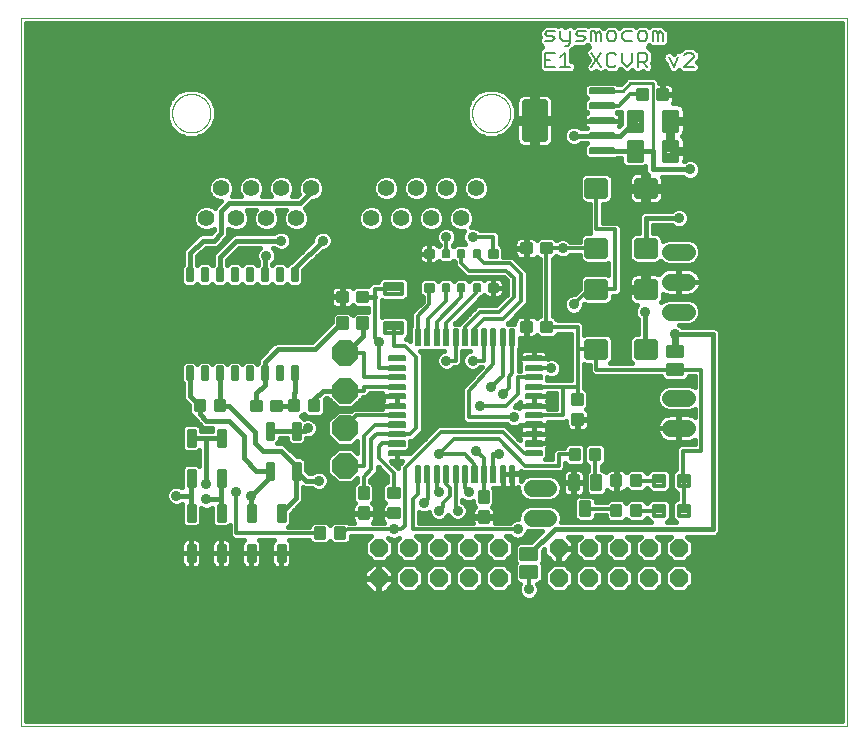
<source format=gtl>
G75*
%MOIN*%
%OFA0B0*%
%FSLAX25Y25*%
%IPPOS*%
%LPD*%
%AMOC8*
5,1,8,0,0,1.08239X$1,22.5*
%
%ADD10C,0.00000*%
%ADD11C,0.00800*%
%ADD12C,0.00591*%
%ADD13C,0.01181*%
%ADD14OC8,0.06000*%
%ADD15C,0.01250*%
%ADD16C,0.00945*%
%ADD17C,0.01417*%
%ADD18C,0.01984*%
%ADD19C,0.05600*%
%ADD20C,0.00827*%
%ADD21C,0.05500*%
%ADD22C,0.00650*%
%ADD23C,0.01992*%
%ADD24C,0.01772*%
%ADD25OC8,0.08500*%
%ADD26C,0.01380*%
%ADD27C,0.01200*%
%ADD28C,0.01600*%
%ADD29C,0.03562*%
%ADD30C,0.23622*%
%ADD31C,0.02000*%
%ADD32C,0.01000*%
%ADD33C,0.02400*%
D10*
X0001800Y0001800D02*
X0001800Y0238020D01*
X0277391Y0238020D01*
X0277391Y0001800D01*
X0001800Y0001800D01*
X0052270Y0206170D02*
X0052272Y0206330D01*
X0052278Y0206489D01*
X0052288Y0206648D01*
X0052302Y0206807D01*
X0052320Y0206966D01*
X0052341Y0207124D01*
X0052367Y0207281D01*
X0052397Y0207438D01*
X0052430Y0207594D01*
X0052468Y0207749D01*
X0052509Y0207903D01*
X0052554Y0208056D01*
X0052603Y0208208D01*
X0052656Y0208359D01*
X0052712Y0208508D01*
X0052773Y0208656D01*
X0052836Y0208802D01*
X0052904Y0208947D01*
X0052975Y0209090D01*
X0053049Y0209231D01*
X0053127Y0209370D01*
X0053209Y0209507D01*
X0053294Y0209642D01*
X0053382Y0209775D01*
X0053474Y0209906D01*
X0053568Y0210034D01*
X0053666Y0210160D01*
X0053767Y0210284D01*
X0053871Y0210405D01*
X0053978Y0210523D01*
X0054088Y0210639D01*
X0054201Y0210752D01*
X0054317Y0210862D01*
X0054435Y0210969D01*
X0054556Y0211073D01*
X0054680Y0211174D01*
X0054806Y0211272D01*
X0054934Y0211366D01*
X0055065Y0211458D01*
X0055198Y0211546D01*
X0055333Y0211631D01*
X0055470Y0211713D01*
X0055609Y0211791D01*
X0055750Y0211865D01*
X0055893Y0211936D01*
X0056038Y0212004D01*
X0056184Y0212067D01*
X0056332Y0212128D01*
X0056481Y0212184D01*
X0056632Y0212237D01*
X0056784Y0212286D01*
X0056937Y0212331D01*
X0057091Y0212372D01*
X0057246Y0212410D01*
X0057402Y0212443D01*
X0057559Y0212473D01*
X0057716Y0212499D01*
X0057874Y0212520D01*
X0058033Y0212538D01*
X0058192Y0212552D01*
X0058351Y0212562D01*
X0058510Y0212568D01*
X0058670Y0212570D01*
X0058830Y0212568D01*
X0058989Y0212562D01*
X0059148Y0212552D01*
X0059307Y0212538D01*
X0059466Y0212520D01*
X0059624Y0212499D01*
X0059781Y0212473D01*
X0059938Y0212443D01*
X0060094Y0212410D01*
X0060249Y0212372D01*
X0060403Y0212331D01*
X0060556Y0212286D01*
X0060708Y0212237D01*
X0060859Y0212184D01*
X0061008Y0212128D01*
X0061156Y0212067D01*
X0061302Y0212004D01*
X0061447Y0211936D01*
X0061590Y0211865D01*
X0061731Y0211791D01*
X0061870Y0211713D01*
X0062007Y0211631D01*
X0062142Y0211546D01*
X0062275Y0211458D01*
X0062406Y0211366D01*
X0062534Y0211272D01*
X0062660Y0211174D01*
X0062784Y0211073D01*
X0062905Y0210969D01*
X0063023Y0210862D01*
X0063139Y0210752D01*
X0063252Y0210639D01*
X0063362Y0210523D01*
X0063469Y0210405D01*
X0063573Y0210284D01*
X0063674Y0210160D01*
X0063772Y0210034D01*
X0063866Y0209906D01*
X0063958Y0209775D01*
X0064046Y0209642D01*
X0064131Y0209507D01*
X0064213Y0209370D01*
X0064291Y0209231D01*
X0064365Y0209090D01*
X0064436Y0208947D01*
X0064504Y0208802D01*
X0064567Y0208656D01*
X0064628Y0208508D01*
X0064684Y0208359D01*
X0064737Y0208208D01*
X0064786Y0208056D01*
X0064831Y0207903D01*
X0064872Y0207749D01*
X0064910Y0207594D01*
X0064943Y0207438D01*
X0064973Y0207281D01*
X0064999Y0207124D01*
X0065020Y0206966D01*
X0065038Y0206807D01*
X0065052Y0206648D01*
X0065062Y0206489D01*
X0065068Y0206330D01*
X0065070Y0206170D01*
X0065068Y0206010D01*
X0065062Y0205851D01*
X0065052Y0205692D01*
X0065038Y0205533D01*
X0065020Y0205374D01*
X0064999Y0205216D01*
X0064973Y0205059D01*
X0064943Y0204902D01*
X0064910Y0204746D01*
X0064872Y0204591D01*
X0064831Y0204437D01*
X0064786Y0204284D01*
X0064737Y0204132D01*
X0064684Y0203981D01*
X0064628Y0203832D01*
X0064567Y0203684D01*
X0064504Y0203538D01*
X0064436Y0203393D01*
X0064365Y0203250D01*
X0064291Y0203109D01*
X0064213Y0202970D01*
X0064131Y0202833D01*
X0064046Y0202698D01*
X0063958Y0202565D01*
X0063866Y0202434D01*
X0063772Y0202306D01*
X0063674Y0202180D01*
X0063573Y0202056D01*
X0063469Y0201935D01*
X0063362Y0201817D01*
X0063252Y0201701D01*
X0063139Y0201588D01*
X0063023Y0201478D01*
X0062905Y0201371D01*
X0062784Y0201267D01*
X0062660Y0201166D01*
X0062534Y0201068D01*
X0062406Y0200974D01*
X0062275Y0200882D01*
X0062142Y0200794D01*
X0062007Y0200709D01*
X0061870Y0200627D01*
X0061731Y0200549D01*
X0061590Y0200475D01*
X0061447Y0200404D01*
X0061302Y0200336D01*
X0061156Y0200273D01*
X0061008Y0200212D01*
X0060859Y0200156D01*
X0060708Y0200103D01*
X0060556Y0200054D01*
X0060403Y0200009D01*
X0060249Y0199968D01*
X0060094Y0199930D01*
X0059938Y0199897D01*
X0059781Y0199867D01*
X0059624Y0199841D01*
X0059466Y0199820D01*
X0059307Y0199802D01*
X0059148Y0199788D01*
X0058989Y0199778D01*
X0058830Y0199772D01*
X0058670Y0199770D01*
X0058510Y0199772D01*
X0058351Y0199778D01*
X0058192Y0199788D01*
X0058033Y0199802D01*
X0057874Y0199820D01*
X0057716Y0199841D01*
X0057559Y0199867D01*
X0057402Y0199897D01*
X0057246Y0199930D01*
X0057091Y0199968D01*
X0056937Y0200009D01*
X0056784Y0200054D01*
X0056632Y0200103D01*
X0056481Y0200156D01*
X0056332Y0200212D01*
X0056184Y0200273D01*
X0056038Y0200336D01*
X0055893Y0200404D01*
X0055750Y0200475D01*
X0055609Y0200549D01*
X0055470Y0200627D01*
X0055333Y0200709D01*
X0055198Y0200794D01*
X0055065Y0200882D01*
X0054934Y0200974D01*
X0054806Y0201068D01*
X0054680Y0201166D01*
X0054556Y0201267D01*
X0054435Y0201371D01*
X0054317Y0201478D01*
X0054201Y0201588D01*
X0054088Y0201701D01*
X0053978Y0201817D01*
X0053871Y0201935D01*
X0053767Y0202056D01*
X0053666Y0202180D01*
X0053568Y0202306D01*
X0053474Y0202434D01*
X0053382Y0202565D01*
X0053294Y0202698D01*
X0053209Y0202833D01*
X0053127Y0202970D01*
X0053049Y0203109D01*
X0052975Y0203250D01*
X0052904Y0203393D01*
X0052836Y0203538D01*
X0052773Y0203684D01*
X0052712Y0203832D01*
X0052656Y0203981D01*
X0052603Y0204132D01*
X0052554Y0204284D01*
X0052509Y0204437D01*
X0052468Y0204591D01*
X0052430Y0204746D01*
X0052397Y0204902D01*
X0052367Y0205059D01*
X0052341Y0205216D01*
X0052320Y0205374D01*
X0052302Y0205533D01*
X0052288Y0205692D01*
X0052278Y0205851D01*
X0052272Y0206010D01*
X0052270Y0206170D01*
X0152270Y0206170D02*
X0152272Y0206330D01*
X0152278Y0206489D01*
X0152288Y0206648D01*
X0152302Y0206807D01*
X0152320Y0206966D01*
X0152341Y0207124D01*
X0152367Y0207281D01*
X0152397Y0207438D01*
X0152430Y0207594D01*
X0152468Y0207749D01*
X0152509Y0207903D01*
X0152554Y0208056D01*
X0152603Y0208208D01*
X0152656Y0208359D01*
X0152712Y0208508D01*
X0152773Y0208656D01*
X0152836Y0208802D01*
X0152904Y0208947D01*
X0152975Y0209090D01*
X0153049Y0209231D01*
X0153127Y0209370D01*
X0153209Y0209507D01*
X0153294Y0209642D01*
X0153382Y0209775D01*
X0153474Y0209906D01*
X0153568Y0210034D01*
X0153666Y0210160D01*
X0153767Y0210284D01*
X0153871Y0210405D01*
X0153978Y0210523D01*
X0154088Y0210639D01*
X0154201Y0210752D01*
X0154317Y0210862D01*
X0154435Y0210969D01*
X0154556Y0211073D01*
X0154680Y0211174D01*
X0154806Y0211272D01*
X0154934Y0211366D01*
X0155065Y0211458D01*
X0155198Y0211546D01*
X0155333Y0211631D01*
X0155470Y0211713D01*
X0155609Y0211791D01*
X0155750Y0211865D01*
X0155893Y0211936D01*
X0156038Y0212004D01*
X0156184Y0212067D01*
X0156332Y0212128D01*
X0156481Y0212184D01*
X0156632Y0212237D01*
X0156784Y0212286D01*
X0156937Y0212331D01*
X0157091Y0212372D01*
X0157246Y0212410D01*
X0157402Y0212443D01*
X0157559Y0212473D01*
X0157716Y0212499D01*
X0157874Y0212520D01*
X0158033Y0212538D01*
X0158192Y0212552D01*
X0158351Y0212562D01*
X0158510Y0212568D01*
X0158670Y0212570D01*
X0158830Y0212568D01*
X0158989Y0212562D01*
X0159148Y0212552D01*
X0159307Y0212538D01*
X0159466Y0212520D01*
X0159624Y0212499D01*
X0159781Y0212473D01*
X0159938Y0212443D01*
X0160094Y0212410D01*
X0160249Y0212372D01*
X0160403Y0212331D01*
X0160556Y0212286D01*
X0160708Y0212237D01*
X0160859Y0212184D01*
X0161008Y0212128D01*
X0161156Y0212067D01*
X0161302Y0212004D01*
X0161447Y0211936D01*
X0161590Y0211865D01*
X0161731Y0211791D01*
X0161870Y0211713D01*
X0162007Y0211631D01*
X0162142Y0211546D01*
X0162275Y0211458D01*
X0162406Y0211366D01*
X0162534Y0211272D01*
X0162660Y0211174D01*
X0162784Y0211073D01*
X0162905Y0210969D01*
X0163023Y0210862D01*
X0163139Y0210752D01*
X0163252Y0210639D01*
X0163362Y0210523D01*
X0163469Y0210405D01*
X0163573Y0210284D01*
X0163674Y0210160D01*
X0163772Y0210034D01*
X0163866Y0209906D01*
X0163958Y0209775D01*
X0164046Y0209642D01*
X0164131Y0209507D01*
X0164213Y0209370D01*
X0164291Y0209231D01*
X0164365Y0209090D01*
X0164436Y0208947D01*
X0164504Y0208802D01*
X0164567Y0208656D01*
X0164628Y0208508D01*
X0164684Y0208359D01*
X0164737Y0208208D01*
X0164786Y0208056D01*
X0164831Y0207903D01*
X0164872Y0207749D01*
X0164910Y0207594D01*
X0164943Y0207438D01*
X0164973Y0207281D01*
X0164999Y0207124D01*
X0165020Y0206966D01*
X0165038Y0206807D01*
X0165052Y0206648D01*
X0165062Y0206489D01*
X0165068Y0206330D01*
X0165070Y0206170D01*
X0165068Y0206010D01*
X0165062Y0205851D01*
X0165052Y0205692D01*
X0165038Y0205533D01*
X0165020Y0205374D01*
X0164999Y0205216D01*
X0164973Y0205059D01*
X0164943Y0204902D01*
X0164910Y0204746D01*
X0164872Y0204591D01*
X0164831Y0204437D01*
X0164786Y0204284D01*
X0164737Y0204132D01*
X0164684Y0203981D01*
X0164628Y0203832D01*
X0164567Y0203684D01*
X0164504Y0203538D01*
X0164436Y0203393D01*
X0164365Y0203250D01*
X0164291Y0203109D01*
X0164213Y0202970D01*
X0164131Y0202833D01*
X0164046Y0202698D01*
X0163958Y0202565D01*
X0163866Y0202434D01*
X0163772Y0202306D01*
X0163674Y0202180D01*
X0163573Y0202056D01*
X0163469Y0201935D01*
X0163362Y0201817D01*
X0163252Y0201701D01*
X0163139Y0201588D01*
X0163023Y0201478D01*
X0162905Y0201371D01*
X0162784Y0201267D01*
X0162660Y0201166D01*
X0162534Y0201068D01*
X0162406Y0200974D01*
X0162275Y0200882D01*
X0162142Y0200794D01*
X0162007Y0200709D01*
X0161870Y0200627D01*
X0161731Y0200549D01*
X0161590Y0200475D01*
X0161447Y0200404D01*
X0161302Y0200336D01*
X0161156Y0200273D01*
X0161008Y0200212D01*
X0160859Y0200156D01*
X0160708Y0200103D01*
X0160556Y0200054D01*
X0160403Y0200009D01*
X0160249Y0199968D01*
X0160094Y0199930D01*
X0159938Y0199897D01*
X0159781Y0199867D01*
X0159624Y0199841D01*
X0159466Y0199820D01*
X0159307Y0199802D01*
X0159148Y0199788D01*
X0158989Y0199778D01*
X0158830Y0199772D01*
X0158670Y0199770D01*
X0158510Y0199772D01*
X0158351Y0199778D01*
X0158192Y0199788D01*
X0158033Y0199802D01*
X0157874Y0199820D01*
X0157716Y0199841D01*
X0157559Y0199867D01*
X0157402Y0199897D01*
X0157246Y0199930D01*
X0157091Y0199968D01*
X0156937Y0200009D01*
X0156784Y0200054D01*
X0156632Y0200103D01*
X0156481Y0200156D01*
X0156332Y0200212D01*
X0156184Y0200273D01*
X0156038Y0200336D01*
X0155893Y0200404D01*
X0155750Y0200475D01*
X0155609Y0200549D01*
X0155470Y0200627D01*
X0155333Y0200709D01*
X0155198Y0200794D01*
X0155065Y0200882D01*
X0154934Y0200974D01*
X0154806Y0201068D01*
X0154680Y0201166D01*
X0154556Y0201267D01*
X0154435Y0201371D01*
X0154317Y0201478D01*
X0154201Y0201588D01*
X0154088Y0201701D01*
X0153978Y0201817D01*
X0153871Y0201935D01*
X0153767Y0202056D01*
X0153666Y0202180D01*
X0153568Y0202306D01*
X0153474Y0202434D01*
X0153382Y0202565D01*
X0153294Y0202698D01*
X0153209Y0202833D01*
X0153127Y0202970D01*
X0153049Y0203109D01*
X0152975Y0203250D01*
X0152904Y0203393D01*
X0152836Y0203538D01*
X0152773Y0203684D01*
X0152712Y0203832D01*
X0152656Y0203981D01*
X0152603Y0204132D01*
X0152554Y0204284D01*
X0152509Y0204437D01*
X0152468Y0204591D01*
X0152430Y0204746D01*
X0152397Y0204902D01*
X0152367Y0205059D01*
X0152341Y0205216D01*
X0152320Y0205374D01*
X0152302Y0205533D01*
X0152288Y0205692D01*
X0152278Y0205851D01*
X0152272Y0206010D01*
X0152270Y0206170D01*
D11*
X0176570Y0221570D02*
X0176570Y0226374D01*
X0179773Y0226374D01*
X0181726Y0224773D02*
X0183328Y0226374D01*
X0183328Y0221570D01*
X0184929Y0221570D02*
X0181726Y0221570D01*
X0179773Y0221570D02*
X0176570Y0221570D01*
X0176570Y0223972D02*
X0178171Y0223972D01*
X0178972Y0230320D02*
X0176570Y0230320D01*
X0177371Y0231921D02*
X0176570Y0232722D01*
X0177371Y0233523D01*
X0179773Y0233523D01*
X0178972Y0231921D02*
X0177371Y0231921D01*
X0178972Y0231921D02*
X0179773Y0231121D01*
X0178972Y0230320D01*
X0181726Y0231121D02*
X0181726Y0233523D01*
X0181726Y0231121D02*
X0182527Y0230320D01*
X0184929Y0230320D01*
X0184929Y0229519D02*
X0184129Y0228719D01*
X0183328Y0228719D01*
X0184929Y0229519D02*
X0184929Y0233523D01*
X0186883Y0232722D02*
X0187684Y0233523D01*
X0190086Y0233523D01*
X0189285Y0231921D02*
X0190086Y0231121D01*
X0189285Y0230320D01*
X0186883Y0230320D01*
X0187684Y0231921D02*
X0186883Y0232722D01*
X0187684Y0231921D02*
X0189285Y0231921D01*
X0192039Y0230320D02*
X0192039Y0233523D01*
X0192840Y0233523D01*
X0193641Y0232722D01*
X0194441Y0233523D01*
X0195242Y0232722D01*
X0195242Y0230320D01*
X0193641Y0230320D02*
X0193641Y0232722D01*
X0197196Y0232722D02*
X0197196Y0231121D01*
X0197996Y0230320D01*
X0199598Y0230320D01*
X0200398Y0231121D01*
X0200398Y0232722D01*
X0199598Y0233523D01*
X0197996Y0233523D01*
X0197196Y0232722D01*
X0202352Y0232722D02*
X0202352Y0231121D01*
X0203153Y0230320D01*
X0205555Y0230320D01*
X0207508Y0231121D02*
X0207508Y0232722D01*
X0208309Y0233523D01*
X0209911Y0233523D01*
X0210711Y0232722D01*
X0210711Y0231121D01*
X0209911Y0230320D01*
X0208309Y0230320D01*
X0207508Y0231121D01*
X0205555Y0233523D02*
X0203153Y0233523D01*
X0202352Y0232722D01*
X0202352Y0226374D02*
X0202352Y0223171D01*
X0203953Y0221570D01*
X0205555Y0223171D01*
X0205555Y0226374D01*
X0207508Y0226374D02*
X0209911Y0226374D01*
X0210711Y0225573D01*
X0210711Y0223972D01*
X0209911Y0223171D01*
X0207508Y0223171D01*
X0207508Y0221570D02*
X0207508Y0226374D01*
X0209110Y0223171D02*
X0210711Y0221570D01*
X0217821Y0224773D02*
X0219423Y0221570D01*
X0221024Y0224773D01*
X0222978Y0225573D02*
X0223778Y0226374D01*
X0225380Y0226374D01*
X0226180Y0225573D01*
X0226180Y0224773D01*
X0222978Y0221570D01*
X0226180Y0221570D01*
X0215868Y0230320D02*
X0215868Y0232722D01*
X0215067Y0233523D01*
X0214266Y0232722D01*
X0214266Y0230320D01*
X0212665Y0230320D02*
X0212665Y0233523D01*
X0213466Y0233523D01*
X0214266Y0232722D01*
X0200398Y0225573D02*
X0199598Y0226374D01*
X0197996Y0226374D01*
X0197196Y0225573D01*
X0197196Y0222371D01*
X0197996Y0221570D01*
X0199598Y0221570D01*
X0200398Y0222371D01*
X0195242Y0221570D02*
X0192039Y0226374D01*
X0195242Y0226374D02*
X0192039Y0221570D01*
D12*
X0166357Y0134163D02*
X0166357Y0128847D01*
X0164979Y0128847D01*
X0164979Y0134163D01*
X0166357Y0134163D01*
X0166357Y0129437D02*
X0164979Y0129437D01*
X0164979Y0130027D02*
X0166357Y0130027D01*
X0166357Y0130617D02*
X0164979Y0130617D01*
X0164979Y0131207D02*
X0166357Y0131207D01*
X0166357Y0131797D02*
X0164979Y0131797D01*
X0164979Y0132387D02*
X0166357Y0132387D01*
X0166357Y0132977D02*
X0164979Y0132977D01*
X0164979Y0133567D02*
X0166357Y0133567D01*
X0166357Y0134157D02*
X0164979Y0134157D01*
X0163208Y0134163D02*
X0163208Y0128847D01*
X0161830Y0128847D01*
X0161830Y0134163D01*
X0163208Y0134163D01*
X0163208Y0129437D02*
X0161830Y0129437D01*
X0161830Y0130027D02*
X0163208Y0130027D01*
X0163208Y0130617D02*
X0161830Y0130617D01*
X0161830Y0131207D02*
X0163208Y0131207D01*
X0163208Y0131797D02*
X0161830Y0131797D01*
X0161830Y0132387D02*
X0163208Y0132387D01*
X0163208Y0132977D02*
X0161830Y0132977D01*
X0161830Y0133567D02*
X0163208Y0133567D01*
X0163208Y0134157D02*
X0161830Y0134157D01*
X0160058Y0134163D02*
X0160058Y0128847D01*
X0158680Y0128847D01*
X0158680Y0134163D01*
X0160058Y0134163D01*
X0160058Y0129437D02*
X0158680Y0129437D01*
X0158680Y0130027D02*
X0160058Y0130027D01*
X0160058Y0130617D02*
X0158680Y0130617D01*
X0158680Y0131207D02*
X0160058Y0131207D01*
X0160058Y0131797D02*
X0158680Y0131797D01*
X0158680Y0132387D02*
X0160058Y0132387D01*
X0160058Y0132977D02*
X0158680Y0132977D01*
X0158680Y0133567D02*
X0160058Y0133567D01*
X0160058Y0134157D02*
X0158680Y0134157D01*
X0156908Y0134163D02*
X0156908Y0128847D01*
X0155530Y0128847D01*
X0155530Y0134163D01*
X0156908Y0134163D01*
X0156908Y0129437D02*
X0155530Y0129437D01*
X0155530Y0130027D02*
X0156908Y0130027D01*
X0156908Y0130617D02*
X0155530Y0130617D01*
X0155530Y0131207D02*
X0156908Y0131207D01*
X0156908Y0131797D02*
X0155530Y0131797D01*
X0155530Y0132387D02*
X0156908Y0132387D01*
X0156908Y0132977D02*
X0155530Y0132977D01*
X0155530Y0133567D02*
X0156908Y0133567D01*
X0156908Y0134157D02*
X0155530Y0134157D01*
X0153759Y0134163D02*
X0153759Y0128847D01*
X0152381Y0128847D01*
X0152381Y0134163D01*
X0153759Y0134163D01*
X0153759Y0129437D02*
X0152381Y0129437D01*
X0152381Y0130027D02*
X0153759Y0130027D01*
X0153759Y0130617D02*
X0152381Y0130617D01*
X0152381Y0131207D02*
X0153759Y0131207D01*
X0153759Y0131797D02*
X0152381Y0131797D01*
X0152381Y0132387D02*
X0153759Y0132387D01*
X0153759Y0132977D02*
X0152381Y0132977D01*
X0152381Y0133567D02*
X0153759Y0133567D01*
X0153759Y0134157D02*
X0152381Y0134157D01*
X0150609Y0134163D02*
X0150609Y0128847D01*
X0149231Y0128847D01*
X0149231Y0134163D01*
X0150609Y0134163D01*
X0150609Y0129437D02*
X0149231Y0129437D01*
X0149231Y0130027D02*
X0150609Y0130027D01*
X0150609Y0130617D02*
X0149231Y0130617D01*
X0149231Y0131207D02*
X0150609Y0131207D01*
X0150609Y0131797D02*
X0149231Y0131797D01*
X0149231Y0132387D02*
X0150609Y0132387D01*
X0150609Y0132977D02*
X0149231Y0132977D01*
X0149231Y0133567D02*
X0150609Y0133567D01*
X0150609Y0134157D02*
X0149231Y0134157D01*
X0147459Y0134163D02*
X0147459Y0128847D01*
X0146081Y0128847D01*
X0146081Y0134163D01*
X0147459Y0134163D01*
X0147459Y0129437D02*
X0146081Y0129437D01*
X0146081Y0130027D02*
X0147459Y0130027D01*
X0147459Y0130617D02*
X0146081Y0130617D01*
X0146081Y0131207D02*
X0147459Y0131207D01*
X0147459Y0131797D02*
X0146081Y0131797D01*
X0146081Y0132387D02*
X0147459Y0132387D01*
X0147459Y0132977D02*
X0146081Y0132977D01*
X0146081Y0133567D02*
X0147459Y0133567D01*
X0147459Y0134157D02*
X0146081Y0134157D01*
X0144310Y0134163D02*
X0144310Y0128847D01*
X0142932Y0128847D01*
X0142932Y0134163D01*
X0144310Y0134163D01*
X0144310Y0129437D02*
X0142932Y0129437D01*
X0142932Y0130027D02*
X0144310Y0130027D01*
X0144310Y0130617D02*
X0142932Y0130617D01*
X0142932Y0131207D02*
X0144310Y0131207D01*
X0144310Y0131797D02*
X0142932Y0131797D01*
X0142932Y0132387D02*
X0144310Y0132387D01*
X0144310Y0132977D02*
X0142932Y0132977D01*
X0142932Y0133567D02*
X0144310Y0133567D01*
X0144310Y0134157D02*
X0142932Y0134157D01*
X0141160Y0134163D02*
X0141160Y0128847D01*
X0139782Y0128847D01*
X0139782Y0134163D01*
X0141160Y0134163D01*
X0141160Y0129437D02*
X0139782Y0129437D01*
X0139782Y0130027D02*
X0141160Y0130027D01*
X0141160Y0130617D02*
X0139782Y0130617D01*
X0139782Y0131207D02*
X0141160Y0131207D01*
X0141160Y0131797D02*
X0139782Y0131797D01*
X0139782Y0132387D02*
X0141160Y0132387D01*
X0141160Y0132977D02*
X0139782Y0132977D01*
X0139782Y0133567D02*
X0141160Y0133567D01*
X0141160Y0134157D02*
X0139782Y0134157D01*
X0138011Y0134163D02*
X0138011Y0128847D01*
X0136633Y0128847D01*
X0136633Y0134163D01*
X0138011Y0134163D01*
X0138011Y0129437D02*
X0136633Y0129437D01*
X0136633Y0130027D02*
X0138011Y0130027D01*
X0138011Y0130617D02*
X0136633Y0130617D01*
X0136633Y0131207D02*
X0138011Y0131207D01*
X0138011Y0131797D02*
X0136633Y0131797D01*
X0136633Y0132387D02*
X0138011Y0132387D01*
X0138011Y0132977D02*
X0136633Y0132977D01*
X0136633Y0133567D02*
X0138011Y0133567D01*
X0138011Y0134157D02*
X0136633Y0134157D01*
X0134861Y0134163D02*
X0134861Y0128847D01*
X0133483Y0128847D01*
X0133483Y0134163D01*
X0134861Y0134163D01*
X0134861Y0129437D02*
X0133483Y0129437D01*
X0133483Y0130027D02*
X0134861Y0130027D01*
X0134861Y0130617D02*
X0133483Y0130617D01*
X0133483Y0131207D02*
X0134861Y0131207D01*
X0134861Y0131797D02*
X0133483Y0131797D01*
X0133483Y0132387D02*
X0134861Y0132387D01*
X0134861Y0132977D02*
X0133483Y0132977D01*
X0133483Y0133567D02*
X0134861Y0133567D01*
X0134861Y0134157D02*
X0133483Y0134157D01*
X0129743Y0125107D02*
X0129743Y0123729D01*
X0124427Y0123729D01*
X0124427Y0125107D01*
X0129743Y0125107D01*
X0129743Y0124319D02*
X0124427Y0124319D01*
X0124427Y0124909D02*
X0129743Y0124909D01*
X0129743Y0121958D02*
X0129743Y0120580D01*
X0124427Y0120580D01*
X0124427Y0121958D01*
X0129743Y0121958D01*
X0129743Y0121170D02*
X0124427Y0121170D01*
X0124427Y0121760D02*
X0129743Y0121760D01*
X0129743Y0118808D02*
X0129743Y0117430D01*
X0124427Y0117430D01*
X0124427Y0118808D01*
X0129743Y0118808D01*
X0129743Y0118020D02*
X0124427Y0118020D01*
X0124427Y0118610D02*
X0129743Y0118610D01*
X0129743Y0115658D02*
X0129743Y0114280D01*
X0124427Y0114280D01*
X0124427Y0115658D01*
X0129743Y0115658D01*
X0129743Y0114870D02*
X0124427Y0114870D01*
X0124427Y0115460D02*
X0129743Y0115460D01*
X0129743Y0112509D02*
X0129743Y0111131D01*
X0124427Y0111131D01*
X0124427Y0112509D01*
X0129743Y0112509D01*
X0129743Y0111721D02*
X0124427Y0111721D01*
X0124427Y0112311D02*
X0129743Y0112311D01*
X0129743Y0109359D02*
X0129743Y0107981D01*
X0124427Y0107981D01*
X0124427Y0109359D01*
X0129743Y0109359D01*
X0129743Y0108571D02*
X0124427Y0108571D01*
X0124427Y0109161D02*
X0129743Y0109161D01*
X0129743Y0106209D02*
X0129743Y0104831D01*
X0124427Y0104831D01*
X0124427Y0106209D01*
X0129743Y0106209D01*
X0129743Y0105421D02*
X0124427Y0105421D01*
X0124427Y0106011D02*
X0129743Y0106011D01*
X0129743Y0103060D02*
X0129743Y0101682D01*
X0124427Y0101682D01*
X0124427Y0103060D01*
X0129743Y0103060D01*
X0129743Y0102272D02*
X0124427Y0102272D01*
X0124427Y0102862D02*
X0129743Y0102862D01*
X0129743Y0099910D02*
X0129743Y0098532D01*
X0124427Y0098532D01*
X0124427Y0099910D01*
X0129743Y0099910D01*
X0129743Y0099122D02*
X0124427Y0099122D01*
X0124427Y0099712D02*
X0129743Y0099712D01*
X0129743Y0096761D02*
X0129743Y0095383D01*
X0124427Y0095383D01*
X0124427Y0096761D01*
X0129743Y0096761D01*
X0129743Y0095973D02*
X0124427Y0095973D01*
X0124427Y0096563D02*
X0129743Y0096563D01*
X0129743Y0093611D02*
X0129743Y0092233D01*
X0124427Y0092233D01*
X0124427Y0093611D01*
X0129743Y0093611D01*
X0129743Y0092823D02*
X0124427Y0092823D01*
X0124427Y0093413D02*
X0129743Y0093413D01*
X0134861Y0088493D02*
X0134861Y0083177D01*
X0133483Y0083177D01*
X0133483Y0088493D01*
X0134861Y0088493D01*
X0134861Y0083767D02*
X0133483Y0083767D01*
X0133483Y0084357D02*
X0134861Y0084357D01*
X0134861Y0084947D02*
X0133483Y0084947D01*
X0133483Y0085537D02*
X0134861Y0085537D01*
X0134861Y0086127D02*
X0133483Y0086127D01*
X0133483Y0086717D02*
X0134861Y0086717D01*
X0134861Y0087307D02*
X0133483Y0087307D01*
X0133483Y0087897D02*
X0134861Y0087897D01*
X0134861Y0088487D02*
X0133483Y0088487D01*
X0138011Y0088493D02*
X0138011Y0083177D01*
X0136633Y0083177D01*
X0136633Y0088493D01*
X0138011Y0088493D01*
X0138011Y0083767D02*
X0136633Y0083767D01*
X0136633Y0084357D02*
X0138011Y0084357D01*
X0138011Y0084947D02*
X0136633Y0084947D01*
X0136633Y0085537D02*
X0138011Y0085537D01*
X0138011Y0086127D02*
X0136633Y0086127D01*
X0136633Y0086717D02*
X0138011Y0086717D01*
X0138011Y0087307D02*
X0136633Y0087307D01*
X0136633Y0087897D02*
X0138011Y0087897D01*
X0138011Y0088487D02*
X0136633Y0088487D01*
X0141160Y0088493D02*
X0141160Y0083177D01*
X0139782Y0083177D01*
X0139782Y0088493D01*
X0141160Y0088493D01*
X0141160Y0083767D02*
X0139782Y0083767D01*
X0139782Y0084357D02*
X0141160Y0084357D01*
X0141160Y0084947D02*
X0139782Y0084947D01*
X0139782Y0085537D02*
X0141160Y0085537D01*
X0141160Y0086127D02*
X0139782Y0086127D01*
X0139782Y0086717D02*
X0141160Y0086717D01*
X0141160Y0087307D02*
X0139782Y0087307D01*
X0139782Y0087897D02*
X0141160Y0087897D01*
X0141160Y0088487D02*
X0139782Y0088487D01*
X0144310Y0088493D02*
X0144310Y0083177D01*
X0142932Y0083177D01*
X0142932Y0088493D01*
X0144310Y0088493D01*
X0144310Y0083767D02*
X0142932Y0083767D01*
X0142932Y0084357D02*
X0144310Y0084357D01*
X0144310Y0084947D02*
X0142932Y0084947D01*
X0142932Y0085537D02*
X0144310Y0085537D01*
X0144310Y0086127D02*
X0142932Y0086127D01*
X0142932Y0086717D02*
X0144310Y0086717D01*
X0144310Y0087307D02*
X0142932Y0087307D01*
X0142932Y0087897D02*
X0144310Y0087897D01*
X0144310Y0088487D02*
X0142932Y0088487D01*
X0147459Y0088493D02*
X0147459Y0083177D01*
X0146081Y0083177D01*
X0146081Y0088493D01*
X0147459Y0088493D01*
X0147459Y0083767D02*
X0146081Y0083767D01*
X0146081Y0084357D02*
X0147459Y0084357D01*
X0147459Y0084947D02*
X0146081Y0084947D01*
X0146081Y0085537D02*
X0147459Y0085537D01*
X0147459Y0086127D02*
X0146081Y0086127D01*
X0146081Y0086717D02*
X0147459Y0086717D01*
X0147459Y0087307D02*
X0146081Y0087307D01*
X0146081Y0087897D02*
X0147459Y0087897D01*
X0147459Y0088487D02*
X0146081Y0088487D01*
X0150609Y0088493D02*
X0150609Y0083177D01*
X0149231Y0083177D01*
X0149231Y0088493D01*
X0150609Y0088493D01*
X0150609Y0083767D02*
X0149231Y0083767D01*
X0149231Y0084357D02*
X0150609Y0084357D01*
X0150609Y0084947D02*
X0149231Y0084947D01*
X0149231Y0085537D02*
X0150609Y0085537D01*
X0150609Y0086127D02*
X0149231Y0086127D01*
X0149231Y0086717D02*
X0150609Y0086717D01*
X0150609Y0087307D02*
X0149231Y0087307D01*
X0149231Y0087897D02*
X0150609Y0087897D01*
X0150609Y0088487D02*
X0149231Y0088487D01*
X0153759Y0088493D02*
X0153759Y0083177D01*
X0152381Y0083177D01*
X0152381Y0088493D01*
X0153759Y0088493D01*
X0153759Y0083767D02*
X0152381Y0083767D01*
X0152381Y0084357D02*
X0153759Y0084357D01*
X0153759Y0084947D02*
X0152381Y0084947D01*
X0152381Y0085537D02*
X0153759Y0085537D01*
X0153759Y0086127D02*
X0152381Y0086127D01*
X0152381Y0086717D02*
X0153759Y0086717D01*
X0153759Y0087307D02*
X0152381Y0087307D01*
X0152381Y0087897D02*
X0153759Y0087897D01*
X0153759Y0088487D02*
X0152381Y0088487D01*
X0156908Y0088493D02*
X0156908Y0083177D01*
X0155530Y0083177D01*
X0155530Y0088493D01*
X0156908Y0088493D01*
X0156908Y0083767D02*
X0155530Y0083767D01*
X0155530Y0084357D02*
X0156908Y0084357D01*
X0156908Y0084947D02*
X0155530Y0084947D01*
X0155530Y0085537D02*
X0156908Y0085537D01*
X0156908Y0086127D02*
X0155530Y0086127D01*
X0155530Y0086717D02*
X0156908Y0086717D01*
X0156908Y0087307D02*
X0155530Y0087307D01*
X0155530Y0087897D02*
X0156908Y0087897D01*
X0156908Y0088487D02*
X0155530Y0088487D01*
X0160058Y0088493D02*
X0160058Y0083177D01*
X0158680Y0083177D01*
X0158680Y0088493D01*
X0160058Y0088493D01*
X0160058Y0083767D02*
X0158680Y0083767D01*
X0158680Y0084357D02*
X0160058Y0084357D01*
X0160058Y0084947D02*
X0158680Y0084947D01*
X0158680Y0085537D02*
X0160058Y0085537D01*
X0160058Y0086127D02*
X0158680Y0086127D01*
X0158680Y0086717D02*
X0160058Y0086717D01*
X0160058Y0087307D02*
X0158680Y0087307D01*
X0158680Y0087897D02*
X0160058Y0087897D01*
X0160058Y0088487D02*
X0158680Y0088487D01*
X0163208Y0088493D02*
X0163208Y0083177D01*
X0161830Y0083177D01*
X0161830Y0088493D01*
X0163208Y0088493D01*
X0163208Y0083767D02*
X0161830Y0083767D01*
X0161830Y0084357D02*
X0163208Y0084357D01*
X0163208Y0084947D02*
X0161830Y0084947D01*
X0161830Y0085537D02*
X0163208Y0085537D01*
X0163208Y0086127D02*
X0161830Y0086127D01*
X0161830Y0086717D02*
X0163208Y0086717D01*
X0163208Y0087307D02*
X0161830Y0087307D01*
X0161830Y0087897D02*
X0163208Y0087897D01*
X0163208Y0088487D02*
X0161830Y0088487D01*
X0166357Y0088493D02*
X0166357Y0083177D01*
X0164979Y0083177D01*
X0164979Y0088493D01*
X0166357Y0088493D01*
X0166357Y0083767D02*
X0164979Y0083767D01*
X0164979Y0084357D02*
X0166357Y0084357D01*
X0166357Y0084947D02*
X0164979Y0084947D01*
X0164979Y0085537D02*
X0166357Y0085537D01*
X0166357Y0086127D02*
X0164979Y0086127D01*
X0164979Y0086717D02*
X0166357Y0086717D01*
X0166357Y0087307D02*
X0164979Y0087307D01*
X0164979Y0087897D02*
X0166357Y0087897D01*
X0166357Y0088487D02*
X0164979Y0088487D01*
X0175413Y0092233D02*
X0175413Y0093611D01*
X0175413Y0092233D02*
X0170097Y0092233D01*
X0170097Y0093611D01*
X0175413Y0093611D01*
X0175413Y0092823D02*
X0170097Y0092823D01*
X0170097Y0093413D02*
X0175413Y0093413D01*
X0175413Y0095383D02*
X0175413Y0096761D01*
X0175413Y0095383D02*
X0170097Y0095383D01*
X0170097Y0096761D01*
X0175413Y0096761D01*
X0175413Y0095973D02*
X0170097Y0095973D01*
X0170097Y0096563D02*
X0175413Y0096563D01*
X0175413Y0098532D02*
X0175413Y0099910D01*
X0175413Y0098532D02*
X0170097Y0098532D01*
X0170097Y0099910D01*
X0175413Y0099910D01*
X0175413Y0099122D02*
X0170097Y0099122D01*
X0170097Y0099712D02*
X0175413Y0099712D01*
X0175413Y0101682D02*
X0175413Y0103060D01*
X0175413Y0101682D02*
X0170097Y0101682D01*
X0170097Y0103060D01*
X0175413Y0103060D01*
X0175413Y0102272D02*
X0170097Y0102272D01*
X0170097Y0102862D02*
X0175413Y0102862D01*
X0175413Y0104831D02*
X0175413Y0106209D01*
X0175413Y0104831D02*
X0170097Y0104831D01*
X0170097Y0106209D01*
X0175413Y0106209D01*
X0175413Y0105421D02*
X0170097Y0105421D01*
X0170097Y0106011D02*
X0175413Y0106011D01*
X0175413Y0107981D02*
X0175413Y0109359D01*
X0175413Y0107981D02*
X0170097Y0107981D01*
X0170097Y0109359D01*
X0175413Y0109359D01*
X0175413Y0108571D02*
X0170097Y0108571D01*
X0170097Y0109161D02*
X0175413Y0109161D01*
X0175413Y0111131D02*
X0175413Y0112509D01*
X0175413Y0111131D02*
X0170097Y0111131D01*
X0170097Y0112509D01*
X0175413Y0112509D01*
X0175413Y0111721D02*
X0170097Y0111721D01*
X0170097Y0112311D02*
X0175413Y0112311D01*
X0175413Y0114280D02*
X0175413Y0115658D01*
X0175413Y0114280D02*
X0170097Y0114280D01*
X0170097Y0115658D01*
X0175413Y0115658D01*
X0175413Y0114870D02*
X0170097Y0114870D01*
X0170097Y0115460D02*
X0175413Y0115460D01*
X0175413Y0117430D02*
X0175413Y0118808D01*
X0175413Y0117430D02*
X0170097Y0117430D01*
X0170097Y0118808D01*
X0175413Y0118808D01*
X0175413Y0118020D02*
X0170097Y0118020D01*
X0170097Y0118610D02*
X0175413Y0118610D01*
X0175413Y0120580D02*
X0175413Y0121958D01*
X0175413Y0120580D02*
X0170097Y0120580D01*
X0170097Y0121958D01*
X0175413Y0121958D01*
X0175413Y0121170D02*
X0170097Y0121170D01*
X0170097Y0121760D02*
X0175413Y0121760D01*
X0175413Y0123729D02*
X0175413Y0125107D01*
X0175413Y0123729D02*
X0170097Y0123729D01*
X0170097Y0125107D01*
X0175413Y0125107D01*
X0175413Y0124319D02*
X0170097Y0124319D01*
X0170097Y0124909D02*
X0175413Y0124909D01*
D13*
X0175442Y0133542D02*
X0178592Y0133542D01*
X0175442Y0133542D02*
X0175442Y0136298D01*
X0178592Y0136298D01*
X0178592Y0133542D01*
X0178592Y0134722D02*
X0175442Y0134722D01*
X0175442Y0135902D02*
X0178592Y0135902D01*
X0171899Y0133542D02*
X0168749Y0133542D01*
X0168749Y0136298D01*
X0171899Y0136298D01*
X0171899Y0133542D01*
X0171899Y0134722D02*
X0168749Y0134722D01*
X0168749Y0135902D02*
X0171899Y0135902D01*
X0171899Y0162548D02*
X0168749Y0162548D01*
X0171899Y0162548D02*
X0171899Y0159792D01*
X0168749Y0159792D01*
X0168749Y0162548D01*
X0168749Y0160972D02*
X0171899Y0160972D01*
X0171899Y0162152D02*
X0168749Y0162152D01*
X0175442Y0162548D02*
X0178592Y0162548D01*
X0178592Y0159792D01*
X0175442Y0159792D01*
X0175442Y0162548D01*
X0175442Y0160972D02*
X0178592Y0160972D01*
X0178592Y0162152D02*
X0175442Y0162152D01*
X0207499Y0211042D02*
X0210649Y0211042D01*
X0207499Y0211042D02*
X0207499Y0213798D01*
X0210649Y0213798D01*
X0210649Y0211042D01*
X0210649Y0212222D02*
X0207499Y0212222D01*
X0207499Y0213402D02*
X0210649Y0213402D01*
X0214192Y0211042D02*
X0217342Y0211042D01*
X0214192Y0211042D02*
X0214192Y0213798D01*
X0217342Y0213798D01*
X0217342Y0211042D01*
X0217342Y0212222D02*
X0214192Y0212222D01*
X0214192Y0213402D02*
X0217342Y0213402D01*
X0117342Y0146298D02*
X0114192Y0146298D01*
X0117342Y0146298D02*
X0117342Y0143542D01*
X0114192Y0143542D01*
X0114192Y0146298D01*
X0114192Y0144722D02*
X0117342Y0144722D01*
X0117342Y0145902D02*
X0114192Y0145902D01*
X0110649Y0146298D02*
X0107499Y0146298D01*
X0110649Y0146298D02*
X0110649Y0143542D01*
X0107499Y0143542D01*
X0107499Y0146298D01*
X0107499Y0144722D02*
X0110649Y0144722D01*
X0110649Y0145902D02*
X0107499Y0145902D01*
X0107696Y0134595D02*
X0110452Y0134595D01*
X0107696Y0134595D02*
X0107696Y0137745D01*
X0110452Y0137745D01*
X0110452Y0134595D01*
X0110452Y0135775D02*
X0107696Y0135775D01*
X0107696Y0136955D02*
X0110452Y0136955D01*
X0114389Y0134595D02*
X0117145Y0134595D01*
X0114389Y0134595D02*
X0114389Y0137745D01*
X0117145Y0137745D01*
X0117145Y0134595D01*
X0117145Y0135775D02*
X0114389Y0135775D01*
X0114389Y0136955D02*
X0117145Y0136955D01*
X0100895Y0107095D02*
X0098139Y0107095D01*
X0098139Y0110245D01*
X0100895Y0110245D01*
X0100895Y0107095D01*
X0100895Y0108275D02*
X0098139Y0108275D01*
X0098139Y0109455D02*
X0100895Y0109455D01*
X0094202Y0107095D02*
X0091446Y0107095D01*
X0091446Y0110245D01*
X0094202Y0110245D01*
X0094202Y0107095D01*
X0094202Y0108275D02*
X0091446Y0108275D01*
X0091446Y0109455D02*
X0094202Y0109455D01*
X0088592Y0110048D02*
X0085442Y0110048D01*
X0088592Y0110048D02*
X0088592Y0107292D01*
X0085442Y0107292D01*
X0085442Y0110048D01*
X0085442Y0108472D02*
X0088592Y0108472D01*
X0088592Y0109652D02*
X0085442Y0109652D01*
X0081899Y0110048D02*
X0078749Y0110048D01*
X0081899Y0110048D02*
X0081899Y0107292D01*
X0078749Y0107292D01*
X0078749Y0110048D01*
X0078749Y0108472D02*
X0081899Y0108472D01*
X0081899Y0109652D02*
X0078749Y0109652D01*
X0069645Y0107095D02*
X0066889Y0107095D01*
X0066889Y0110245D01*
X0069645Y0110245D01*
X0069645Y0107095D01*
X0069645Y0108275D02*
X0066889Y0108275D01*
X0066889Y0109455D02*
X0069645Y0109455D01*
X0062952Y0107095D02*
X0060196Y0107095D01*
X0060196Y0110245D01*
X0062952Y0110245D01*
X0062952Y0107095D01*
X0062952Y0108275D02*
X0060196Y0108275D01*
X0060196Y0109455D02*
X0062952Y0109455D01*
X0100196Y0067745D02*
X0102952Y0067745D01*
X0102952Y0064595D01*
X0100196Y0064595D01*
X0100196Y0067745D01*
X0100196Y0065775D02*
X0102952Y0065775D01*
X0102952Y0066955D02*
X0100196Y0066955D01*
X0106889Y0067745D02*
X0109645Y0067745D01*
X0109645Y0064595D01*
X0106889Y0064595D01*
X0106889Y0067745D01*
X0106889Y0065775D02*
X0109645Y0065775D01*
X0109645Y0066955D02*
X0106889Y0066955D01*
X0114792Y0071249D02*
X0114792Y0074399D01*
X0117548Y0074399D01*
X0117548Y0071249D01*
X0114792Y0071249D01*
X0114792Y0072429D02*
X0117548Y0072429D01*
X0117548Y0073609D02*
X0114792Y0073609D01*
X0114792Y0077942D02*
X0114792Y0081092D01*
X0117548Y0081092D01*
X0117548Y0077942D01*
X0114792Y0077942D01*
X0114792Y0079122D02*
X0117548Y0079122D01*
X0117548Y0080302D02*
X0114792Y0080302D01*
X0127745Y0080895D02*
X0127745Y0078139D01*
X0124595Y0078139D01*
X0124595Y0080895D01*
X0127745Y0080895D01*
X0127745Y0079319D02*
X0124595Y0079319D01*
X0124595Y0080499D02*
X0127745Y0080499D01*
X0127745Y0074202D02*
X0127745Y0071446D01*
X0124595Y0071446D01*
X0124595Y0074202D01*
X0127745Y0074202D01*
X0127745Y0072626D02*
X0124595Y0072626D01*
X0124595Y0073806D02*
X0127745Y0073806D01*
X0154792Y0073149D02*
X0154792Y0069999D01*
X0154792Y0073149D02*
X0157548Y0073149D01*
X0157548Y0069999D01*
X0154792Y0069999D01*
X0154792Y0071179D02*
X0157548Y0071179D01*
X0157548Y0072359D02*
X0154792Y0072359D01*
X0154792Y0076692D02*
X0154792Y0079842D01*
X0157548Y0079842D01*
X0157548Y0076692D01*
X0154792Y0076692D01*
X0154792Y0077872D02*
X0157548Y0077872D01*
X0157548Y0079052D02*
X0154792Y0079052D01*
X0184802Y0085167D02*
X0187558Y0085167D01*
X0187558Y0080835D01*
X0184802Y0080835D01*
X0184802Y0085167D01*
X0184802Y0082015D02*
X0187558Y0082015D01*
X0187558Y0083195D02*
X0184802Y0083195D01*
X0184802Y0084375D02*
X0187558Y0084375D01*
X0192282Y0085167D02*
X0195038Y0085167D01*
X0195038Y0080835D01*
X0192282Y0080835D01*
X0192282Y0085167D01*
X0192282Y0082015D02*
X0195038Y0082015D01*
X0195038Y0083195D02*
X0192282Y0083195D01*
X0192282Y0084375D02*
X0195038Y0084375D01*
X0198946Y0085245D02*
X0201702Y0085245D01*
X0201702Y0082095D01*
X0198946Y0082095D01*
X0198946Y0085245D01*
X0198946Y0083275D02*
X0201702Y0083275D01*
X0201702Y0084455D02*
X0198946Y0084455D01*
X0205639Y0085245D02*
X0208395Y0085245D01*
X0208395Y0082095D01*
X0205639Y0082095D01*
X0205639Y0085245D01*
X0205639Y0083275D02*
X0208395Y0083275D01*
X0208395Y0084455D02*
X0205639Y0084455D01*
X0205639Y0075245D02*
X0208395Y0075245D01*
X0208395Y0072095D01*
X0205639Y0072095D01*
X0205639Y0075245D01*
X0205639Y0073275D02*
X0208395Y0073275D01*
X0208395Y0074455D02*
X0205639Y0074455D01*
X0201702Y0075245D02*
X0198946Y0075245D01*
X0201702Y0075245D02*
X0201702Y0072095D01*
X0198946Y0072095D01*
X0198946Y0075245D01*
X0198946Y0073275D02*
X0201702Y0073275D01*
X0201702Y0074455D02*
X0198946Y0074455D01*
X0191298Y0076505D02*
X0188542Y0076505D01*
X0191298Y0076505D02*
X0191298Y0072173D01*
X0188542Y0072173D01*
X0188542Y0076505D01*
X0188542Y0073353D02*
X0191298Y0073353D01*
X0191298Y0074533D02*
X0188542Y0074533D01*
X0188542Y0075713D02*
X0191298Y0075713D01*
X0191889Y0093995D02*
X0194645Y0093995D01*
X0194645Y0090845D01*
X0191889Y0090845D01*
X0191889Y0093995D01*
X0191889Y0092025D02*
X0194645Y0092025D01*
X0194645Y0093205D02*
X0191889Y0093205D01*
X0187952Y0093995D02*
X0185196Y0093995D01*
X0187952Y0093995D02*
X0187952Y0090845D01*
X0185196Y0090845D01*
X0185196Y0093995D01*
X0185196Y0092025D02*
X0187952Y0092025D01*
X0187952Y0093205D02*
X0185196Y0093205D01*
X0186042Y0102499D02*
X0186042Y0105649D01*
X0188798Y0105649D01*
X0188798Y0102499D01*
X0186042Y0102499D01*
X0186042Y0103679D02*
X0188798Y0103679D01*
X0188798Y0104859D02*
X0186042Y0104859D01*
X0186042Y0109192D02*
X0186042Y0112342D01*
X0188798Y0112342D01*
X0188798Y0109192D01*
X0186042Y0109192D01*
X0186042Y0110372D02*
X0188798Y0110372D01*
X0188798Y0111552D02*
X0186042Y0111552D01*
D14*
X0181170Y0061170D03*
X0181170Y0051170D03*
X0191170Y0051170D03*
X0191170Y0061170D03*
X0201170Y0061170D03*
X0211170Y0061170D03*
X0211170Y0051170D03*
X0201170Y0051170D03*
X0221170Y0051170D03*
X0221170Y0061170D03*
X0161170Y0061170D03*
X0151170Y0061170D03*
X0151170Y0051170D03*
X0161170Y0051170D03*
X0141170Y0051170D03*
X0131170Y0051170D03*
X0121170Y0051170D03*
X0121170Y0061170D03*
X0131170Y0061170D03*
X0141170Y0061170D03*
D15*
X0093813Y0117642D02*
X0093813Y0121392D01*
X0093813Y0117642D02*
X0092563Y0117642D01*
X0092563Y0121392D01*
X0093813Y0121392D01*
X0093813Y0118891D02*
X0092563Y0118891D01*
X0092563Y0120140D02*
X0093813Y0120140D01*
X0093813Y0121389D02*
X0092563Y0121389D01*
X0088813Y0121392D02*
X0088813Y0117642D01*
X0087563Y0117642D01*
X0087563Y0121392D01*
X0088813Y0121392D01*
X0088813Y0118891D02*
X0087563Y0118891D01*
X0087563Y0120140D02*
X0088813Y0120140D01*
X0088813Y0121389D02*
X0087563Y0121389D01*
X0083813Y0121392D02*
X0083813Y0117642D01*
X0082563Y0117642D01*
X0082563Y0121392D01*
X0083813Y0121392D01*
X0083813Y0118891D02*
X0082563Y0118891D01*
X0082563Y0120140D02*
X0083813Y0120140D01*
X0083813Y0121389D02*
X0082563Y0121389D01*
X0078813Y0121392D02*
X0078813Y0117642D01*
X0077563Y0117642D01*
X0077563Y0121392D01*
X0078813Y0121392D01*
X0078813Y0118891D02*
X0077563Y0118891D01*
X0077563Y0120140D02*
X0078813Y0120140D01*
X0078813Y0121389D02*
X0077563Y0121389D01*
X0073813Y0121392D02*
X0073813Y0117642D01*
X0072563Y0117642D01*
X0072563Y0121392D01*
X0073813Y0121392D01*
X0073813Y0118891D02*
X0072563Y0118891D01*
X0072563Y0120140D02*
X0073813Y0120140D01*
X0073813Y0121389D02*
X0072563Y0121389D01*
X0068813Y0121392D02*
X0068813Y0117642D01*
X0067563Y0117642D01*
X0067563Y0121392D01*
X0068813Y0121392D01*
X0068813Y0118891D02*
X0067563Y0118891D01*
X0067563Y0120140D02*
X0068813Y0120140D01*
X0068813Y0121389D02*
X0067563Y0121389D01*
X0063813Y0121392D02*
X0063813Y0117642D01*
X0062563Y0117642D01*
X0062563Y0121392D01*
X0063813Y0121392D01*
X0063813Y0118891D02*
X0062563Y0118891D01*
X0062563Y0120140D02*
X0063813Y0120140D01*
X0063813Y0121389D02*
X0062563Y0121389D01*
X0058813Y0121392D02*
X0058813Y0117642D01*
X0057563Y0117642D01*
X0057563Y0121392D01*
X0058813Y0121392D01*
X0058813Y0118891D02*
X0057563Y0118891D01*
X0057563Y0120140D02*
X0058813Y0120140D01*
X0058813Y0121389D02*
X0057563Y0121389D01*
X0058813Y0150437D02*
X0058813Y0154187D01*
X0058813Y0150437D02*
X0057563Y0150437D01*
X0057563Y0154187D01*
X0058813Y0154187D01*
X0058813Y0151686D02*
X0057563Y0151686D01*
X0057563Y0152935D02*
X0058813Y0152935D01*
X0058813Y0154184D02*
X0057563Y0154184D01*
X0063813Y0154187D02*
X0063813Y0150437D01*
X0062563Y0150437D01*
X0062563Y0154187D01*
X0063813Y0154187D01*
X0063813Y0151686D02*
X0062563Y0151686D01*
X0062563Y0152935D02*
X0063813Y0152935D01*
X0063813Y0154184D02*
X0062563Y0154184D01*
X0068813Y0154187D02*
X0068813Y0150437D01*
X0067563Y0150437D01*
X0067563Y0154187D01*
X0068813Y0154187D01*
X0068813Y0151686D02*
X0067563Y0151686D01*
X0067563Y0152935D02*
X0068813Y0152935D01*
X0068813Y0154184D02*
X0067563Y0154184D01*
X0073813Y0154187D02*
X0073813Y0150437D01*
X0072563Y0150437D01*
X0072563Y0154187D01*
X0073813Y0154187D01*
X0073813Y0151686D02*
X0072563Y0151686D01*
X0072563Y0152935D02*
X0073813Y0152935D01*
X0073813Y0154184D02*
X0072563Y0154184D01*
X0078813Y0154187D02*
X0078813Y0150437D01*
X0077563Y0150437D01*
X0077563Y0154187D01*
X0078813Y0154187D01*
X0078813Y0151686D02*
X0077563Y0151686D01*
X0077563Y0152935D02*
X0078813Y0152935D01*
X0078813Y0154184D02*
X0077563Y0154184D01*
X0083813Y0154187D02*
X0083813Y0150437D01*
X0082563Y0150437D01*
X0082563Y0154187D01*
X0083813Y0154187D01*
X0083813Y0151686D02*
X0082563Y0151686D01*
X0082563Y0152935D02*
X0083813Y0152935D01*
X0083813Y0154184D02*
X0082563Y0154184D01*
X0088813Y0154187D02*
X0088813Y0150437D01*
X0087563Y0150437D01*
X0087563Y0154187D01*
X0088813Y0154187D01*
X0088813Y0151686D02*
X0087563Y0151686D01*
X0087563Y0152935D02*
X0088813Y0152935D01*
X0088813Y0154184D02*
X0087563Y0154184D01*
X0093813Y0154187D02*
X0093813Y0150437D01*
X0092563Y0150437D01*
X0092563Y0154187D01*
X0093813Y0154187D01*
X0093813Y0151686D02*
X0092563Y0151686D01*
X0092563Y0152935D02*
X0093813Y0152935D01*
X0093813Y0154184D02*
X0092563Y0154184D01*
D16*
X0136741Y0158276D02*
X0139339Y0158276D01*
X0136741Y0158276D02*
X0136741Y0160482D01*
X0139339Y0160482D01*
X0139339Y0158276D01*
X0139339Y0159220D02*
X0136741Y0159220D01*
X0136741Y0160164D02*
X0139339Y0160164D01*
X0139339Y0146858D02*
X0136741Y0146858D01*
X0136741Y0149064D01*
X0139339Y0149064D01*
X0139339Y0146858D01*
X0139339Y0147802D02*
X0136741Y0147802D01*
X0136741Y0148746D02*
X0139339Y0148746D01*
X0158001Y0146858D02*
X0160599Y0146858D01*
X0158001Y0146858D02*
X0158001Y0149064D01*
X0160599Y0149064D01*
X0160599Y0146858D01*
X0160599Y0147802D02*
X0158001Y0147802D01*
X0158001Y0148746D02*
X0160599Y0148746D01*
X0160599Y0158276D02*
X0158001Y0158276D01*
X0158001Y0160482D01*
X0160599Y0160482D01*
X0160599Y0158276D01*
X0160599Y0159220D02*
X0158001Y0159220D01*
X0158001Y0160164D02*
X0160599Y0160164D01*
X0092567Y0103040D02*
X0092567Y0097686D01*
X0092567Y0103040D02*
X0094773Y0103040D01*
X0094773Y0097686D01*
X0092567Y0097686D01*
X0092567Y0098630D02*
X0094773Y0098630D01*
X0094773Y0099574D02*
X0092567Y0099574D01*
X0092567Y0100518D02*
X0094773Y0100518D01*
X0094773Y0101462D02*
X0092567Y0101462D01*
X0092567Y0102406D02*
X0094773Y0102406D01*
X0083817Y0103040D02*
X0083817Y0097686D01*
X0083817Y0103040D02*
X0086023Y0103040D01*
X0086023Y0097686D01*
X0083817Y0097686D01*
X0083817Y0098630D02*
X0086023Y0098630D01*
X0086023Y0099574D02*
X0083817Y0099574D01*
X0083817Y0100518D02*
X0086023Y0100518D01*
X0086023Y0101462D02*
X0083817Y0101462D01*
X0083817Y0102406D02*
X0086023Y0102406D01*
X0067567Y0100540D02*
X0067567Y0095186D01*
X0067567Y0100540D02*
X0069773Y0100540D01*
X0069773Y0095186D01*
X0067567Y0095186D01*
X0067567Y0096130D02*
X0069773Y0096130D01*
X0069773Y0097074D02*
X0067567Y0097074D01*
X0067567Y0098018D02*
X0069773Y0098018D01*
X0069773Y0098962D02*
X0067567Y0098962D01*
X0067567Y0099906D02*
X0069773Y0099906D01*
X0057567Y0100540D02*
X0057567Y0095186D01*
X0057567Y0100540D02*
X0059773Y0100540D01*
X0059773Y0095186D01*
X0057567Y0095186D01*
X0057567Y0096130D02*
X0059773Y0096130D01*
X0059773Y0097074D02*
X0057567Y0097074D01*
X0057567Y0098018D02*
X0059773Y0098018D01*
X0059773Y0098962D02*
X0057567Y0098962D01*
X0057567Y0099906D02*
X0059773Y0099906D01*
X0057567Y0087154D02*
X0057567Y0081800D01*
X0057567Y0087154D02*
X0059773Y0087154D01*
X0059773Y0081800D01*
X0057567Y0081800D01*
X0057567Y0082744D02*
X0059773Y0082744D01*
X0059773Y0083688D02*
X0057567Y0083688D01*
X0057567Y0084632D02*
X0059773Y0084632D01*
X0059773Y0085576D02*
X0057567Y0085576D01*
X0057567Y0086520D02*
X0059773Y0086520D01*
X0067567Y0087154D02*
X0067567Y0081800D01*
X0067567Y0087154D02*
X0069773Y0087154D01*
X0069773Y0081800D01*
X0067567Y0081800D01*
X0067567Y0082744D02*
X0069773Y0082744D01*
X0069773Y0083688D02*
X0067567Y0083688D01*
X0067567Y0084632D02*
X0069773Y0084632D01*
X0069773Y0085576D02*
X0067567Y0085576D01*
X0067567Y0086520D02*
X0069773Y0086520D01*
X0067567Y0075540D02*
X0067567Y0070186D01*
X0067567Y0075540D02*
X0069773Y0075540D01*
X0069773Y0070186D01*
X0067567Y0070186D01*
X0067567Y0071130D02*
X0069773Y0071130D01*
X0069773Y0072074D02*
X0067567Y0072074D01*
X0067567Y0073018D02*
X0069773Y0073018D01*
X0069773Y0073962D02*
X0067567Y0073962D01*
X0067567Y0074906D02*
X0069773Y0074906D01*
X0057567Y0075540D02*
X0057567Y0070186D01*
X0057567Y0075540D02*
X0059773Y0075540D01*
X0059773Y0070186D01*
X0057567Y0070186D01*
X0057567Y0071130D02*
X0059773Y0071130D01*
X0059773Y0072074D02*
X0057567Y0072074D01*
X0057567Y0073018D02*
X0059773Y0073018D01*
X0059773Y0073962D02*
X0057567Y0073962D01*
X0057567Y0074906D02*
X0059773Y0074906D01*
X0057567Y0062154D02*
X0057567Y0056800D01*
X0057567Y0062154D02*
X0059773Y0062154D01*
X0059773Y0056800D01*
X0057567Y0056800D01*
X0057567Y0057744D02*
X0059773Y0057744D01*
X0059773Y0058688D02*
X0057567Y0058688D01*
X0057567Y0059632D02*
X0059773Y0059632D01*
X0059773Y0060576D02*
X0057567Y0060576D01*
X0057567Y0061520D02*
X0059773Y0061520D01*
X0067567Y0062154D02*
X0067567Y0056800D01*
X0067567Y0062154D02*
X0069773Y0062154D01*
X0069773Y0056800D01*
X0067567Y0056800D01*
X0067567Y0057744D02*
X0069773Y0057744D01*
X0069773Y0058688D02*
X0067567Y0058688D01*
X0067567Y0059632D02*
X0069773Y0059632D01*
X0069773Y0060576D02*
X0067567Y0060576D01*
X0067567Y0061520D02*
X0069773Y0061520D01*
X0077567Y0062154D02*
X0077567Y0056800D01*
X0077567Y0062154D02*
X0079773Y0062154D01*
X0079773Y0056800D01*
X0077567Y0056800D01*
X0077567Y0057744D02*
X0079773Y0057744D01*
X0079773Y0058688D02*
X0077567Y0058688D01*
X0077567Y0059632D02*
X0079773Y0059632D01*
X0079773Y0060576D02*
X0077567Y0060576D01*
X0077567Y0061520D02*
X0079773Y0061520D01*
X0087567Y0062154D02*
X0087567Y0056800D01*
X0087567Y0062154D02*
X0089773Y0062154D01*
X0089773Y0056800D01*
X0087567Y0056800D01*
X0087567Y0057744D02*
X0089773Y0057744D01*
X0089773Y0058688D02*
X0087567Y0058688D01*
X0087567Y0059632D02*
X0089773Y0059632D01*
X0089773Y0060576D02*
X0087567Y0060576D01*
X0087567Y0061520D02*
X0089773Y0061520D01*
X0087567Y0070186D02*
X0087567Y0075540D01*
X0089773Y0075540D01*
X0089773Y0070186D01*
X0087567Y0070186D01*
X0087567Y0071130D02*
X0089773Y0071130D01*
X0089773Y0072074D02*
X0087567Y0072074D01*
X0087567Y0073018D02*
X0089773Y0073018D01*
X0089773Y0073962D02*
X0087567Y0073962D01*
X0087567Y0074906D02*
X0089773Y0074906D01*
X0077567Y0075540D02*
X0077567Y0070186D01*
X0077567Y0075540D02*
X0079773Y0075540D01*
X0079773Y0070186D01*
X0077567Y0070186D01*
X0077567Y0071130D02*
X0079773Y0071130D01*
X0079773Y0072074D02*
X0077567Y0072074D01*
X0077567Y0073018D02*
X0079773Y0073018D01*
X0079773Y0073962D02*
X0077567Y0073962D01*
X0077567Y0074906D02*
X0079773Y0074906D01*
X0083817Y0084300D02*
X0083817Y0089654D01*
X0086023Y0089654D01*
X0086023Y0084300D01*
X0083817Y0084300D01*
X0083817Y0085244D02*
X0086023Y0085244D01*
X0086023Y0086188D02*
X0083817Y0086188D01*
X0083817Y0087132D02*
X0086023Y0087132D01*
X0086023Y0088076D02*
X0083817Y0088076D01*
X0083817Y0089020D02*
X0086023Y0089020D01*
X0092567Y0089654D02*
X0092567Y0084300D01*
X0092567Y0089654D02*
X0094773Y0089654D01*
X0094773Y0084300D01*
X0092567Y0084300D01*
X0092567Y0085244D02*
X0094773Y0085244D01*
X0094773Y0086188D02*
X0092567Y0086188D01*
X0092567Y0087132D02*
X0094773Y0087132D01*
X0094773Y0088076D02*
X0092567Y0088076D01*
X0092567Y0089020D02*
X0094773Y0089020D01*
D17*
X0129005Y0133020D02*
X0129005Y0136328D01*
X0129005Y0133020D02*
X0123335Y0133020D01*
X0123335Y0136328D01*
X0129005Y0136328D01*
X0129005Y0134436D02*
X0123335Y0134436D01*
X0123335Y0135852D02*
X0129005Y0135852D01*
X0129005Y0146012D02*
X0129005Y0149320D01*
X0129005Y0146012D02*
X0123335Y0146012D01*
X0123335Y0149320D01*
X0129005Y0149320D01*
X0129005Y0147428D02*
X0123335Y0147428D01*
X0123335Y0148844D02*
X0129005Y0148844D01*
X0216190Y0085324D02*
X0216190Y0082016D01*
X0212882Y0082016D01*
X0212882Y0085324D01*
X0216190Y0085324D01*
X0216190Y0083432D02*
X0212882Y0083432D01*
X0212882Y0084848D02*
X0216190Y0084848D01*
X0224458Y0085324D02*
X0224458Y0082016D01*
X0221150Y0082016D01*
X0221150Y0085324D01*
X0224458Y0085324D01*
X0224458Y0083432D02*
X0221150Y0083432D01*
X0221150Y0084848D02*
X0224458Y0084848D01*
X0224458Y0075324D02*
X0224458Y0072016D01*
X0221150Y0072016D01*
X0221150Y0075324D01*
X0224458Y0075324D01*
X0224458Y0073432D02*
X0221150Y0073432D01*
X0221150Y0074848D02*
X0224458Y0074848D01*
X0216190Y0075324D02*
X0216190Y0072016D01*
X0212882Y0072016D01*
X0212882Y0075324D01*
X0216190Y0075324D01*
X0216190Y0073432D02*
X0212882Y0073432D01*
X0212882Y0074848D02*
X0216190Y0074848D01*
D18*
X0213151Y0129971D02*
X0207261Y0129971D01*
X0213151Y0129971D02*
X0213151Y0124869D01*
X0207261Y0124869D01*
X0207261Y0129971D01*
X0207261Y0126852D02*
X0213151Y0126852D01*
X0213151Y0128835D02*
X0207261Y0128835D01*
X0196615Y0129971D02*
X0190725Y0129971D01*
X0196615Y0129971D02*
X0196615Y0124869D01*
X0190725Y0124869D01*
X0190725Y0129971D01*
X0190725Y0126852D02*
X0196615Y0126852D01*
X0196615Y0128835D02*
X0190725Y0128835D01*
X0190725Y0149971D02*
X0196615Y0149971D01*
X0196615Y0144869D01*
X0190725Y0144869D01*
X0190725Y0149971D01*
X0190725Y0146852D02*
X0196615Y0146852D01*
X0196615Y0148835D02*
X0190725Y0148835D01*
X0190725Y0163721D02*
X0196615Y0163721D01*
X0196615Y0158619D01*
X0190725Y0158619D01*
X0190725Y0163721D01*
X0190725Y0160602D02*
X0196615Y0160602D01*
X0196615Y0162585D02*
X0190725Y0162585D01*
X0190725Y0183721D02*
X0196615Y0183721D01*
X0196615Y0178619D01*
X0190725Y0178619D01*
X0190725Y0183721D01*
X0190725Y0180602D02*
X0196615Y0180602D01*
X0196615Y0182585D02*
X0190725Y0182585D01*
X0207261Y0183721D02*
X0213151Y0183721D01*
X0213151Y0178619D01*
X0207261Y0178619D01*
X0207261Y0183721D01*
X0207261Y0180602D02*
X0213151Y0180602D01*
X0213151Y0182585D02*
X0207261Y0182585D01*
X0207261Y0163721D02*
X0213151Y0163721D01*
X0213151Y0158619D01*
X0207261Y0158619D01*
X0207261Y0163721D01*
X0207261Y0160602D02*
X0213151Y0160602D01*
X0213151Y0162585D02*
X0207261Y0162585D01*
X0207261Y0149971D02*
X0213151Y0149971D01*
X0213151Y0144869D01*
X0207261Y0144869D01*
X0207261Y0149971D01*
X0207261Y0146852D02*
X0213151Y0146852D01*
X0213151Y0148835D02*
X0207261Y0148835D01*
D19*
X0218370Y0149920D02*
X0223970Y0149920D01*
X0223970Y0139920D02*
X0218370Y0139920D01*
X0218370Y0159920D02*
X0223970Y0159920D01*
X0223970Y0111170D02*
X0218370Y0111170D01*
X0218370Y0101170D02*
X0223970Y0101170D01*
X0177720Y0081170D02*
X0172120Y0081170D01*
X0172120Y0071170D02*
X0177720Y0071170D01*
D20*
X0154753Y0146799D02*
X0152823Y0146799D01*
X0152823Y0149123D01*
X0154753Y0149123D01*
X0154753Y0146799D01*
X0154753Y0147625D02*
X0152823Y0147625D01*
X0152823Y0148451D02*
X0154753Y0148451D01*
X0149635Y0146799D02*
X0147705Y0146799D01*
X0147705Y0149123D01*
X0149635Y0149123D01*
X0149635Y0146799D01*
X0149635Y0147625D02*
X0147705Y0147625D01*
X0147705Y0148451D02*
X0149635Y0148451D01*
X0144517Y0146799D02*
X0142587Y0146799D01*
X0142587Y0149123D01*
X0144517Y0149123D01*
X0144517Y0146799D01*
X0144517Y0147625D02*
X0142587Y0147625D01*
X0142587Y0148451D02*
X0144517Y0148451D01*
X0144517Y0158217D02*
X0142587Y0158217D01*
X0142587Y0160541D01*
X0144517Y0160541D01*
X0144517Y0158217D01*
X0144517Y0159043D02*
X0142587Y0159043D01*
X0142587Y0159869D02*
X0144517Y0159869D01*
X0147705Y0158217D02*
X0149635Y0158217D01*
X0147705Y0158217D02*
X0147705Y0160541D01*
X0149635Y0160541D01*
X0149635Y0158217D01*
X0149635Y0159043D02*
X0147705Y0159043D01*
X0147705Y0159869D02*
X0149635Y0159869D01*
X0152823Y0158217D02*
X0154753Y0158217D01*
X0152823Y0158217D02*
X0152823Y0160541D01*
X0154753Y0160541D01*
X0154753Y0158217D01*
X0154753Y0159043D02*
X0152823Y0159043D01*
X0152823Y0159869D02*
X0154753Y0159869D01*
D21*
X0148670Y0171170D03*
X0138670Y0171170D03*
X0128670Y0171170D03*
X0118670Y0171170D03*
X0123670Y0181170D03*
X0133670Y0181170D03*
X0143670Y0181170D03*
X0153670Y0181170D03*
X0098670Y0181170D03*
X0088670Y0181170D03*
X0078670Y0181170D03*
X0068670Y0181170D03*
X0063670Y0171170D03*
X0073670Y0171170D03*
X0083670Y0171170D03*
X0093670Y0171170D03*
D22*
X0191643Y0194427D02*
X0199457Y0194427D01*
X0199457Y0192913D01*
X0191643Y0192913D01*
X0191643Y0194427D01*
X0191643Y0193562D02*
X0199457Y0193562D01*
X0199457Y0194211D02*
X0191643Y0194211D01*
X0191643Y0199427D02*
X0199457Y0199427D01*
X0199457Y0197913D01*
X0191643Y0197913D01*
X0191643Y0199427D01*
X0191643Y0198562D02*
X0199457Y0198562D01*
X0199457Y0199211D02*
X0191643Y0199211D01*
X0191643Y0204427D02*
X0199457Y0204427D01*
X0199457Y0202913D01*
X0191643Y0202913D01*
X0191643Y0204427D01*
X0191643Y0203562D02*
X0199457Y0203562D01*
X0199457Y0204211D02*
X0191643Y0204211D01*
X0191643Y0209427D02*
X0199457Y0209427D01*
X0199457Y0207913D01*
X0191643Y0207913D01*
X0191643Y0209427D01*
X0191643Y0208562D02*
X0199457Y0208562D01*
X0199457Y0209211D02*
X0191643Y0209211D01*
X0191643Y0214427D02*
X0199457Y0214427D01*
X0199457Y0212913D01*
X0191643Y0212913D01*
X0191643Y0214427D01*
X0191643Y0213562D02*
X0199457Y0213562D01*
X0199457Y0214211D02*
X0191643Y0214211D01*
D23*
X0176443Y0209760D02*
X0176443Y0197580D01*
X0169775Y0197580D01*
X0169775Y0209760D01*
X0176443Y0209760D01*
X0176443Y0199571D02*
X0169775Y0199571D01*
X0169775Y0201562D02*
X0176443Y0201562D01*
X0176443Y0203553D02*
X0169775Y0203553D01*
X0169775Y0205544D02*
X0176443Y0205544D01*
X0176443Y0207535D02*
X0169775Y0207535D01*
X0169775Y0209526D02*
X0176443Y0209526D01*
D24*
X0204448Y0200619D02*
X0208582Y0200619D01*
X0204448Y0200619D02*
X0204448Y0206721D01*
X0208582Y0206721D01*
X0208582Y0200619D01*
X0208582Y0202390D02*
X0204448Y0202390D01*
X0204448Y0204161D02*
X0208582Y0204161D01*
X0208582Y0205932D02*
X0204448Y0205932D01*
X0204448Y0190619D02*
X0208582Y0190619D01*
X0204448Y0190619D02*
X0204448Y0196721D01*
X0208582Y0196721D01*
X0208582Y0190619D01*
X0208582Y0192390D02*
X0204448Y0192390D01*
X0204448Y0194161D02*
X0208582Y0194161D01*
X0208582Y0195932D02*
X0204448Y0195932D01*
X0216259Y0190619D02*
X0220393Y0190619D01*
X0216259Y0190619D02*
X0216259Y0196721D01*
X0220393Y0196721D01*
X0220393Y0190619D01*
X0220393Y0192390D02*
X0216259Y0192390D01*
X0216259Y0194161D02*
X0220393Y0194161D01*
X0220393Y0195932D02*
X0216259Y0195932D01*
X0216259Y0200619D02*
X0220393Y0200619D01*
X0216259Y0200619D02*
X0216259Y0206721D01*
X0220393Y0206721D01*
X0220393Y0200619D01*
X0220393Y0202390D02*
X0216259Y0202390D01*
X0216259Y0204161D02*
X0220393Y0204161D01*
X0220393Y0205932D02*
X0216259Y0205932D01*
D25*
X0109920Y0126170D03*
X0109920Y0113670D03*
X0109920Y0101170D03*
X0109920Y0088670D03*
D26*
X0168710Y0060780D02*
X0168710Y0057560D01*
X0168710Y0060780D02*
X0173630Y0060780D01*
X0173630Y0057560D01*
X0168710Y0057560D01*
X0168710Y0058939D02*
X0173630Y0058939D01*
X0173630Y0060318D02*
X0168710Y0060318D01*
X0168710Y0054780D02*
X0168710Y0051560D01*
X0168710Y0054780D02*
X0173630Y0054780D01*
X0173630Y0051560D01*
X0168710Y0051560D01*
X0168710Y0052939D02*
X0173630Y0052939D01*
X0173630Y0054318D02*
X0168710Y0054318D01*
X0217460Y0119060D02*
X0217460Y0122280D01*
X0222380Y0122280D01*
X0222380Y0119060D01*
X0217460Y0119060D01*
X0217460Y0120439D02*
X0222380Y0120439D01*
X0222380Y0121818D02*
X0217460Y0121818D01*
X0217460Y0125060D02*
X0217460Y0128280D01*
X0222380Y0128280D01*
X0222380Y0125060D01*
X0217460Y0125060D01*
X0217460Y0126439D02*
X0222380Y0126439D01*
X0222380Y0127818D02*
X0217460Y0127818D01*
D27*
X0219920Y0120670D02*
X0228670Y0120670D01*
X0228670Y0093670D01*
X0222420Y0093670D01*
X0222420Y0083670D01*
X0222804Y0083670D01*
X0222804Y0073670D01*
X0214536Y0073670D02*
X0207017Y0073670D01*
X0200324Y0073670D02*
X0199654Y0074339D01*
X0189920Y0074339D01*
X0193660Y0083001D02*
X0193267Y0083394D01*
X0193267Y0092420D01*
X0189920Y0096170D02*
X0178670Y0096170D01*
X0178670Y0099221D01*
X0172755Y0099221D01*
X0172420Y0096406D02*
X0172422Y0096371D01*
X0172427Y0096336D01*
X0172436Y0096302D01*
X0172449Y0096270D01*
X0172465Y0096239D01*
X0172484Y0096209D01*
X0172506Y0096182D01*
X0172531Y0096157D01*
X0172558Y0096135D01*
X0172588Y0096116D01*
X0172619Y0096100D01*
X0172651Y0096087D01*
X0172685Y0096078D01*
X0172720Y0096073D01*
X0172755Y0096071D01*
X0172755Y0096072D02*
X0172755Y0096170D01*
X0178670Y0096170D01*
X0178670Y0099221D02*
X0178670Y0102371D01*
X0172755Y0102371D01*
X0168621Y0102371D01*
X0167420Y0101170D01*
X0164920Y0101170D01*
X0163670Y0102420D01*
X0149920Y0102420D01*
X0148670Y0103670D01*
X0148670Y0119920D01*
X0146770Y0123670D02*
X0143670Y0123670D01*
X0146770Y0123670D02*
X0146770Y0131505D01*
X0143621Y0131505D02*
X0143621Y0136121D01*
X0153670Y0146170D01*
X0153670Y0147843D01*
X0153788Y0147961D01*
X0156170Y0143670D02*
X0159300Y0143670D01*
X0159300Y0147961D01*
X0159300Y0151170D01*
X0148670Y0151170D01*
X0144920Y0154920D01*
X0138040Y0154920D01*
X0138040Y0159379D01*
X0143552Y0159379D02*
X0143670Y0159497D01*
X0143670Y0164920D01*
X0148670Y0159920D02*
X0148670Y0159379D01*
X0148670Y0156170D01*
X0151170Y0153670D01*
X0163670Y0153670D01*
X0166170Y0151170D01*
X0166170Y0144920D01*
X0161170Y0139920D01*
X0154920Y0139920D01*
X0149920Y0134920D01*
X0149920Y0131505D01*
X0153070Y0131505D02*
X0153070Y0134320D01*
X0156170Y0137420D01*
X0162420Y0137420D01*
X0168670Y0143670D01*
X0168670Y0152420D01*
X0164920Y0156170D01*
X0156170Y0156170D01*
X0153788Y0158552D01*
X0153788Y0159379D01*
X0159300Y0159379D02*
X0159300Y0164920D01*
X0152420Y0164920D01*
X0148670Y0147961D02*
X0148670Y0144920D01*
X0140471Y0136721D01*
X0140471Y0131505D01*
X0137420Y0131603D02*
X0137322Y0131505D01*
X0137420Y0131603D02*
X0137420Y0137420D01*
X0143552Y0143552D01*
X0143552Y0147961D01*
X0138040Y0147961D02*
X0138040Y0142420D01*
X0134172Y0138670D01*
X0134172Y0131505D01*
X0129920Y0128670D02*
X0133670Y0124920D01*
X0133670Y0101170D01*
X0131721Y0099221D01*
X0127085Y0099221D01*
X0120471Y0099221D01*
X0118670Y0097420D01*
X0118670Y0087420D01*
X0116170Y0084920D01*
X0116170Y0079517D01*
X0116170Y0088670D02*
X0109920Y0088670D01*
X0116170Y0088670D02*
X0116170Y0098670D01*
X0119920Y0102371D01*
X0127085Y0102371D01*
X0127085Y0105520D02*
X0113670Y0105520D01*
X0109920Y0101170D01*
X0121170Y0094920D02*
X0121170Y0091170D01*
X0126170Y0086170D01*
X0126170Y0079517D01*
X0132420Y0077420D02*
X0132420Y0067420D01*
X0167420Y0067420D01*
X0156219Y0078316D02*
X0156219Y0085835D01*
X0156219Y0091121D01*
X0153670Y0093670D01*
X0149920Y0092420D02*
X0153070Y0089270D01*
X0153070Y0085835D01*
X0149920Y0085835D02*
X0149920Y0081170D01*
X0151170Y0079920D01*
X0156170Y0078267D02*
X0156219Y0078316D01*
X0159369Y0085835D02*
X0159369Y0092420D01*
X0161170Y0092420D01*
X0161170Y0097420D02*
X0169920Y0088670D01*
X0181170Y0088670D01*
X0181170Y0092420D01*
X0186574Y0092420D01*
X0189920Y0096170D02*
X0189920Y0087420D01*
X0183670Y0087420D01*
X0182420Y0086170D01*
X0166003Y0086170D01*
X0165968Y0086168D01*
X0165933Y0086163D01*
X0165899Y0086154D01*
X0165867Y0086141D01*
X0165836Y0086125D01*
X0165806Y0086106D01*
X0165779Y0086084D01*
X0165754Y0086059D01*
X0165732Y0086032D01*
X0165713Y0086003D01*
X0165697Y0085971D01*
X0165684Y0085939D01*
X0165675Y0085905D01*
X0165670Y0085870D01*
X0165668Y0085835D01*
X0169418Y0092922D02*
X0162420Y0099920D01*
X0141795Y0099920D01*
X0129920Y0088045D01*
X0129920Y0068670D01*
X0128670Y0067420D01*
X0126170Y0067420D01*
X0110767Y0067420D01*
X0108267Y0066170D01*
X0101574Y0066170D02*
X0073670Y0066170D01*
X0073670Y0079920D01*
X0109920Y0113670D02*
X0116170Y0113670D01*
X0116170Y0114969D01*
X0127085Y0114969D01*
X0127085Y0118119D02*
X0116170Y0118119D01*
X0116170Y0126170D01*
X0109920Y0126170D01*
X0119920Y0131170D02*
X0119920Y0144920D01*
X0119920Y0147666D01*
X0126170Y0147666D01*
X0126170Y0134674D02*
X0126170Y0128670D01*
X0129920Y0128670D01*
X0127085Y0121269D02*
X0121170Y0121170D01*
X0121170Y0129920D01*
X0119920Y0131170D01*
X0127085Y0111820D02*
X0127085Y0108670D01*
X0127085Y0096072D02*
X0122322Y0096072D01*
X0121170Y0094920D01*
X0134172Y0085835D02*
X0134172Y0079172D01*
X0132420Y0077420D01*
X0136170Y0076170D02*
X0137420Y0077420D01*
X0137420Y0085737D01*
X0137419Y0085754D01*
X0137414Y0085771D01*
X0137407Y0085786D01*
X0137397Y0085800D01*
X0137385Y0085812D01*
X0137371Y0085822D01*
X0137356Y0085829D01*
X0137339Y0085834D01*
X0137322Y0085835D01*
X0140471Y0085835D02*
X0140471Y0080619D01*
X0141170Y0079920D01*
X0143621Y0082469D02*
X0144920Y0081170D01*
X0144920Y0078670D01*
X0142420Y0076170D01*
X0142420Y0074920D01*
X0141170Y0073670D01*
X0146770Y0074320D02*
X0147420Y0073670D01*
X0146770Y0074320D02*
X0146770Y0085835D01*
X0143621Y0085835D02*
X0143621Y0082469D01*
X0141170Y0092420D02*
X0149920Y0092420D01*
X0146170Y0097420D02*
X0141170Y0092420D01*
X0146170Y0097420D02*
X0161170Y0097420D01*
X0166170Y0104920D02*
X0151170Y0104920D01*
X0151170Y0113670D01*
X0159369Y0122420D01*
X0159369Y0131505D01*
X0162519Y0131505D02*
X0162519Y0118670D01*
X0158670Y0114920D01*
X0162420Y0112420D02*
X0164418Y0114418D01*
X0164418Y0118168D01*
X0165668Y0119418D01*
X0165668Y0131505D01*
X0156219Y0131505D02*
X0156219Y0123670D01*
X0152420Y0123670D01*
X0167420Y0118119D02*
X0167420Y0112420D01*
X0163670Y0108670D01*
X0154920Y0108670D01*
X0167420Y0118119D02*
X0172755Y0118119D01*
X0172755Y0121269D02*
X0178572Y0121269D01*
X0178670Y0121170D01*
X0182420Y0114969D02*
X0172755Y0114969D01*
X0172755Y0111820D02*
X0178020Y0111820D01*
X0178670Y0111170D01*
X0182420Y0114969D02*
X0182420Y0105520D01*
X0172755Y0105520D01*
X0182420Y0114969D02*
X0183719Y0114969D01*
X0187420Y0114969D01*
X0187420Y0127420D01*
X0187420Y0134920D01*
X0177017Y0134920D01*
X0177017Y0161170D01*
X0182420Y0161170D01*
X0193670Y0161170D01*
X0193670Y0167420D02*
X0199920Y0167420D01*
X0199920Y0147420D01*
X0193670Y0147420D01*
X0191170Y0147420D01*
X0186170Y0142420D01*
X0187420Y0127420D02*
X0193670Y0127420D01*
X0193670Y0120670D01*
X0219920Y0120670D01*
X0187420Y0114969D02*
X0187420Y0110767D01*
X0183670Y0114920D02*
X0183719Y0114969D01*
X0172755Y0092922D02*
X0169418Y0092922D01*
X0207017Y0083670D02*
X0214536Y0083670D01*
X0171170Y0053170D02*
X0171170Y0047420D01*
X0193670Y0167420D02*
X0193670Y0181170D01*
X0206170Y0203670D02*
X0206515Y0203670D01*
X0201170Y0208670D02*
X0204920Y0212420D01*
X0209074Y0212420D01*
X0201170Y0208670D02*
X0195550Y0208670D01*
D28*
X0200530Y0206262D02*
X0200737Y0206470D01*
X0201962Y0206470D01*
X0201962Y0202511D01*
X0201294Y0201844D01*
X0201437Y0202092D01*
X0201582Y0202632D01*
X0201582Y0203670D01*
X0195550Y0203670D01*
X0195550Y0203670D01*
X0189518Y0203670D01*
X0189518Y0202632D01*
X0189663Y0202092D01*
X0189942Y0201608D01*
X0190338Y0201212D01*
X0190570Y0201078D01*
X0190563Y0201070D01*
X0188552Y0201070D01*
X0188085Y0201536D01*
X0186843Y0202051D01*
X0185498Y0202051D01*
X0184255Y0201536D01*
X0183304Y0200585D01*
X0182789Y0199343D01*
X0182789Y0197998D01*
X0183304Y0196755D01*
X0184255Y0195804D01*
X0185498Y0195289D01*
X0186843Y0195289D01*
X0188085Y0195804D01*
X0188552Y0196270D01*
X0190563Y0196270D01*
X0190663Y0196170D01*
X0189718Y0195225D01*
X0189718Y0192115D01*
X0190845Y0190987D01*
X0200255Y0190987D01*
X0200537Y0191270D01*
X0201962Y0191270D01*
X0201962Y0190124D01*
X0202340Y0189211D01*
X0203040Y0188512D01*
X0203953Y0188133D01*
X0209076Y0188133D01*
X0209990Y0188512D01*
X0210020Y0188542D01*
X0210020Y0186943D01*
X0210385Y0186061D01*
X0211005Y0185441D01*
X0211005Y0181970D01*
X0209406Y0181970D01*
X0209406Y0186513D01*
X0206986Y0186513D01*
X0206446Y0186406D01*
X0205938Y0186196D01*
X0205481Y0185890D01*
X0205092Y0185501D01*
X0204786Y0185044D01*
X0204576Y0184536D01*
X0204469Y0183996D01*
X0204469Y0181970D01*
X0209405Y0181970D01*
X0209405Y0180370D01*
X0204469Y0180370D01*
X0204469Y0178344D01*
X0204576Y0177804D01*
X0204786Y0177296D01*
X0205092Y0176839D01*
X0205481Y0176450D01*
X0205938Y0176145D01*
X0206446Y0175934D01*
X0206986Y0175827D01*
X0209406Y0175827D01*
X0209406Y0180370D01*
X0211005Y0180370D01*
X0211005Y0175827D01*
X0213425Y0175827D01*
X0213965Y0175934D01*
X0214473Y0176145D01*
X0214930Y0176450D01*
X0215319Y0176839D01*
X0215625Y0177296D01*
X0215835Y0177804D01*
X0215943Y0178344D01*
X0215943Y0180370D01*
X0211006Y0180370D01*
X0211006Y0181970D01*
X0215943Y0181970D01*
X0215943Y0183996D01*
X0215835Y0184536D01*
X0215635Y0185020D01*
X0222538Y0185020D01*
X0223005Y0184554D01*
X0224248Y0184039D01*
X0225593Y0184039D01*
X0226835Y0184554D01*
X0227786Y0185505D01*
X0228301Y0186748D01*
X0228301Y0188093D01*
X0227786Y0189335D01*
X0226835Y0190286D01*
X0225593Y0190801D01*
X0224248Y0190801D01*
X0223070Y0190313D01*
X0223078Y0190354D01*
X0223078Y0192994D01*
X0219002Y0192994D01*
X0219002Y0194346D01*
X0223078Y0194346D01*
X0223078Y0196986D01*
X0222975Y0197505D01*
X0222773Y0197993D01*
X0222479Y0198433D01*
X0222242Y0198670D01*
X0222479Y0198907D01*
X0222773Y0199347D01*
X0222975Y0199835D01*
X0223078Y0200354D01*
X0223078Y0202994D01*
X0219002Y0202994D01*
X0219002Y0204346D01*
X0223078Y0204346D01*
X0223078Y0206986D01*
X0222975Y0207505D01*
X0222773Y0207993D01*
X0222479Y0208433D01*
X0222105Y0208807D01*
X0221665Y0209101D01*
X0221176Y0209304D01*
X0220657Y0209407D01*
X0219087Y0209407D01*
X0219198Y0209518D01*
X0219460Y0209910D01*
X0219640Y0210345D01*
X0219732Y0210807D01*
X0219732Y0212236D01*
X0215951Y0212236D01*
X0215951Y0212604D01*
X0219732Y0212604D01*
X0219732Y0214033D01*
X0219640Y0214495D01*
X0219460Y0214930D01*
X0219198Y0215322D01*
X0218865Y0215655D01*
X0218474Y0215916D01*
X0218039Y0216097D01*
X0217577Y0216189D01*
X0215951Y0216189D01*
X0215951Y0212604D01*
X0215582Y0212604D01*
X0215582Y0216189D01*
X0214520Y0216189D01*
X0214520Y0217040D01*
X0213290Y0218270D01*
X0204050Y0218270D01*
X0202820Y0217040D01*
X0201550Y0215770D01*
X0200837Y0215770D01*
X0200255Y0216353D01*
X0190845Y0216353D01*
X0189718Y0215225D01*
X0189718Y0212115D01*
X0190663Y0211170D01*
X0189718Y0210225D01*
X0189718Y0207115D01*
X0190570Y0206262D01*
X0190338Y0206128D01*
X0189942Y0205733D01*
X0189663Y0205248D01*
X0189518Y0204708D01*
X0189518Y0203670D01*
X0195550Y0203670D01*
X0195550Y0203670D01*
X0201582Y0203670D01*
X0201582Y0204708D01*
X0201437Y0205248D01*
X0201158Y0205733D01*
X0200762Y0206128D01*
X0200530Y0206262D01*
X0200677Y0206409D02*
X0201962Y0206409D01*
X0201962Y0204811D02*
X0201555Y0204811D01*
X0201582Y0203212D02*
X0201962Y0203212D01*
X0201515Y0198670D02*
X0206515Y0203670D01*
X0201515Y0198670D02*
X0195550Y0198670D01*
X0194920Y0198670D02*
X0186170Y0198670D01*
X0183068Y0200015D02*
X0179240Y0200015D01*
X0179240Y0198417D02*
X0182789Y0198417D01*
X0183277Y0196818D02*
X0179143Y0196818D01*
X0179132Y0196764D02*
X0179240Y0197304D01*
X0179240Y0202870D01*
X0173909Y0202870D01*
X0173909Y0194783D01*
X0176719Y0194783D01*
X0177259Y0194891D01*
X0177768Y0195102D01*
X0178226Y0195408D01*
X0178616Y0195797D01*
X0178922Y0196255D01*
X0179132Y0196764D01*
X0177945Y0195220D02*
X0189718Y0195220D01*
X0189718Y0193621D02*
X0003600Y0193621D01*
X0003600Y0192023D02*
X0189810Y0192023D01*
X0194920Y0193670D02*
X0195550Y0193670D01*
X0206515Y0193670D01*
X0212420Y0193670D01*
X0212420Y0187420D01*
X0224920Y0187420D01*
X0227997Y0188826D02*
X0275591Y0188826D01*
X0275591Y0190424D02*
X0226502Y0190424D01*
X0228301Y0187227D02*
X0275591Y0187227D01*
X0275591Y0185629D02*
X0227838Y0185629D01*
X0223338Y0190424D02*
X0223078Y0190424D01*
X0223078Y0192023D02*
X0275591Y0192023D01*
X0275591Y0193621D02*
X0219002Y0193621D01*
X0219002Y0194347D02*
X0217649Y0194347D01*
X0217649Y0197933D01*
X0217649Y0202994D01*
X0219002Y0202994D01*
X0219002Y0194347D01*
X0219002Y0195220D02*
X0217649Y0195220D01*
X0217649Y0196818D02*
X0219002Y0196818D01*
X0219002Y0198417D02*
X0217649Y0198417D01*
X0217649Y0200015D02*
X0219002Y0200015D01*
X0219002Y0201614D02*
X0217649Y0201614D01*
X0219002Y0203212D02*
X0275591Y0203212D01*
X0275591Y0201614D02*
X0223078Y0201614D01*
X0223011Y0200015D02*
X0275591Y0200015D01*
X0275591Y0198417D02*
X0222490Y0198417D01*
X0223078Y0196818D02*
X0275591Y0196818D01*
X0275591Y0195220D02*
X0223078Y0195220D01*
X0223078Y0204811D02*
X0275591Y0204811D01*
X0275591Y0206409D02*
X0223078Y0206409D01*
X0222763Y0208008D02*
X0275591Y0208008D01*
X0275591Y0209606D02*
X0219257Y0209606D01*
X0219732Y0211205D02*
X0275591Y0211205D01*
X0275591Y0212803D02*
X0219732Y0212803D01*
X0219659Y0214402D02*
X0275591Y0214402D01*
X0275591Y0216001D02*
X0218271Y0216001D01*
X0215951Y0216001D02*
X0215582Y0216001D01*
X0215582Y0214402D02*
X0215951Y0214402D01*
X0215951Y0212803D02*
X0215582Y0212803D01*
X0213961Y0217599D02*
X0275591Y0217599D01*
X0275591Y0219198D02*
X0003600Y0219198D01*
X0003600Y0220796D02*
X0174570Y0220796D01*
X0174570Y0220742D02*
X0175742Y0219570D01*
X0180601Y0219570D01*
X0180750Y0219718D01*
X0180898Y0219570D01*
X0185758Y0219570D01*
X0186929Y0220742D01*
X0186929Y0222398D01*
X0185758Y0223570D01*
X0185328Y0223570D01*
X0185328Y0227090D01*
X0186129Y0227890D01*
X0186558Y0228320D01*
X0189276Y0228320D01*
X0190113Y0228320D01*
X0190662Y0228869D01*
X0191211Y0228320D01*
X0191353Y0228320D01*
X0190241Y0227579D01*
X0189916Y0225954D01*
X0191237Y0223972D01*
X0189916Y0221990D01*
X0190241Y0220366D01*
X0191619Y0219446D01*
X0193244Y0219771D01*
X0193641Y0220367D01*
X0194037Y0219771D01*
X0195662Y0219446D01*
X0196640Y0220098D01*
X0197168Y0219570D01*
X0199589Y0219570D01*
X0200426Y0219570D01*
X0201776Y0220920D01*
X0201953Y0220742D01*
X0203125Y0219570D01*
X0204782Y0219570D01*
X0205731Y0220519D01*
X0206680Y0219570D01*
X0208337Y0219570D01*
X0209110Y0220343D01*
X0209883Y0219570D01*
X0211540Y0219570D01*
X0212711Y0220742D01*
X0212711Y0222398D01*
X0212339Y0222771D01*
X0212683Y0223115D01*
X0212711Y0223144D01*
X0212711Y0223964D01*
X0212711Y0224745D01*
X0212711Y0224801D01*
X0212711Y0225565D01*
X0212711Y0226402D01*
X0211540Y0227573D01*
X0211540Y0227573D01*
X0210766Y0228347D01*
X0211288Y0228869D01*
X0211836Y0228320D01*
X0216696Y0228320D01*
X0217868Y0229492D01*
X0217868Y0233551D01*
X0216696Y0234722D01*
X0215895Y0235523D01*
X0215075Y0235523D01*
X0211836Y0235523D01*
X0211288Y0234974D01*
X0210739Y0235523D01*
X0209138Y0235523D01*
X0208301Y0235523D01*
X0207481Y0235523D01*
X0207481Y0235523D01*
X0207452Y0235494D01*
X0206932Y0234974D01*
X0206383Y0235523D01*
X0203981Y0235523D01*
X0203144Y0235523D01*
X0202324Y0235523D01*
X0202296Y0235494D01*
X0201375Y0234574D01*
X0200426Y0235523D01*
X0198825Y0235523D01*
X0198825Y0235523D01*
X0197988Y0235523D01*
X0197168Y0235523D01*
X0197168Y0235523D01*
X0197139Y0235494D01*
X0196219Y0234574D01*
X0196070Y0234722D01*
X0195270Y0235523D01*
X0194450Y0235523D01*
X0191211Y0235523D01*
X0191062Y0235374D01*
X0190914Y0235523D01*
X0188512Y0235523D01*
X0187692Y0235523D01*
X0186855Y0235523D01*
X0186306Y0234974D01*
X0185758Y0235523D01*
X0184101Y0235523D01*
X0183328Y0234750D01*
X0182555Y0235523D01*
X0180898Y0235523D01*
X0180750Y0235374D01*
X0180601Y0235523D01*
X0178199Y0235523D01*
X0177379Y0235523D01*
X0176542Y0235523D01*
X0175371Y0234351D01*
X0174570Y0233551D01*
X0174570Y0232714D01*
X0174570Y0231894D01*
X0174570Y0231894D01*
X0174943Y0231521D01*
X0174570Y0231148D01*
X0174570Y0229492D01*
X0175715Y0228347D01*
X0174570Y0227203D01*
X0174570Y0220742D01*
X0174570Y0222395D02*
X0003600Y0222395D01*
X0003600Y0223993D02*
X0174570Y0223993D01*
X0174570Y0225592D02*
X0003600Y0225592D01*
X0003600Y0227190D02*
X0174570Y0227190D01*
X0175273Y0228789D02*
X0003600Y0228789D01*
X0003600Y0230387D02*
X0174570Y0230387D01*
X0174570Y0231986D02*
X0003600Y0231986D01*
X0003600Y0233584D02*
X0174604Y0233584D01*
X0175371Y0234351D02*
X0175371Y0234351D01*
X0176202Y0235183D02*
X0003600Y0235183D01*
X0003600Y0236220D02*
X0275591Y0236220D01*
X0275591Y0003600D01*
X0003600Y0003600D01*
X0003600Y0236220D01*
X0003600Y0217599D02*
X0203379Y0217599D01*
X0201781Y0216001D02*
X0200607Y0216001D01*
X0201652Y0220796D02*
X0201899Y0220796D01*
X0211923Y0227190D02*
X0221766Y0227190D01*
X0221398Y0226822D02*
X0221177Y0226932D01*
X0219606Y0226408D01*
X0219423Y0226042D01*
X0219240Y0226408D01*
X0217668Y0226932D01*
X0216186Y0226191D01*
X0215662Y0224619D01*
X0217570Y0220803D01*
X0217787Y0220152D01*
X0217932Y0220079D01*
X0218004Y0219935D01*
X0218655Y0219718D01*
X0219269Y0219411D01*
X0219423Y0219462D01*
X0219576Y0219411D01*
X0220190Y0219718D01*
X0220841Y0219935D01*
X0220913Y0220079D01*
X0221058Y0220152D01*
X0221185Y0220534D01*
X0222149Y0219570D01*
X0227009Y0219570D01*
X0228180Y0220742D01*
X0228180Y0222398D01*
X0227407Y0223171D01*
X0228180Y0223944D01*
X0228180Y0224745D01*
X0228180Y0224745D01*
X0228180Y0225582D01*
X0228180Y0226402D01*
X0228152Y0226431D01*
X0227009Y0227573D01*
X0226237Y0228346D01*
X0226208Y0228374D01*
X0225388Y0228374D01*
X0222950Y0228374D01*
X0221398Y0226822D01*
X0217868Y0230387D02*
X0275591Y0230387D01*
X0275591Y0228789D02*
X0217165Y0228789D01*
X0217868Y0231986D02*
X0275591Y0231986D01*
X0275591Y0233584D02*
X0217834Y0233584D01*
X0216235Y0235183D02*
X0275591Y0235183D01*
X0275591Y0227190D02*
X0227392Y0227190D01*
X0227009Y0227573D02*
X0227009Y0227573D01*
X0226208Y0228374D02*
X0226208Y0228374D01*
X0228180Y0226402D02*
X0228180Y0226402D01*
X0228180Y0225592D02*
X0275591Y0225592D01*
X0275591Y0223993D02*
X0228180Y0223993D01*
X0228180Y0222395D02*
X0275591Y0222395D01*
X0275591Y0220796D02*
X0228180Y0220796D01*
X0217572Y0220796D02*
X0212711Y0220796D01*
X0212711Y0222395D02*
X0216774Y0222395D01*
X0215975Y0223993D02*
X0212711Y0223993D01*
X0212711Y0223144D02*
X0212711Y0223144D01*
X0212711Y0225592D02*
X0215986Y0225592D01*
X0211368Y0228789D02*
X0211207Y0228789D01*
X0211079Y0235183D02*
X0211496Y0235183D01*
X0209138Y0235523D02*
X0209138Y0235523D01*
X0207141Y0235183D02*
X0206723Y0235183D01*
X0203981Y0235523D02*
X0203981Y0235523D01*
X0202324Y0235523D02*
X0202324Y0235523D01*
X0201984Y0235183D02*
X0200766Y0235183D01*
X0196828Y0235183D02*
X0195610Y0235183D01*
X0195270Y0235523D02*
X0195270Y0235523D01*
X0188512Y0235523D02*
X0188512Y0235523D01*
X0186515Y0235183D02*
X0186098Y0235183D01*
X0183761Y0235183D02*
X0182895Y0235183D01*
X0178199Y0235523D02*
X0178199Y0235523D01*
X0185428Y0227190D02*
X0190163Y0227190D01*
X0190157Y0225592D02*
X0185328Y0225592D01*
X0185328Y0223993D02*
X0191223Y0223993D01*
X0190185Y0222395D02*
X0186929Y0222395D01*
X0186929Y0220796D02*
X0190154Y0220796D01*
X0190493Y0216001D02*
X0003600Y0216001D01*
X0003600Y0214402D02*
X0189718Y0214402D01*
X0189718Y0212803D02*
X0163633Y0212803D01*
X0163315Y0213122D02*
X0160301Y0214370D01*
X0157039Y0214370D01*
X0154025Y0213122D01*
X0151718Y0210815D01*
X0150470Y0207801D01*
X0150470Y0204539D01*
X0151718Y0201525D01*
X0154025Y0199218D01*
X0157039Y0197970D01*
X0160301Y0197970D01*
X0163315Y0199218D01*
X0165622Y0201525D01*
X0166870Y0204539D01*
X0166870Y0207801D01*
X0165622Y0210815D01*
X0163315Y0213122D01*
X0165232Y0211205D02*
X0167377Y0211205D01*
X0167297Y0211085D02*
X0167086Y0210576D01*
X0166978Y0210036D01*
X0166978Y0204470D01*
X0172309Y0204470D01*
X0172309Y0202870D01*
X0173909Y0202870D01*
X0173909Y0204470D01*
X0179240Y0204470D01*
X0179240Y0210036D01*
X0179132Y0210576D01*
X0178922Y0211085D01*
X0178616Y0211543D01*
X0178226Y0211932D01*
X0177768Y0212238D01*
X0177259Y0212449D01*
X0176719Y0212557D01*
X0173909Y0212557D01*
X0173909Y0204470D01*
X0172309Y0204470D01*
X0172309Y0212557D01*
X0169499Y0212557D01*
X0168959Y0212449D01*
X0168450Y0212238D01*
X0167992Y0211932D01*
X0167603Y0211543D01*
X0167297Y0211085D01*
X0166978Y0209606D02*
X0166122Y0209606D01*
X0166784Y0208008D02*
X0166978Y0208008D01*
X0166978Y0206409D02*
X0166870Y0206409D01*
X0166870Y0204811D02*
X0166978Y0204811D01*
X0166321Y0203212D02*
X0172309Y0203212D01*
X0172309Y0202870D02*
X0166978Y0202870D01*
X0166978Y0197304D01*
X0167086Y0196764D01*
X0167297Y0196255D01*
X0167603Y0195797D01*
X0167992Y0195408D01*
X0168450Y0195102D01*
X0168959Y0194891D01*
X0169499Y0194783D01*
X0172309Y0194783D01*
X0172309Y0202870D01*
X0172309Y0201614D02*
X0173909Y0201614D01*
X0173909Y0203212D02*
X0189518Y0203212D01*
X0189545Y0204811D02*
X0179240Y0204811D01*
X0179240Y0206409D02*
X0190423Y0206409D01*
X0189718Y0208008D02*
X0179240Y0208008D01*
X0179240Y0209606D02*
X0189718Y0209606D01*
X0190628Y0211205D02*
X0178841Y0211205D01*
X0173909Y0211205D02*
X0172309Y0211205D01*
X0172309Y0209606D02*
X0173909Y0209606D01*
X0173909Y0208008D02*
X0172309Y0208008D01*
X0172309Y0206409D02*
X0173909Y0206409D01*
X0173909Y0204811D02*
X0172309Y0204811D01*
X0172309Y0200015D02*
X0173909Y0200015D01*
X0173909Y0198417D02*
X0172309Y0198417D01*
X0172309Y0196818D02*
X0173909Y0196818D01*
X0173909Y0195220D02*
X0172309Y0195220D01*
X0168273Y0195220D02*
X0003600Y0195220D01*
X0003600Y0196818D02*
X0167075Y0196818D01*
X0166978Y0198417D02*
X0161380Y0198417D01*
X0164112Y0200015D02*
X0166978Y0200015D01*
X0166978Y0201614D02*
X0165658Y0201614D01*
X0155960Y0198417D02*
X0061380Y0198417D01*
X0060301Y0197970D02*
X0063315Y0199218D01*
X0065622Y0201525D01*
X0066870Y0204539D01*
X0066870Y0207801D01*
X0065622Y0210815D01*
X0063315Y0213122D01*
X0060301Y0214370D01*
X0057039Y0214370D01*
X0054025Y0213122D01*
X0051718Y0210815D01*
X0050470Y0207801D01*
X0050470Y0204539D01*
X0051718Y0201525D01*
X0054025Y0199218D01*
X0057039Y0197970D01*
X0060301Y0197970D01*
X0064112Y0200015D02*
X0153228Y0200015D01*
X0151682Y0201614D02*
X0065658Y0201614D01*
X0066321Y0203212D02*
X0151020Y0203212D01*
X0150470Y0204811D02*
X0066870Y0204811D01*
X0066870Y0206409D02*
X0150470Y0206409D01*
X0150556Y0208008D02*
X0066784Y0208008D01*
X0066122Y0209606D02*
X0151218Y0209606D01*
X0152108Y0211205D02*
X0065232Y0211205D01*
X0063633Y0212803D02*
X0153707Y0212803D01*
X0179240Y0201614D02*
X0184442Y0201614D01*
X0187898Y0201614D02*
X0189939Y0201614D01*
X0201962Y0190424D02*
X0003600Y0190424D01*
X0003600Y0188826D02*
X0202725Y0188826D01*
X0205220Y0185629D02*
X0198373Y0185629D01*
X0198083Y0185919D02*
X0198812Y0185190D01*
X0199207Y0184237D01*
X0199207Y0178103D01*
X0198812Y0177151D01*
X0198083Y0176421D01*
X0197131Y0176027D01*
X0195870Y0176027D01*
X0195870Y0169620D01*
X0200831Y0169620D01*
X0202120Y0168331D01*
X0202120Y0146509D01*
X0200831Y0145220D01*
X0199207Y0145220D01*
X0199207Y0144353D01*
X0198812Y0143401D01*
X0198083Y0142671D01*
X0197131Y0142277D01*
X0190210Y0142277D01*
X0189551Y0142549D01*
X0189551Y0141748D01*
X0189036Y0140505D01*
X0188085Y0139554D01*
X0186843Y0139039D01*
X0185498Y0139039D01*
X0184255Y0139554D01*
X0183304Y0140505D01*
X0182789Y0141748D01*
X0182789Y0143093D01*
X0183304Y0144335D01*
X0184255Y0145286D01*
X0185498Y0145801D01*
X0186440Y0145801D01*
X0188133Y0147494D01*
X0188133Y0150487D01*
X0188528Y0151440D01*
X0189257Y0152169D01*
X0190210Y0152563D01*
X0197131Y0152563D01*
X0197720Y0152319D01*
X0197720Y0156271D01*
X0197131Y0156027D01*
X0190210Y0156027D01*
X0189257Y0156421D01*
X0188528Y0157151D01*
X0188133Y0158103D01*
X0188133Y0158970D01*
X0185002Y0158970D01*
X0184335Y0158304D01*
X0183093Y0157789D01*
X0181748Y0157789D01*
X0180505Y0158304D01*
X0180353Y0158456D01*
X0179499Y0157602D01*
X0179217Y0157602D01*
X0179217Y0138489D01*
X0179499Y0138489D01*
X0180782Y0137205D01*
X0180782Y0137120D01*
X0188331Y0137120D01*
X0189620Y0135831D01*
X0189620Y0132319D01*
X0190210Y0132563D01*
X0197131Y0132563D01*
X0198083Y0132169D01*
X0198812Y0131440D01*
X0199207Y0130487D01*
X0199207Y0124353D01*
X0198812Y0123401D01*
X0198282Y0122870D01*
X0205594Y0122870D01*
X0205063Y0123401D01*
X0204669Y0124353D01*
X0204669Y0130487D01*
X0205063Y0131440D01*
X0205792Y0132169D01*
X0206745Y0132563D01*
X0207520Y0132563D01*
X0207520Y0137538D01*
X0207054Y0138005D01*
X0206539Y0139248D01*
X0206539Y0140593D01*
X0207054Y0141835D01*
X0207295Y0142077D01*
X0206986Y0142077D01*
X0206446Y0142184D01*
X0205938Y0142395D01*
X0205481Y0142700D01*
X0205092Y0143089D01*
X0204786Y0143546D01*
X0204576Y0144054D01*
X0204469Y0144594D01*
X0204469Y0146620D01*
X0209405Y0146620D01*
X0209405Y0148220D01*
X0204469Y0148220D01*
X0204469Y0150246D01*
X0204576Y0150786D01*
X0204786Y0151294D01*
X0205092Y0151751D01*
X0205481Y0152140D01*
X0205938Y0152446D01*
X0206446Y0152656D01*
X0206986Y0152763D01*
X0209406Y0152763D01*
X0209406Y0148220D01*
X0211005Y0148220D01*
X0211005Y0152763D01*
X0213425Y0152763D01*
X0213965Y0152656D01*
X0214473Y0152446D01*
X0214504Y0152425D01*
X0214861Y0152917D01*
X0215373Y0153429D01*
X0215959Y0153854D01*
X0216604Y0154183D01*
X0217293Y0154407D01*
X0218008Y0154520D01*
X0221070Y0154520D01*
X0221070Y0150020D01*
X0221270Y0150020D01*
X0221270Y0154520D01*
X0224332Y0154520D01*
X0225047Y0154407D01*
X0225736Y0154183D01*
X0226381Y0153854D01*
X0226967Y0153429D01*
X0227479Y0152917D01*
X0227904Y0152331D01*
X0228233Y0151686D01*
X0228457Y0150997D01*
X0228570Y0150282D01*
X0228570Y0150020D01*
X0221270Y0150020D01*
X0221270Y0149820D01*
X0221270Y0145320D01*
X0224332Y0145320D01*
X0225047Y0145433D01*
X0225736Y0145657D01*
X0226381Y0145986D01*
X0226967Y0146411D01*
X0227479Y0146923D01*
X0227904Y0147509D01*
X0228233Y0148154D01*
X0228457Y0148843D01*
X0228570Y0149558D01*
X0228570Y0149820D01*
X0221270Y0149820D01*
X0221070Y0149820D01*
X0221070Y0145320D01*
X0218008Y0145320D01*
X0217293Y0145433D01*
X0216604Y0145657D01*
X0215959Y0145986D01*
X0215943Y0145998D01*
X0215943Y0144594D01*
X0215835Y0144054D01*
X0215625Y0143546D01*
X0215325Y0143097D01*
X0215878Y0143650D01*
X0217495Y0144320D01*
X0224845Y0144320D01*
X0226462Y0143650D01*
X0227700Y0142412D01*
X0228370Y0140795D01*
X0228370Y0139045D01*
X0227700Y0137428D01*
X0226462Y0136190D01*
X0224845Y0135520D01*
X0221271Y0135520D01*
X0221835Y0135286D01*
X0222302Y0134820D01*
X0232897Y0134820D01*
X0233780Y0134455D01*
X0234455Y0133780D01*
X0234820Y0132897D01*
X0234820Y0066943D01*
X0234455Y0066061D01*
X0233780Y0065385D01*
X0232897Y0065020D01*
X0223825Y0065020D01*
X0225770Y0063075D01*
X0225770Y0059265D01*
X0223075Y0056570D01*
X0219265Y0056570D01*
X0216570Y0059265D01*
X0216570Y0063075D01*
X0218515Y0065020D01*
X0213825Y0065020D01*
X0215770Y0063075D01*
X0215770Y0059265D01*
X0213075Y0056570D01*
X0209265Y0056570D01*
X0206570Y0059265D01*
X0206570Y0063075D01*
X0208515Y0065020D01*
X0203825Y0065020D01*
X0205770Y0063075D01*
X0205770Y0059265D01*
X0203075Y0056570D01*
X0199265Y0056570D01*
X0196570Y0059265D01*
X0196570Y0063075D01*
X0198515Y0065020D01*
X0193825Y0065020D01*
X0195770Y0063075D01*
X0195770Y0059265D01*
X0193075Y0056570D01*
X0189265Y0056570D01*
X0186570Y0059265D01*
X0186570Y0063075D01*
X0188515Y0065020D01*
X0184108Y0065020D01*
X0185970Y0063158D01*
X0185970Y0061370D01*
X0181370Y0061370D01*
X0181370Y0060970D01*
X0181370Y0056370D01*
X0183158Y0056370D01*
X0185970Y0059182D01*
X0185970Y0060970D01*
X0181370Y0060970D01*
X0180970Y0060970D01*
X0180970Y0056370D01*
X0179182Y0056370D01*
X0176370Y0059182D01*
X0176370Y0060774D01*
X0175920Y0060350D01*
X0175920Y0056612D01*
X0175479Y0056170D01*
X0175920Y0055729D01*
X0175920Y0050612D01*
X0174579Y0049270D01*
X0174063Y0049270D01*
X0174551Y0048093D01*
X0174551Y0046748D01*
X0174036Y0045505D01*
X0173085Y0044554D01*
X0171843Y0044039D01*
X0170498Y0044039D01*
X0169255Y0044554D01*
X0168304Y0045505D01*
X0167789Y0046748D01*
X0167789Y0048093D01*
X0168277Y0049270D01*
X0167762Y0049270D01*
X0166420Y0050612D01*
X0166420Y0055729D01*
X0166862Y0056170D01*
X0166420Y0056612D01*
X0166420Y0061729D01*
X0167762Y0063070D01*
X0171808Y0063070D01*
X0175732Y0066770D01*
X0171245Y0066770D01*
X0170801Y0066954D01*
X0170801Y0066748D01*
X0170286Y0065505D01*
X0169335Y0064554D01*
X0168093Y0064039D01*
X0166748Y0064039D01*
X0165505Y0064554D01*
X0164838Y0065220D01*
X0163625Y0065220D01*
X0165770Y0063075D01*
X0165770Y0059265D01*
X0163075Y0056570D01*
X0159265Y0056570D01*
X0156570Y0059265D01*
X0156570Y0063075D01*
X0158715Y0065220D01*
X0153625Y0065220D01*
X0155770Y0063075D01*
X0155770Y0059265D01*
X0153075Y0056570D01*
X0149265Y0056570D01*
X0146570Y0059265D01*
X0146570Y0063075D01*
X0148715Y0065220D01*
X0143625Y0065220D01*
X0145770Y0063075D01*
X0145770Y0059265D01*
X0143075Y0056570D01*
X0139265Y0056570D01*
X0136570Y0059265D01*
X0136570Y0063075D01*
X0138715Y0065220D01*
X0133625Y0065220D01*
X0135770Y0063075D01*
X0135770Y0059265D01*
X0133075Y0056570D01*
X0129265Y0056570D01*
X0126570Y0059265D01*
X0126570Y0063075D01*
X0128022Y0064528D01*
X0126843Y0064039D01*
X0125498Y0064039D01*
X0124318Y0064528D01*
X0125770Y0063075D01*
X0125770Y0059265D01*
X0123075Y0056570D01*
X0119265Y0056570D01*
X0116570Y0059265D01*
X0116570Y0063075D01*
X0118715Y0065220D01*
X0111835Y0065220D01*
X0111835Y0063688D01*
X0110552Y0062405D01*
X0105981Y0062405D01*
X0104920Y0063466D01*
X0103859Y0062405D01*
X0099288Y0062405D01*
X0098005Y0063688D01*
X0098005Y0063970D01*
X0091170Y0063970D01*
X0091591Y0063550D01*
X0091890Y0063031D01*
X0092045Y0062454D01*
X0092045Y0059477D01*
X0088670Y0059477D01*
X0088670Y0059477D01*
X0088670Y0054528D01*
X0087269Y0054528D01*
X0086691Y0054682D01*
X0086172Y0054982D01*
X0085749Y0055405D01*
X0085450Y0055923D01*
X0085295Y0056501D01*
X0085295Y0059477D01*
X0088670Y0059477D01*
X0088670Y0059477D01*
X0088670Y0054528D01*
X0090072Y0054528D01*
X0090650Y0054682D01*
X0091168Y0054982D01*
X0091591Y0055405D01*
X0091890Y0055923D01*
X0092045Y0056501D01*
X0092045Y0059477D01*
X0088670Y0059477D01*
X0088670Y0059477D01*
X0085295Y0059477D01*
X0085295Y0062454D01*
X0085450Y0063031D01*
X0085749Y0063550D01*
X0086170Y0063970D01*
X0081170Y0063970D01*
X0081591Y0063550D01*
X0081890Y0063031D01*
X0082045Y0062454D01*
X0082045Y0059477D01*
X0078670Y0059477D01*
X0078670Y0059477D01*
X0078670Y0054528D01*
X0077269Y0054528D01*
X0076691Y0054682D01*
X0076172Y0054982D01*
X0075749Y0055405D01*
X0075450Y0055923D01*
X0075295Y0056501D01*
X0075295Y0059477D01*
X0078670Y0059477D01*
X0078670Y0059477D01*
X0078670Y0054528D01*
X0080072Y0054528D01*
X0080650Y0054682D01*
X0081168Y0054982D01*
X0081591Y0055405D01*
X0081890Y0055923D01*
X0082045Y0056501D01*
X0082045Y0059477D01*
X0078670Y0059477D01*
X0078670Y0059477D01*
X0075295Y0059477D01*
X0075295Y0062454D01*
X0075450Y0063031D01*
X0075749Y0063550D01*
X0076170Y0063970D01*
X0072759Y0063970D01*
X0071470Y0065259D01*
X0071470Y0068953D01*
X0070631Y0068113D01*
X0066709Y0068113D01*
X0065495Y0069327D01*
X0065495Y0074516D01*
X0064343Y0074039D01*
X0062998Y0074039D01*
X0061845Y0074516D01*
X0061845Y0069327D01*
X0060631Y0068113D01*
X0056709Y0068113D01*
X0055495Y0069327D01*
X0055495Y0075766D01*
X0054343Y0075289D01*
X0052998Y0075289D01*
X0051755Y0075804D01*
X0050804Y0076755D01*
X0050289Y0077998D01*
X0050289Y0079343D01*
X0050804Y0080585D01*
X0051755Y0081536D01*
X0052998Y0082051D01*
X0054343Y0082051D01*
X0055495Y0081574D01*
X0055495Y0088013D01*
X0056709Y0089227D01*
X0060631Y0089227D01*
X0061270Y0088588D01*
X0061270Y0093753D01*
X0060631Y0093113D01*
X0056709Y0093113D01*
X0055495Y0094327D01*
X0055495Y0101399D01*
X0056709Y0102613D01*
X0060631Y0102613D01*
X0061845Y0101399D01*
X0061845Y0100263D01*
X0065495Y0100263D01*
X0065495Y0101270D01*
X0063193Y0101270D01*
X0062311Y0101635D01*
X0061635Y0102311D01*
X0059539Y0104407D01*
X0059333Y0104905D01*
X0059288Y0104905D01*
X0058005Y0106188D01*
X0058005Y0108844D01*
X0056153Y0110696D01*
X0055788Y0111579D01*
X0055788Y0116270D01*
X0055338Y0116720D01*
X0055338Y0122313D01*
X0056641Y0123617D01*
X0059734Y0123617D01*
X0060688Y0122663D01*
X0061641Y0123617D01*
X0064734Y0123617D01*
X0065688Y0122663D01*
X0066641Y0123617D01*
X0069734Y0123617D01*
X0070688Y0122663D01*
X0071641Y0123617D01*
X0074734Y0123617D01*
X0075688Y0122663D01*
X0076641Y0123617D01*
X0079734Y0123617D01*
X0080688Y0122663D01*
X0080788Y0122763D01*
X0080788Y0123665D01*
X0081153Y0124547D01*
X0086061Y0129455D01*
X0086943Y0129820D01*
X0098926Y0129820D01*
X0105505Y0136399D01*
X0105505Y0138652D01*
X0106788Y0139935D01*
X0111359Y0139935D01*
X0112420Y0138874D01*
X0113481Y0139935D01*
X0117720Y0139935D01*
X0117720Y0141352D01*
X0113284Y0141352D01*
X0112550Y0142086D01*
X0112505Y0142018D01*
X0112172Y0141685D01*
X0111781Y0141424D01*
X0111346Y0141243D01*
X0110884Y0141152D01*
X0109258Y0141152D01*
X0109258Y0144736D01*
X0108889Y0144736D01*
X0105108Y0144736D01*
X0105108Y0143307D01*
X0105200Y0142845D01*
X0105380Y0142410D01*
X0105642Y0142018D01*
X0105975Y0141685D01*
X0106366Y0141424D01*
X0106802Y0141243D01*
X0107263Y0141152D01*
X0108889Y0141152D01*
X0108889Y0144736D01*
X0108889Y0145104D01*
X0105108Y0145104D01*
X0105108Y0146533D01*
X0105200Y0146995D01*
X0105380Y0147430D01*
X0105642Y0147822D01*
X0105975Y0148155D01*
X0106366Y0148416D01*
X0106802Y0148597D01*
X0107263Y0148689D01*
X0108889Y0148689D01*
X0108889Y0145104D01*
X0109258Y0145104D01*
X0109258Y0148689D01*
X0110884Y0148689D01*
X0111346Y0148597D01*
X0111781Y0148416D01*
X0112172Y0148155D01*
X0112505Y0147822D01*
X0112550Y0147755D01*
X0113284Y0148489D01*
X0117720Y0148489D01*
X0117720Y0148577D01*
X0119009Y0149866D01*
X0121027Y0149866D01*
X0121027Y0150276D01*
X0122379Y0151628D01*
X0129961Y0151628D01*
X0131313Y0150276D01*
X0131313Y0145056D01*
X0129961Y0143704D01*
X0122379Y0143704D01*
X0122121Y0143962D01*
X0122120Y0143960D01*
X0122120Y0138377D01*
X0122379Y0138636D01*
X0129961Y0138636D01*
X0131313Y0137284D01*
X0131313Y0132064D01*
X0130119Y0130870D01*
X0130831Y0130870D01*
X0131588Y0130114D01*
X0131588Y0134947D01*
X0131972Y0135331D01*
X0131972Y0137779D01*
X0131958Y0137793D01*
X0131972Y0138687D01*
X0131972Y0139581D01*
X0131986Y0139595D01*
X0131986Y0139615D01*
X0132628Y0140238D01*
X0133261Y0140870D01*
X0133281Y0140870D01*
X0135840Y0143351D01*
X0135840Y0144829D01*
X0134669Y0146001D01*
X0134669Y0149922D01*
X0135883Y0151136D01*
X0140198Y0151136D01*
X0140976Y0150358D01*
X0141753Y0151136D01*
X0145351Y0151136D01*
X0146111Y0150376D01*
X0146872Y0151136D01*
X0150469Y0151136D01*
X0151229Y0150376D01*
X0151990Y0151136D01*
X0155587Y0151136D01*
X0156223Y0150500D01*
X0156605Y0150882D01*
X0157124Y0151181D01*
X0157702Y0151336D01*
X0159300Y0151336D01*
X0159300Y0147962D01*
X0159300Y0151336D01*
X0160898Y0151336D01*
X0161476Y0151181D01*
X0161995Y0150882D01*
X0162418Y0150459D01*
X0162717Y0149941D01*
X0162872Y0149363D01*
X0162872Y0147961D01*
X0159300Y0147961D01*
X0159300Y0144587D01*
X0160898Y0144587D01*
X0161476Y0144741D01*
X0161995Y0145041D01*
X0162418Y0145464D01*
X0162717Y0145982D01*
X0162872Y0146560D01*
X0162872Y0147961D01*
X0159300Y0147961D01*
X0159300Y0147961D01*
X0159300Y0144587D01*
X0157702Y0144587D01*
X0157124Y0144741D01*
X0156605Y0145041D01*
X0156223Y0145423D01*
X0155587Y0144787D01*
X0155398Y0144787D01*
X0154581Y0143970D01*
X0146669Y0136057D01*
X0147946Y0136057D01*
X0152720Y0140831D01*
X0154009Y0142120D01*
X0160259Y0142120D01*
X0163970Y0145831D01*
X0163970Y0150259D01*
X0162759Y0151470D01*
X0150259Y0151470D01*
X0147759Y0153970D01*
X0146470Y0155259D01*
X0146470Y0156605D01*
X0146111Y0156964D01*
X0145351Y0156204D01*
X0141753Y0156204D01*
X0141117Y0156840D01*
X0140735Y0156458D01*
X0140216Y0156159D01*
X0139639Y0156004D01*
X0138040Y0156004D01*
X0138040Y0159379D01*
X0138040Y0162754D01*
X0136442Y0162754D01*
X0135864Y0162599D01*
X0135346Y0162299D01*
X0134923Y0161876D01*
X0134623Y0161358D01*
X0134469Y0160780D01*
X0134468Y0159379D01*
X0138040Y0159379D01*
X0138040Y0159379D01*
X0138040Y0159379D01*
X0138040Y0162754D01*
X0139639Y0162754D01*
X0140216Y0162599D01*
X0140735Y0162299D01*
X0141117Y0161917D01*
X0141470Y0162270D01*
X0141470Y0162338D01*
X0140804Y0163005D01*
X0140289Y0164248D01*
X0140289Y0165593D01*
X0140804Y0166835D01*
X0141755Y0167786D01*
X0142998Y0168301D01*
X0144343Y0168301D01*
X0145585Y0167786D01*
X0146536Y0166835D01*
X0147051Y0165593D01*
X0147051Y0164248D01*
X0146536Y0163005D01*
X0145870Y0162338D01*
X0145870Y0162034D01*
X0146111Y0161793D01*
X0146872Y0162554D01*
X0150005Y0162554D01*
X0149554Y0163005D01*
X0149039Y0164248D01*
X0149039Y0165593D01*
X0149550Y0166826D01*
X0149535Y0166820D01*
X0147805Y0166820D01*
X0146206Y0167482D01*
X0144982Y0168706D01*
X0144320Y0170305D01*
X0144320Y0172035D01*
X0144982Y0173634D01*
X0146206Y0174858D01*
X0147805Y0175520D01*
X0149535Y0175520D01*
X0151134Y0174858D01*
X0152358Y0173634D01*
X0153020Y0172035D01*
X0153020Y0170305D01*
X0152358Y0168706D01*
X0151953Y0168301D01*
X0153093Y0168301D01*
X0154335Y0167786D01*
X0155002Y0167120D01*
X0160211Y0167120D01*
X0161500Y0165831D01*
X0161500Y0162511D01*
X0162672Y0161340D01*
X0162672Y0158370D01*
X0165831Y0158370D01*
X0169581Y0154620D01*
X0170870Y0153331D01*
X0170870Y0142759D01*
X0169581Y0141470D01*
X0164081Y0135969D01*
X0164093Y0135957D01*
X0164194Y0136057D01*
X0166358Y0136057D01*
X0166358Y0136533D01*
X0166450Y0136995D01*
X0166630Y0137430D01*
X0166892Y0137822D01*
X0167225Y0138155D01*
X0167616Y0138416D01*
X0168052Y0138597D01*
X0168513Y0138689D01*
X0170139Y0138689D01*
X0170139Y0135104D01*
X0170508Y0135104D01*
X0170508Y0138689D01*
X0172134Y0138689D01*
X0172596Y0138597D01*
X0173031Y0138416D01*
X0173422Y0138155D01*
X0173755Y0137822D01*
X0173800Y0137755D01*
X0174534Y0138489D01*
X0174817Y0138489D01*
X0174817Y0157602D01*
X0174534Y0157602D01*
X0173800Y0158336D01*
X0173755Y0158268D01*
X0173422Y0157935D01*
X0173031Y0157674D01*
X0172596Y0157493D01*
X0172134Y0157402D01*
X0170508Y0157402D01*
X0170508Y0160986D01*
X0170139Y0160986D01*
X0166358Y0160986D01*
X0166358Y0159557D01*
X0166450Y0159095D01*
X0166630Y0158660D01*
X0166892Y0158268D01*
X0167225Y0157935D01*
X0167616Y0157674D01*
X0168052Y0157493D01*
X0168513Y0157402D01*
X0170139Y0157402D01*
X0170139Y0160986D01*
X0170139Y0161354D01*
X0166358Y0161354D01*
X0166358Y0162783D01*
X0166450Y0163245D01*
X0166630Y0163680D01*
X0166892Y0164072D01*
X0167225Y0164405D01*
X0167616Y0164666D01*
X0168052Y0164847D01*
X0168513Y0164939D01*
X0170139Y0164939D01*
X0170139Y0161354D01*
X0170508Y0161354D01*
X0170508Y0164939D01*
X0172134Y0164939D01*
X0172596Y0164847D01*
X0173031Y0164666D01*
X0173422Y0164405D01*
X0173755Y0164072D01*
X0173800Y0164005D01*
X0174534Y0164739D01*
X0179499Y0164739D01*
X0180353Y0163884D01*
X0180505Y0164036D01*
X0181748Y0164551D01*
X0183093Y0164551D01*
X0184335Y0164036D01*
X0185002Y0163370D01*
X0188133Y0163370D01*
X0188133Y0164237D01*
X0188528Y0165190D01*
X0189257Y0165919D01*
X0190210Y0166313D01*
X0191666Y0166313D01*
X0191470Y0166509D01*
X0191470Y0176027D01*
X0190210Y0176027D01*
X0189257Y0176421D01*
X0188528Y0177151D01*
X0188133Y0178103D01*
X0188133Y0184237D01*
X0188528Y0185190D01*
X0189257Y0185919D01*
X0190210Y0186313D01*
X0197131Y0186313D01*
X0198083Y0185919D01*
X0199207Y0184030D02*
X0204475Y0184030D01*
X0204469Y0182432D02*
X0199207Y0182432D01*
X0199207Y0180833D02*
X0209405Y0180833D01*
X0209406Y0179235D02*
X0211005Y0179235D01*
X0211006Y0180833D02*
X0275591Y0180833D01*
X0275591Y0179235D02*
X0215943Y0179235D01*
X0215766Y0177636D02*
X0275591Y0177636D01*
X0275591Y0176038D02*
X0214215Y0176038D01*
X0211005Y0176038D02*
X0209406Y0176038D01*
X0209406Y0177636D02*
X0211005Y0177636D01*
X0209728Y0173570D02*
X0208846Y0173205D01*
X0208171Y0172530D01*
X0207806Y0171647D01*
X0207806Y0166313D01*
X0206745Y0166313D01*
X0205792Y0165919D01*
X0205063Y0165190D01*
X0204669Y0164237D01*
X0204669Y0158103D01*
X0205063Y0157151D01*
X0205792Y0156421D01*
X0206745Y0156027D01*
X0213666Y0156027D01*
X0214619Y0156421D01*
X0215132Y0156935D01*
X0215878Y0156190D01*
X0217495Y0155520D01*
X0224845Y0155520D01*
X0226462Y0156190D01*
X0227700Y0157428D01*
X0228370Y0159045D01*
X0228370Y0160795D01*
X0227700Y0162412D01*
X0226462Y0163650D01*
X0224845Y0164320D01*
X0217495Y0164320D01*
X0215878Y0163650D01*
X0215743Y0163515D01*
X0215743Y0164237D01*
X0215348Y0165190D01*
X0214619Y0165919D01*
X0213666Y0166313D01*
X0212605Y0166313D01*
X0212605Y0168770D01*
X0218788Y0168770D01*
X0219255Y0168304D01*
X0220498Y0167789D01*
X0221843Y0167789D01*
X0223085Y0168304D01*
X0224036Y0169255D01*
X0224551Y0170498D01*
X0224551Y0171843D01*
X0224036Y0173085D01*
X0223085Y0174036D01*
X0221843Y0174551D01*
X0220498Y0174551D01*
X0219255Y0174036D01*
X0218788Y0173570D01*
X0209728Y0173570D01*
X0208482Y0172841D02*
X0195870Y0172841D01*
X0195870Y0174439D02*
X0220227Y0174439D01*
X0222113Y0174439D02*
X0275591Y0174439D01*
X0275591Y0172841D02*
X0224138Y0172841D01*
X0224551Y0171242D02*
X0275591Y0171242D01*
X0275591Y0169644D02*
X0224197Y0169644D01*
X0222461Y0168045D02*
X0275591Y0168045D01*
X0275591Y0166447D02*
X0212605Y0166447D01*
X0212605Y0168045D02*
X0219879Y0168045D01*
X0221170Y0171170D02*
X0210206Y0171170D01*
X0210206Y0161170D01*
X0204669Y0161651D02*
X0202120Y0161651D01*
X0202120Y0160053D02*
X0204669Y0160053D01*
X0204669Y0158454D02*
X0202120Y0158454D01*
X0202120Y0156856D02*
X0205358Y0156856D01*
X0202120Y0155257D02*
X0275591Y0155257D01*
X0275591Y0153659D02*
X0226650Y0153659D01*
X0228042Y0152060D02*
X0275591Y0152060D01*
X0275591Y0150462D02*
X0228542Y0150462D01*
X0228460Y0148863D02*
X0275591Y0148863D01*
X0275591Y0147265D02*
X0227727Y0147265D01*
X0225753Y0145666D02*
X0275591Y0145666D01*
X0275591Y0144068D02*
X0225455Y0144068D01*
X0227644Y0142469D02*
X0275591Y0142469D01*
X0275591Y0140870D02*
X0228339Y0140870D01*
X0228370Y0139272D02*
X0275591Y0139272D01*
X0275591Y0137673D02*
X0227802Y0137673D01*
X0226185Y0136075D02*
X0275591Y0136075D01*
X0275591Y0134476D02*
X0233727Y0134476D01*
X0234820Y0132878D02*
X0275591Y0132878D01*
X0275591Y0131279D02*
X0234820Y0131279D01*
X0234820Y0129681D02*
X0275591Y0129681D01*
X0275591Y0128082D02*
X0234820Y0128082D01*
X0234820Y0126484D02*
X0275591Y0126484D01*
X0275591Y0124885D02*
X0234820Y0124885D01*
X0234820Y0123287D02*
X0275591Y0123287D01*
X0275591Y0121688D02*
X0234820Y0121688D01*
X0234820Y0120090D02*
X0275591Y0120090D01*
X0275591Y0118491D02*
X0234820Y0118491D01*
X0234820Y0116893D02*
X0275591Y0116893D01*
X0275591Y0115294D02*
X0234820Y0115294D01*
X0234820Y0113696D02*
X0275591Y0113696D01*
X0275591Y0112097D02*
X0234820Y0112097D01*
X0234820Y0110499D02*
X0275591Y0110499D01*
X0275591Y0108900D02*
X0234820Y0108900D01*
X0234820Y0107302D02*
X0275591Y0107302D01*
X0275591Y0105703D02*
X0234820Y0105703D01*
X0234820Y0104105D02*
X0275591Y0104105D01*
X0275591Y0102506D02*
X0234820Y0102506D01*
X0234820Y0100908D02*
X0275591Y0100908D01*
X0275591Y0099309D02*
X0234820Y0099309D01*
X0234820Y0097711D02*
X0275591Y0097711D01*
X0275591Y0096112D02*
X0234820Y0096112D01*
X0234820Y0094514D02*
X0275591Y0094514D01*
X0275591Y0092915D02*
X0234820Y0092915D01*
X0234820Y0091317D02*
X0275591Y0091317D01*
X0275591Y0089718D02*
X0234820Y0089718D01*
X0234820Y0088120D02*
X0275591Y0088120D01*
X0275591Y0086521D02*
X0234820Y0086521D01*
X0234820Y0084923D02*
X0275591Y0084923D01*
X0275591Y0083324D02*
X0234820Y0083324D01*
X0234820Y0081726D02*
X0275591Y0081726D01*
X0275591Y0080127D02*
X0234820Y0080127D01*
X0234820Y0078529D02*
X0275591Y0078529D01*
X0275591Y0076930D02*
X0234820Y0076930D01*
X0234820Y0075332D02*
X0275591Y0075332D01*
X0275591Y0073733D02*
X0234820Y0073733D01*
X0234820Y0072134D02*
X0275591Y0072134D01*
X0275591Y0070536D02*
X0234820Y0070536D01*
X0234820Y0068937D02*
X0275591Y0068937D01*
X0275591Y0067339D02*
X0234820Y0067339D01*
X0234135Y0065740D02*
X0275591Y0065740D01*
X0275591Y0064142D02*
X0224704Y0064142D01*
X0225770Y0062543D02*
X0275591Y0062543D01*
X0275591Y0060945D02*
X0225770Y0060945D01*
X0225770Y0059346D02*
X0275591Y0059346D01*
X0275591Y0057748D02*
X0224253Y0057748D01*
X0223075Y0055770D02*
X0219265Y0055770D01*
X0216570Y0053075D01*
X0216570Y0049265D01*
X0219265Y0046570D01*
X0223075Y0046570D01*
X0225770Y0049265D01*
X0225770Y0053075D01*
X0223075Y0055770D01*
X0224295Y0054551D02*
X0275591Y0054551D01*
X0275591Y0056149D02*
X0175499Y0056149D01*
X0175920Y0054551D02*
X0178045Y0054551D01*
X0179265Y0055770D02*
X0176570Y0053075D01*
X0176570Y0049265D01*
X0179265Y0046570D01*
X0183075Y0046570D01*
X0185770Y0049265D01*
X0185770Y0053075D01*
X0183075Y0055770D01*
X0179265Y0055770D01*
X0177804Y0057748D02*
X0175920Y0057748D01*
X0175920Y0059346D02*
X0176370Y0059346D01*
X0180970Y0059346D02*
X0181370Y0059346D01*
X0181370Y0057748D02*
X0180970Y0057748D01*
X0180970Y0060945D02*
X0181370Y0060945D01*
X0184536Y0057748D02*
X0188087Y0057748D01*
X0186570Y0059346D02*
X0185970Y0059346D01*
X0185970Y0060945D02*
X0186570Y0060945D01*
X0186570Y0062543D02*
X0185970Y0062543D01*
X0184986Y0064142D02*
X0187637Y0064142D01*
X0194704Y0064142D02*
X0197637Y0064142D01*
X0196570Y0062543D02*
X0195770Y0062543D01*
X0195770Y0060945D02*
X0196570Y0060945D01*
X0196570Y0059346D02*
X0195770Y0059346D01*
X0194253Y0057748D02*
X0198087Y0057748D01*
X0199265Y0055770D02*
X0196570Y0053075D01*
X0196570Y0049265D01*
X0199265Y0046570D01*
X0203075Y0046570D01*
X0205770Y0049265D01*
X0205770Y0053075D01*
X0203075Y0055770D01*
X0199265Y0055770D01*
X0198045Y0054551D02*
X0194295Y0054551D01*
X0193075Y0055770D02*
X0189265Y0055770D01*
X0186570Y0053075D01*
X0186570Y0049265D01*
X0189265Y0046570D01*
X0193075Y0046570D01*
X0195770Y0049265D01*
X0195770Y0053075D01*
X0193075Y0055770D01*
X0195770Y0052952D02*
X0196570Y0052952D01*
X0196570Y0051354D02*
X0195770Y0051354D01*
X0195770Y0049755D02*
X0196570Y0049755D01*
X0197678Y0048157D02*
X0194662Y0048157D01*
X0187678Y0048157D02*
X0184662Y0048157D01*
X0185770Y0049755D02*
X0186570Y0049755D01*
X0186570Y0051354D02*
X0185770Y0051354D01*
X0185770Y0052952D02*
X0186570Y0052952D01*
X0188045Y0054551D02*
X0184295Y0054551D01*
X0176570Y0052952D02*
X0175920Y0052952D01*
X0175920Y0051354D02*
X0176570Y0051354D01*
X0176570Y0049755D02*
X0175064Y0049755D01*
X0174525Y0048157D02*
X0177678Y0048157D01*
X0174473Y0046558D02*
X0275591Y0046558D01*
X0275591Y0044960D02*
X0173491Y0044960D01*
X0168849Y0044960D02*
X0003600Y0044960D01*
X0003600Y0046558D02*
X0118994Y0046558D01*
X0119182Y0046370D02*
X0120970Y0046370D01*
X0120970Y0050970D01*
X0121370Y0050970D01*
X0121370Y0046370D01*
X0123158Y0046370D01*
X0125970Y0049182D01*
X0125970Y0050970D01*
X0121370Y0050970D01*
X0121370Y0051370D01*
X0125970Y0051370D01*
X0125970Y0053158D01*
X0123158Y0055970D01*
X0121370Y0055970D01*
X0121370Y0051370D01*
X0120970Y0051370D01*
X0120970Y0050970D01*
X0116370Y0050970D01*
X0116370Y0049182D01*
X0119182Y0046370D01*
X0120970Y0046558D02*
X0121370Y0046558D01*
X0121370Y0048157D02*
X0120970Y0048157D01*
X0120970Y0049755D02*
X0121370Y0049755D01*
X0121370Y0051354D02*
X0126570Y0051354D01*
X0126570Y0052952D02*
X0125970Y0052952D01*
X0126570Y0053075D02*
X0126570Y0049265D01*
X0129265Y0046570D01*
X0133075Y0046570D01*
X0135770Y0049265D01*
X0135770Y0053075D01*
X0133075Y0055770D01*
X0129265Y0055770D01*
X0126570Y0053075D01*
X0128045Y0054551D02*
X0124577Y0054551D01*
X0121370Y0054551D02*
X0120970Y0054551D01*
X0120970Y0055970D02*
X0119182Y0055970D01*
X0116370Y0053158D01*
X0116370Y0051370D01*
X0120970Y0051370D01*
X0120970Y0055970D01*
X0120970Y0052952D02*
X0121370Y0052952D01*
X0120970Y0051354D02*
X0003600Y0051354D01*
X0003600Y0052952D02*
X0116370Y0052952D01*
X0117763Y0054551D02*
X0090159Y0054551D01*
X0088670Y0054551D02*
X0088670Y0054551D01*
X0087182Y0054551D02*
X0080159Y0054551D01*
X0078670Y0054551D02*
X0078670Y0054551D01*
X0077182Y0054551D02*
X0070159Y0054551D01*
X0070072Y0054528D02*
X0070650Y0054682D01*
X0071168Y0054982D01*
X0071591Y0055405D01*
X0071890Y0055923D01*
X0072045Y0056501D01*
X0072045Y0059477D01*
X0068670Y0059477D01*
X0068670Y0059477D01*
X0068670Y0054528D01*
X0067269Y0054528D01*
X0066691Y0054682D01*
X0066172Y0054982D01*
X0065749Y0055405D01*
X0065450Y0055923D01*
X0065295Y0056501D01*
X0065295Y0059477D01*
X0068670Y0059477D01*
X0068670Y0059477D01*
X0068670Y0054528D01*
X0070072Y0054528D01*
X0068670Y0054551D02*
X0068670Y0054551D01*
X0067182Y0054551D02*
X0060159Y0054551D01*
X0060072Y0054528D02*
X0060650Y0054682D01*
X0061168Y0054982D01*
X0061591Y0055405D01*
X0061890Y0055923D01*
X0062045Y0056501D01*
X0062045Y0059477D01*
X0058670Y0059477D01*
X0058670Y0059477D01*
X0058670Y0054528D01*
X0057269Y0054528D01*
X0056691Y0054682D01*
X0056172Y0054982D01*
X0055749Y0055405D01*
X0055450Y0055923D01*
X0055295Y0056501D01*
X0055295Y0059477D01*
X0058670Y0059477D01*
X0058670Y0059477D01*
X0058670Y0054528D01*
X0060072Y0054528D01*
X0058670Y0054551D02*
X0058670Y0054551D01*
X0057182Y0054551D02*
X0003600Y0054551D01*
X0003600Y0056149D02*
X0055389Y0056149D01*
X0055295Y0057748D02*
X0003600Y0057748D01*
X0003600Y0059346D02*
X0055295Y0059346D01*
X0055295Y0059477D02*
X0058670Y0059477D01*
X0058670Y0059477D01*
X0058670Y0064427D01*
X0057269Y0064427D01*
X0056691Y0064272D01*
X0056172Y0063973D01*
X0055749Y0063550D01*
X0055450Y0063031D01*
X0055295Y0062454D01*
X0055295Y0059477D01*
X0055295Y0060945D02*
X0003600Y0060945D01*
X0003600Y0062543D02*
X0055319Y0062543D01*
X0056465Y0064142D02*
X0003600Y0064142D01*
X0003600Y0065740D02*
X0071470Y0065740D01*
X0071470Y0067339D02*
X0003600Y0067339D01*
X0003600Y0068937D02*
X0055885Y0068937D01*
X0055495Y0070536D02*
X0003600Y0070536D01*
X0003600Y0072134D02*
X0055495Y0072134D01*
X0055495Y0073733D02*
X0003600Y0073733D01*
X0003600Y0075332D02*
X0052895Y0075332D01*
X0054445Y0075332D02*
X0055495Y0075332D01*
X0053670Y0078670D02*
X0058670Y0078670D01*
X0058670Y0072863D01*
X0061845Y0072134D02*
X0065495Y0072134D01*
X0065495Y0070536D02*
X0061845Y0070536D01*
X0061455Y0068937D02*
X0065885Y0068937D01*
X0067269Y0064427D02*
X0066691Y0064272D01*
X0066172Y0063973D01*
X0065749Y0063550D01*
X0065450Y0063031D01*
X0065295Y0062454D01*
X0065295Y0059477D01*
X0068670Y0059477D01*
X0068670Y0059477D01*
X0068670Y0064427D01*
X0067269Y0064427D01*
X0066465Y0064142D02*
X0060875Y0064142D01*
X0060650Y0064272D02*
X0060072Y0064427D01*
X0058670Y0064427D01*
X0058670Y0059477D01*
X0058670Y0059477D01*
X0062045Y0059477D01*
X0062045Y0062454D01*
X0061890Y0063031D01*
X0061591Y0063550D01*
X0061168Y0063973D01*
X0060650Y0064272D01*
X0058670Y0064142D02*
X0058670Y0064142D01*
X0058670Y0062543D02*
X0058670Y0062543D01*
X0058670Y0060945D02*
X0058670Y0060945D01*
X0058670Y0059346D02*
X0058670Y0059346D01*
X0058670Y0057748D02*
X0058670Y0057748D01*
X0058670Y0056149D02*
X0058670Y0056149D01*
X0061951Y0056149D02*
X0065389Y0056149D01*
X0065295Y0057748D02*
X0062045Y0057748D01*
X0062045Y0059346D02*
X0065295Y0059346D01*
X0065295Y0060945D02*
X0062045Y0060945D01*
X0062021Y0062543D02*
X0065319Y0062543D01*
X0068670Y0062543D02*
X0068670Y0062543D01*
X0068670Y0060945D02*
X0068670Y0060945D01*
X0068670Y0059477D02*
X0068670Y0059477D01*
X0072045Y0059477D01*
X0072045Y0062454D01*
X0071890Y0063031D01*
X0071591Y0063550D01*
X0071168Y0063973D01*
X0070650Y0064272D01*
X0070072Y0064427D01*
X0068670Y0064427D01*
X0068670Y0059477D01*
X0068670Y0059346D02*
X0068670Y0059346D01*
X0068670Y0057748D02*
X0068670Y0057748D01*
X0068670Y0056149D02*
X0068670Y0056149D01*
X0071951Y0056149D02*
X0075389Y0056149D01*
X0075295Y0057748D02*
X0072045Y0057748D01*
X0072045Y0059346D02*
X0075295Y0059346D01*
X0075295Y0060945D02*
X0072045Y0060945D01*
X0072021Y0062543D02*
X0075319Y0062543D01*
X0072587Y0064142D02*
X0070875Y0064142D01*
X0068670Y0064142D02*
X0068670Y0064142D01*
X0071455Y0068937D02*
X0071470Y0068937D01*
X0068670Y0072863D02*
X0068670Y0077420D01*
X0063670Y0077420D01*
X0058670Y0078670D02*
X0058670Y0084477D01*
X0063670Y0082420D02*
X0063670Y0097420D01*
X0061845Y0100908D02*
X0065495Y0100908D01*
X0063670Y0103670D02*
X0071170Y0103670D01*
X0076170Y0098670D01*
X0076170Y0091170D01*
X0080363Y0086977D01*
X0084920Y0086977D01*
X0084920Y0084920D01*
X0078670Y0078670D01*
X0078670Y0072863D01*
X0088670Y0072863D02*
X0093670Y0077863D01*
X0093670Y0086977D01*
X0096977Y0083670D01*
X0101170Y0083670D01*
X0098788Y0081270D02*
X0099255Y0080804D01*
X0100498Y0080289D01*
X0101843Y0080289D01*
X0103085Y0080804D01*
X0104036Y0081755D01*
X0104551Y0082998D01*
X0104551Y0084343D01*
X0104036Y0085585D01*
X0103085Y0086536D01*
X0101843Y0087051D01*
X0100498Y0087051D01*
X0099255Y0086536D01*
X0098788Y0086070D01*
X0097971Y0086070D01*
X0096845Y0087196D01*
X0096845Y0090513D01*
X0095631Y0091727D01*
X0094007Y0091727D01*
X0090030Y0095705D01*
X0089147Y0096070D01*
X0087338Y0096070D01*
X0088095Y0096827D01*
X0088095Y0097963D01*
X0090495Y0097963D01*
X0090495Y0096827D01*
X0091709Y0095613D01*
X0095631Y0095613D01*
X0096845Y0096827D01*
X0096845Y0097789D01*
X0098093Y0097789D01*
X0099335Y0098304D01*
X0100286Y0099255D01*
X0100801Y0100498D01*
X0100801Y0101843D01*
X0100286Y0103085D01*
X0099335Y0104036D01*
X0098093Y0104551D01*
X0096748Y0104551D01*
X0096355Y0104389D01*
X0095631Y0105113D01*
X0095317Y0105113D01*
X0096170Y0105966D01*
X0097231Y0104905D01*
X0101802Y0104905D01*
X0103085Y0106188D01*
X0103085Y0110941D01*
X0103414Y0111270D01*
X0104070Y0111270D01*
X0104070Y0111247D01*
X0107497Y0107820D01*
X0112343Y0107820D01*
X0115770Y0111247D01*
X0115770Y0111470D01*
X0117081Y0111470D01*
X0118370Y0112759D01*
X0118370Y0112769D01*
X0122333Y0112769D01*
X0122333Y0111820D01*
X0127085Y0111820D01*
X0127085Y0111820D01*
X0122333Y0111820D01*
X0122333Y0110855D01*
X0122475Y0110322D01*
X0122520Y0110245D01*
X0122475Y0110168D01*
X0122333Y0109635D01*
X0122333Y0108670D01*
X0122333Y0107720D01*
X0114487Y0107720D01*
X0114416Y0107782D01*
X0113589Y0107720D01*
X0112759Y0107720D01*
X0112692Y0107654D01*
X0112599Y0107647D01*
X0112058Y0107020D01*
X0107497Y0107020D01*
X0104070Y0103593D01*
X0104070Y0098747D01*
X0107497Y0095320D01*
X0112343Y0095320D01*
X0113970Y0096947D01*
X0113970Y0092893D01*
X0112343Y0094520D01*
X0107497Y0094520D01*
X0104070Y0091093D01*
X0104070Y0086247D01*
X0107497Y0082820D01*
X0112343Y0082820D01*
X0113970Y0084447D01*
X0113970Y0083282D01*
X0113885Y0083282D01*
X0112602Y0081999D01*
X0112602Y0077034D01*
X0113336Y0076300D01*
X0113268Y0076255D01*
X0112935Y0075922D01*
X0112674Y0075531D01*
X0112493Y0075096D01*
X0112402Y0074634D01*
X0112402Y0073008D01*
X0115986Y0073008D01*
X0115986Y0072639D01*
X0112402Y0072639D01*
X0112402Y0071013D01*
X0112493Y0070552D01*
X0112674Y0070116D01*
X0112935Y0069725D01*
X0113040Y0069620D01*
X0111124Y0069620D01*
X0110739Y0069748D01*
X0110552Y0069935D01*
X0105981Y0069935D01*
X0104920Y0068874D01*
X0103859Y0069935D01*
X0099288Y0069935D01*
X0098005Y0068652D01*
X0098005Y0068370D01*
X0090888Y0068370D01*
X0091845Y0069327D01*
X0091845Y0072644D01*
X0095705Y0076503D01*
X0096070Y0077386D01*
X0096070Y0081448D01*
X0096500Y0081270D01*
X0098788Y0081270D01*
X0096070Y0080127D02*
X0112602Y0080127D01*
X0112602Y0078529D02*
X0096070Y0078529D01*
X0095881Y0076930D02*
X0112706Y0076930D01*
X0112591Y0075332D02*
X0094533Y0075332D01*
X0092934Y0073733D02*
X0112402Y0073733D01*
X0112402Y0072134D02*
X0091845Y0072134D01*
X0091845Y0070536D02*
X0112500Y0070536D01*
X0116354Y0072639D02*
X0116354Y0073008D01*
X0119939Y0073008D01*
X0119939Y0074634D01*
X0119847Y0075096D01*
X0119666Y0075531D01*
X0119405Y0075922D01*
X0119072Y0076255D01*
X0119005Y0076300D01*
X0119739Y0077034D01*
X0119739Y0081999D01*
X0118455Y0083282D01*
X0118370Y0083282D01*
X0118370Y0084009D01*
X0119581Y0085220D01*
X0120870Y0086509D01*
X0120870Y0088359D01*
X0123970Y0085259D01*
X0123970Y0083085D01*
X0123688Y0083085D01*
X0122405Y0081802D01*
X0122405Y0077231D01*
X0123375Y0076261D01*
X0123071Y0076058D01*
X0122738Y0075725D01*
X0122477Y0075334D01*
X0122297Y0074899D01*
X0122205Y0074437D01*
X0122205Y0073008D01*
X0125986Y0073008D01*
X0125986Y0072639D01*
X0122205Y0072639D01*
X0122205Y0071210D01*
X0122297Y0070748D01*
X0122477Y0070313D01*
X0122738Y0069922D01*
X0123040Y0069620D01*
X0119300Y0069620D01*
X0119405Y0069725D01*
X0119666Y0070116D01*
X0119847Y0070552D01*
X0119939Y0071013D01*
X0119939Y0072639D01*
X0116354Y0072639D01*
X0119939Y0072134D02*
X0122205Y0072134D01*
X0122205Y0073733D02*
X0119939Y0073733D01*
X0119749Y0075332D02*
X0122476Y0075332D01*
X0122706Y0076930D02*
X0119634Y0076930D01*
X0119739Y0078529D02*
X0122405Y0078529D01*
X0122405Y0080127D02*
X0119739Y0080127D01*
X0119739Y0081726D02*
X0122405Y0081726D01*
X0123970Y0083324D02*
X0118370Y0083324D01*
X0119284Y0084923D02*
X0123970Y0084923D01*
X0122708Y0086521D02*
X0120870Y0086521D01*
X0120870Y0088120D02*
X0121109Y0088120D01*
X0125314Y0090138D02*
X0127085Y0090138D01*
X0127085Y0092922D01*
X0127085Y0092922D01*
X0127085Y0090138D01*
X0128902Y0090138D01*
X0127720Y0088956D01*
X0127720Y0087731D01*
X0127081Y0088370D01*
X0125314Y0090138D01*
X0125733Y0089718D02*
X0128482Y0089718D01*
X0127720Y0088120D02*
X0127332Y0088120D01*
X0127085Y0091317D02*
X0127085Y0091317D01*
X0127085Y0092915D02*
X0127085Y0092915D01*
X0127086Y0092922D02*
X0131686Y0092922D01*
X0131686Y0092922D01*
X0127086Y0092922D01*
X0127086Y0092922D01*
X0131838Y0093074D02*
X0131838Y0093887D01*
X0131695Y0094420D01*
X0131609Y0094569D01*
X0131638Y0094598D01*
X0131638Y0097021D01*
X0132633Y0097021D01*
X0135870Y0100259D01*
X0135870Y0125831D01*
X0134749Y0126952D01*
X0135646Y0126952D01*
X0135747Y0127053D01*
X0135848Y0126952D01*
X0138796Y0126952D01*
X0138896Y0127053D01*
X0138997Y0126952D01*
X0141945Y0126952D01*
X0142046Y0127053D01*
X0142147Y0126952D01*
X0142758Y0126952D01*
X0141755Y0126536D01*
X0140804Y0125585D01*
X0140289Y0124343D01*
X0140289Y0122998D01*
X0140804Y0121755D01*
X0141755Y0120804D01*
X0142998Y0120289D01*
X0144343Y0120289D01*
X0145585Y0120804D01*
X0146252Y0121470D01*
X0147682Y0121470D01*
X0148970Y0122759D01*
X0148970Y0126952D01*
X0151394Y0126952D01*
X0151495Y0127053D01*
X0151570Y0126978D01*
X0150505Y0126536D01*
X0149554Y0125585D01*
X0149039Y0124343D01*
X0149039Y0122998D01*
X0149554Y0121755D01*
X0150505Y0120804D01*
X0151748Y0120289D01*
X0153093Y0120289D01*
X0154335Y0120804D01*
X0155002Y0121470D01*
X0155464Y0121470D01*
X0149589Y0115201D01*
X0148970Y0114581D01*
X0148970Y0114540D01*
X0148942Y0114509D01*
X0148970Y0113634D01*
X0148970Y0104009D01*
X0150259Y0102720D01*
X0163588Y0102720D01*
X0164255Y0102054D01*
X0165498Y0101539D01*
X0166843Y0101539D01*
X0168002Y0102019D01*
X0168002Y0101406D01*
X0168145Y0100873D01*
X0168189Y0100796D01*
X0168145Y0100719D01*
X0168002Y0100186D01*
X0168002Y0099221D01*
X0168002Y0098256D01*
X0168145Y0097724D01*
X0168189Y0097646D01*
X0168145Y0097569D01*
X0168089Y0097362D01*
X0164620Y0100831D01*
X0163331Y0102120D01*
X0140884Y0102120D01*
X0131838Y0093074D01*
X0131641Y0094514D02*
X0133277Y0094514D01*
X0134876Y0096112D02*
X0131638Y0096112D01*
X0133322Y0097711D02*
X0136474Y0097711D01*
X0134920Y0099309D02*
X0138073Y0099309D01*
X0139671Y0100908D02*
X0135870Y0100908D01*
X0135870Y0102506D02*
X0163802Y0102506D01*
X0164544Y0100908D02*
X0168135Y0100908D01*
X0168402Y0102371D02*
X0168402Y0102371D01*
X0172755Y0102371D01*
X0177507Y0102371D01*
X0177507Y0103320D01*
X0183331Y0103320D01*
X0183652Y0103641D01*
X0183652Y0102263D01*
X0183743Y0101802D01*
X0183924Y0101366D01*
X0184185Y0100975D01*
X0184518Y0100642D01*
X0184910Y0100380D01*
X0185345Y0100200D01*
X0185807Y0100108D01*
X0187236Y0100108D01*
X0187236Y0103889D01*
X0187604Y0103889D01*
X0187604Y0100108D01*
X0189033Y0100108D01*
X0189495Y0100200D01*
X0189930Y0100380D01*
X0190322Y0100642D01*
X0190655Y0100975D01*
X0190916Y0101366D01*
X0191097Y0101802D01*
X0191189Y0102263D01*
X0191189Y0103889D01*
X0187604Y0103889D01*
X0187604Y0104258D01*
X0191189Y0104258D01*
X0191189Y0105884D01*
X0191097Y0106346D01*
X0190916Y0106781D01*
X0190655Y0107172D01*
X0190322Y0107505D01*
X0190255Y0107550D01*
X0190989Y0108284D01*
X0190989Y0113249D01*
X0189705Y0114532D01*
X0189620Y0114532D01*
X0189620Y0122521D01*
X0190210Y0122277D01*
X0191470Y0122277D01*
X0191470Y0119759D01*
X0192759Y0118470D01*
X0215170Y0118470D01*
X0215170Y0118112D01*
X0216512Y0116770D01*
X0223329Y0116770D01*
X0224670Y0118112D01*
X0224670Y0118470D01*
X0226470Y0118470D01*
X0226470Y0114893D01*
X0226462Y0114900D01*
X0224845Y0115570D01*
X0217495Y0115570D01*
X0215878Y0114900D01*
X0214640Y0113662D01*
X0213970Y0112045D01*
X0213970Y0110295D01*
X0214640Y0108678D01*
X0215878Y0107440D01*
X0217495Y0106770D01*
X0224845Y0106770D01*
X0226462Y0107440D01*
X0226470Y0107448D01*
X0226470Y0105040D01*
X0226381Y0105104D01*
X0225736Y0105433D01*
X0225047Y0105657D01*
X0224332Y0105770D01*
X0221270Y0105770D01*
X0221270Y0101270D01*
X0221070Y0101270D01*
X0221070Y0101070D01*
X0221270Y0101070D01*
X0221270Y0096570D01*
X0224332Y0096570D01*
X0225047Y0096683D01*
X0225736Y0096907D01*
X0226381Y0097236D01*
X0226470Y0097301D01*
X0226470Y0095870D01*
X0221509Y0095870D01*
X0220220Y0094581D01*
X0220220Y0087632D01*
X0220194Y0087632D01*
X0218842Y0086280D01*
X0218842Y0081060D01*
X0220194Y0079708D01*
X0220604Y0079708D01*
X0220604Y0077632D01*
X0220194Y0077632D01*
X0218842Y0076280D01*
X0218842Y0071060D01*
X0220082Y0069820D01*
X0217258Y0069820D01*
X0218498Y0071060D01*
X0218498Y0076280D01*
X0217146Y0077632D01*
X0211926Y0077632D01*
X0210574Y0076280D01*
X0210574Y0076163D01*
X0209302Y0077435D01*
X0204731Y0077435D01*
X0203670Y0076374D01*
X0202609Y0077435D01*
X0198038Y0077435D01*
X0197142Y0076539D01*
X0193489Y0076539D01*
X0193489Y0077412D01*
X0192256Y0078645D01*
X0195946Y0078645D01*
X0197229Y0079928D01*
X0197229Y0080431D01*
X0197422Y0080238D01*
X0197813Y0079977D01*
X0198248Y0079797D01*
X0198710Y0079705D01*
X0200139Y0079705D01*
X0200139Y0083486D01*
X0200508Y0083486D01*
X0200508Y0079705D01*
X0201937Y0079705D01*
X0202399Y0079797D01*
X0202834Y0079977D01*
X0203225Y0080238D01*
X0203558Y0080571D01*
X0203761Y0080875D01*
X0204731Y0079905D01*
X0209302Y0079905D01*
X0210574Y0081177D01*
X0210574Y0081060D01*
X0211926Y0079708D01*
X0217146Y0079708D01*
X0218498Y0081060D01*
X0218498Y0086280D01*
X0217146Y0087632D01*
X0211926Y0087632D01*
X0210574Y0086280D01*
X0210574Y0086163D01*
X0209302Y0087435D01*
X0204731Y0087435D01*
X0203761Y0086465D01*
X0203558Y0086769D01*
X0203225Y0087102D01*
X0202834Y0087363D01*
X0202399Y0087544D01*
X0201937Y0087635D01*
X0200508Y0087635D01*
X0200508Y0083854D01*
X0200139Y0083854D01*
X0200139Y0087635D01*
X0198710Y0087635D01*
X0198248Y0087544D01*
X0197813Y0087363D01*
X0197422Y0087102D01*
X0197089Y0086769D01*
X0196866Y0086436D01*
X0195946Y0087357D01*
X0195467Y0087357D01*
X0195467Y0088655D01*
X0195552Y0088655D01*
X0196835Y0089938D01*
X0196835Y0094902D01*
X0195552Y0096185D01*
X0190981Y0096185D01*
X0189920Y0095124D01*
X0188859Y0096185D01*
X0184288Y0096185D01*
X0183005Y0094902D01*
X0183005Y0094620D01*
X0180259Y0094620D01*
X0178970Y0093331D01*
X0178970Y0090870D01*
X0176730Y0090870D01*
X0177307Y0091448D01*
X0177307Y0094396D01*
X0177279Y0094425D01*
X0177365Y0094574D01*
X0177507Y0095107D01*
X0177507Y0096072D01*
X0177507Y0097036D01*
X0177365Y0097569D01*
X0177320Y0097646D01*
X0177365Y0097724D01*
X0177507Y0098256D01*
X0177507Y0099221D01*
X0172755Y0099221D01*
X0172755Y0099221D01*
X0172755Y0096437D01*
X0172755Y0096072D01*
X0172755Y0096072D01*
X0177507Y0096072D01*
X0172755Y0096072D01*
X0172755Y0096072D01*
X0172755Y0099221D01*
X0172755Y0099221D01*
X0177507Y0099221D01*
X0177507Y0100186D01*
X0177365Y0100719D01*
X0177320Y0100796D01*
X0177365Y0100873D01*
X0177507Y0101406D01*
X0177507Y0102371D01*
X0172755Y0102371D01*
X0172755Y0102371D01*
X0172755Y0099587D01*
X0172755Y0099221D01*
X0172755Y0099221D01*
X0168002Y0099221D01*
X0172755Y0099221D01*
X0172755Y0099221D01*
X0172755Y0102371D01*
X0172755Y0102371D01*
X0168402Y0102371D01*
X0172755Y0102371D02*
X0172755Y0102371D01*
X0172755Y0100908D02*
X0172755Y0100908D01*
X0172755Y0099309D02*
X0172755Y0099309D01*
X0172755Y0097711D02*
X0172755Y0097711D01*
X0172755Y0096112D02*
X0172755Y0096112D01*
X0168152Y0097711D02*
X0167741Y0097711D01*
X0168002Y0099309D02*
X0166142Y0099309D01*
X0168002Y0107821D02*
X0166843Y0108301D01*
X0166412Y0108301D01*
X0168096Y0109984D01*
X0168002Y0109635D01*
X0168002Y0108670D01*
X0168002Y0107821D01*
X0168002Y0108670D02*
X0172755Y0108670D01*
X0172755Y0108670D01*
X0177507Y0108670D01*
X0177507Y0107720D01*
X0180220Y0107720D01*
X0180220Y0112769D01*
X0177507Y0112769D01*
X0177507Y0111820D01*
X0172755Y0111820D01*
X0172755Y0111820D01*
X0177507Y0111820D01*
X0177507Y0110855D01*
X0177365Y0110322D01*
X0177320Y0110245D01*
X0177365Y0110168D01*
X0177507Y0109635D01*
X0177507Y0108670D01*
X0172755Y0108670D01*
X0172755Y0108670D01*
X0172755Y0109035D01*
X0172755Y0111820D01*
X0172755Y0111820D01*
X0172755Y0108670D01*
X0172755Y0108670D01*
X0168002Y0108670D01*
X0168002Y0108900D02*
X0167012Y0108900D01*
X0172755Y0108900D02*
X0172755Y0108900D01*
X0172755Y0110499D02*
X0172755Y0110499D01*
X0177412Y0110499D02*
X0180220Y0110499D01*
X0180220Y0112097D02*
X0177507Y0112097D01*
X0177507Y0108900D02*
X0180220Y0108900D01*
X0177507Y0102506D02*
X0183652Y0102506D01*
X0184252Y0100908D02*
X0177374Y0100908D01*
X0177507Y0099309D02*
X0214156Y0099309D01*
X0214107Y0099404D02*
X0214436Y0098759D01*
X0214861Y0098173D01*
X0215373Y0097661D01*
X0215959Y0097236D01*
X0216604Y0096907D01*
X0217293Y0096683D01*
X0218008Y0096570D01*
X0221070Y0096570D01*
X0221070Y0101070D01*
X0213770Y0101070D01*
X0213770Y0100808D01*
X0213883Y0100093D01*
X0214107Y0099404D01*
X0213770Y0100908D02*
X0190588Y0100908D01*
X0191189Y0102506D02*
X0213967Y0102506D01*
X0213883Y0102247D02*
X0213770Y0101532D01*
X0213770Y0101270D01*
X0221070Y0101270D01*
X0221070Y0105770D01*
X0218008Y0105770D01*
X0217293Y0105657D01*
X0216604Y0105433D01*
X0215959Y0105104D01*
X0215373Y0104679D01*
X0214861Y0104167D01*
X0214436Y0103581D01*
X0214107Y0102936D01*
X0213883Y0102247D01*
X0214816Y0104105D02*
X0187604Y0104105D01*
X0187604Y0102506D02*
X0187236Y0102506D01*
X0187236Y0100908D02*
X0187604Y0100908D01*
X0188932Y0096112D02*
X0190908Y0096112D01*
X0195625Y0096112D02*
X0226470Y0096112D01*
X0221270Y0097711D02*
X0221070Y0097711D01*
X0221070Y0099309D02*
X0221270Y0099309D01*
X0221270Y0100908D02*
X0221070Y0100908D01*
X0221070Y0102506D02*
X0221270Y0102506D01*
X0221270Y0104105D02*
X0221070Y0104105D01*
X0221070Y0105703D02*
X0221270Y0105703D01*
X0224754Y0105703D02*
X0226470Y0105703D01*
X0226470Y0107302D02*
X0226129Y0107302D01*
X0226470Y0115294D02*
X0225511Y0115294D01*
X0226470Y0116893D02*
X0223451Y0116893D01*
X0216829Y0115294D02*
X0189620Y0115294D01*
X0189620Y0116893D02*
X0216389Y0116893D01*
X0214673Y0113696D02*
X0190541Y0113696D01*
X0190989Y0112097D02*
X0213992Y0112097D01*
X0213970Y0110499D02*
X0190989Y0110499D01*
X0190989Y0108900D02*
X0214548Y0108900D01*
X0216211Y0107302D02*
X0190525Y0107302D01*
X0191189Y0105703D02*
X0217586Y0105703D01*
X0215324Y0097711D02*
X0177357Y0097711D01*
X0177507Y0096112D02*
X0184215Y0096112D01*
X0180152Y0094514D02*
X0177330Y0094514D01*
X0177307Y0092915D02*
X0178970Y0092915D01*
X0178970Y0091317D02*
X0177176Y0091317D01*
X0178595Y0085570D02*
X0171245Y0085570D01*
X0169628Y0084900D01*
X0168452Y0083725D01*
X0168452Y0085835D01*
X0165668Y0085835D01*
X0165668Y0085835D01*
X0165668Y0081083D01*
X0164703Y0081083D01*
X0164170Y0081225D01*
X0164093Y0081270D01*
X0164016Y0081225D01*
X0163483Y0081083D01*
X0162519Y0081083D01*
X0162519Y0085835D01*
X0162519Y0085835D01*
X0165303Y0085835D01*
X0165668Y0085835D01*
X0165668Y0081083D01*
X0166633Y0081083D01*
X0167166Y0081225D01*
X0167644Y0081501D01*
X0167720Y0081578D01*
X0167720Y0080295D01*
X0168390Y0078678D01*
X0169628Y0077440D01*
X0171245Y0076770D01*
X0178595Y0076770D01*
X0180212Y0077440D01*
X0181450Y0078678D01*
X0182120Y0080295D01*
X0182120Y0082045D01*
X0181450Y0083662D01*
X0180212Y0084900D01*
X0178595Y0085570D01*
X0180158Y0084923D02*
X0182411Y0084923D01*
X0182411Y0085402D02*
X0182411Y0083185D01*
X0185996Y0083185D01*
X0185996Y0087557D01*
X0184567Y0087557D01*
X0184105Y0087465D01*
X0183670Y0087285D01*
X0183278Y0087023D01*
X0182945Y0086690D01*
X0182683Y0086298D01*
X0182503Y0085863D01*
X0182411Y0085402D01*
X0182081Y0086470D02*
X0183370Y0087759D01*
X0183370Y0089573D01*
X0184288Y0088655D01*
X0188859Y0088655D01*
X0189920Y0089716D01*
X0190981Y0088655D01*
X0191067Y0088655D01*
X0191067Y0087048D01*
X0190092Y0086073D01*
X0190092Y0079928D01*
X0191325Y0078695D01*
X0188638Y0078695D01*
X0188690Y0078717D01*
X0189082Y0078979D01*
X0189415Y0079312D01*
X0189676Y0079703D01*
X0189857Y0080138D01*
X0189948Y0080600D01*
X0189948Y0082817D01*
X0186364Y0082817D01*
X0186364Y0083185D01*
X0185996Y0083185D01*
X0185996Y0082817D01*
X0182411Y0082817D01*
X0182411Y0080600D01*
X0182503Y0080138D01*
X0182683Y0079703D01*
X0182945Y0079312D01*
X0183278Y0078979D01*
X0183670Y0078717D01*
X0184105Y0078537D01*
X0184567Y0078445D01*
X0185996Y0078445D01*
X0185996Y0082816D01*
X0186364Y0082816D01*
X0186364Y0078445D01*
X0187384Y0078445D01*
X0186352Y0077412D01*
X0186352Y0071267D01*
X0187635Y0069983D01*
X0192205Y0069983D01*
X0193489Y0071267D01*
X0193489Y0072139D01*
X0196755Y0072139D01*
X0196755Y0071188D01*
X0198038Y0069905D01*
X0202609Y0069905D01*
X0203670Y0070966D01*
X0204731Y0069905D01*
X0209302Y0069905D01*
X0210574Y0071177D01*
X0210574Y0071060D01*
X0211814Y0069820D01*
X0181923Y0069820D01*
X0182120Y0070295D01*
X0182120Y0072045D01*
X0181450Y0073662D01*
X0180212Y0074900D01*
X0178595Y0075570D01*
X0171245Y0075570D01*
X0169628Y0074900D01*
X0168390Y0073662D01*
X0167720Y0072045D01*
X0167720Y0070801D01*
X0166748Y0070801D01*
X0165505Y0070286D01*
X0164838Y0069620D01*
X0159910Y0069620D01*
X0159939Y0069763D01*
X0159939Y0071389D01*
X0156354Y0071389D01*
X0156354Y0071758D01*
X0159939Y0071758D01*
X0159939Y0073384D01*
X0159847Y0073846D01*
X0159666Y0074281D01*
X0159405Y0074672D01*
X0159072Y0075005D01*
X0159005Y0075050D01*
X0159739Y0075784D01*
X0159739Y0080749D01*
X0159205Y0081283D01*
X0160843Y0081283D01*
X0160872Y0081312D01*
X0161021Y0081225D01*
X0161554Y0081083D01*
X0162518Y0081083D01*
X0162518Y0085835D01*
X0162519Y0085835D01*
X0165668Y0085835D01*
X0165668Y0085835D01*
X0165668Y0085835D01*
X0168452Y0085835D01*
X0168452Y0087027D01*
X0169009Y0086470D01*
X0182081Y0086470D01*
X0182132Y0086521D02*
X0182832Y0086521D01*
X0183370Y0088120D02*
X0191067Y0088120D01*
X0190539Y0086521D02*
X0189528Y0086521D01*
X0189415Y0086690D02*
X0189082Y0087023D01*
X0188690Y0087285D01*
X0188255Y0087465D01*
X0187793Y0087557D01*
X0186364Y0087557D01*
X0186364Y0083185D01*
X0189948Y0083185D01*
X0189948Y0085402D01*
X0189857Y0085863D01*
X0189676Y0086298D01*
X0189415Y0086690D01*
X0189948Y0084923D02*
X0190092Y0084923D01*
X0190092Y0083324D02*
X0189948Y0083324D01*
X0189948Y0081726D02*
X0190092Y0081726D01*
X0190092Y0080127D02*
X0189852Y0080127D01*
X0192372Y0078529D02*
X0220604Y0078529D01*
X0219775Y0080127D02*
X0217565Y0080127D01*
X0218498Y0081726D02*
X0218842Y0081726D01*
X0218842Y0083324D02*
X0218498Y0083324D01*
X0218498Y0084923D02*
X0218842Y0084923D01*
X0219083Y0086521D02*
X0218257Y0086521D01*
X0220220Y0088120D02*
X0195467Y0088120D01*
X0196615Y0089718D02*
X0220220Y0089718D01*
X0220220Y0091317D02*
X0196835Y0091317D01*
X0196835Y0092915D02*
X0220220Y0092915D01*
X0220220Y0094514D02*
X0196835Y0094514D01*
X0196781Y0086521D02*
X0196923Y0086521D01*
X0200139Y0086521D02*
X0200508Y0086521D01*
X0200508Y0084923D02*
X0200139Y0084923D01*
X0200139Y0083324D02*
X0200508Y0083324D01*
X0200508Y0081726D02*
X0200139Y0081726D01*
X0200139Y0080127D02*
X0200508Y0080127D01*
X0203059Y0080127D02*
X0204509Y0080127D01*
X0204226Y0076930D02*
X0203114Y0076930D01*
X0197533Y0076930D02*
X0193489Y0076930D01*
X0193489Y0072134D02*
X0196755Y0072134D01*
X0197407Y0070536D02*
X0192758Y0070536D01*
X0187082Y0070536D02*
X0182120Y0070536D01*
X0182083Y0072134D02*
X0186352Y0072134D01*
X0186352Y0073733D02*
X0181380Y0073733D01*
X0179171Y0075332D02*
X0186352Y0075332D01*
X0186352Y0076930D02*
X0178981Y0076930D01*
X0181301Y0078529D02*
X0184146Y0078529D01*
X0185996Y0078529D02*
X0186364Y0078529D01*
X0186364Y0080127D02*
X0185996Y0080127D01*
X0185996Y0081726D02*
X0186364Y0081726D01*
X0186364Y0083324D02*
X0185996Y0083324D01*
X0185996Y0084923D02*
X0186364Y0084923D01*
X0186364Y0086521D02*
X0185996Y0086521D01*
X0182411Y0083324D02*
X0181590Y0083324D01*
X0182120Y0081726D02*
X0182411Y0081726D01*
X0182508Y0080127D02*
X0182051Y0080127D01*
X0170859Y0076930D02*
X0159739Y0076930D01*
X0159739Y0078529D02*
X0168539Y0078529D01*
X0167790Y0080127D02*
X0159739Y0080127D01*
X0162518Y0081726D02*
X0162519Y0081726D01*
X0162518Y0083324D02*
X0162519Y0083324D01*
X0162518Y0084923D02*
X0162519Y0084923D01*
X0165668Y0084923D02*
X0165668Y0084923D01*
X0165668Y0083324D02*
X0165668Y0083324D01*
X0165668Y0081726D02*
X0165668Y0081726D01*
X0168452Y0084923D02*
X0169682Y0084923D01*
X0168958Y0086521D02*
X0168452Y0086521D01*
X0170669Y0075332D02*
X0159286Y0075332D01*
X0159869Y0073733D02*
X0168460Y0073733D01*
X0167757Y0072134D02*
X0159939Y0072134D01*
X0159939Y0070536D02*
X0166107Y0070536D01*
X0170384Y0065740D02*
X0174640Y0065740D01*
X0172945Y0064142D02*
X0168341Y0064142D01*
X0166499Y0064142D02*
X0164704Y0064142D01*
X0165770Y0062543D02*
X0167235Y0062543D01*
X0166420Y0060945D02*
X0165770Y0060945D01*
X0165770Y0059346D02*
X0166420Y0059346D01*
X0166420Y0057748D02*
X0164253Y0057748D01*
X0163075Y0055770D02*
X0159265Y0055770D01*
X0156570Y0053075D01*
X0156570Y0049265D01*
X0159265Y0046570D01*
X0163075Y0046570D01*
X0165770Y0049265D01*
X0165770Y0053075D01*
X0163075Y0055770D01*
X0164295Y0054551D02*
X0166420Y0054551D01*
X0166420Y0052952D02*
X0165770Y0052952D01*
X0165770Y0051354D02*
X0166420Y0051354D01*
X0165770Y0049755D02*
X0167276Y0049755D01*
X0167816Y0048157D02*
X0164662Y0048157D01*
X0167867Y0046558D02*
X0123347Y0046558D01*
X0124945Y0048157D02*
X0127678Y0048157D01*
X0126570Y0049755D02*
X0125970Y0049755D01*
X0124253Y0057748D02*
X0128087Y0057748D01*
X0126570Y0059346D02*
X0125770Y0059346D01*
X0125770Y0060945D02*
X0126570Y0060945D01*
X0126570Y0062543D02*
X0125770Y0062543D01*
X0125249Y0064142D02*
X0124704Y0064142D01*
X0127091Y0064142D02*
X0127637Y0064142D01*
X0134704Y0064142D02*
X0137637Y0064142D01*
X0136570Y0062543D02*
X0135770Y0062543D01*
X0135770Y0060945D02*
X0136570Y0060945D01*
X0136570Y0059346D02*
X0135770Y0059346D01*
X0134253Y0057748D02*
X0138087Y0057748D01*
X0139265Y0055770D02*
X0136570Y0053075D01*
X0136570Y0049265D01*
X0139265Y0046570D01*
X0143075Y0046570D01*
X0145770Y0049265D01*
X0145770Y0053075D01*
X0143075Y0055770D01*
X0139265Y0055770D01*
X0138045Y0054551D02*
X0134295Y0054551D01*
X0135770Y0052952D02*
X0136570Y0052952D01*
X0136570Y0051354D02*
X0135770Y0051354D01*
X0135770Y0049755D02*
X0136570Y0049755D01*
X0137678Y0048157D02*
X0134662Y0048157D01*
X0144662Y0048157D02*
X0147678Y0048157D01*
X0146570Y0049265D02*
X0149265Y0046570D01*
X0153075Y0046570D01*
X0155770Y0049265D01*
X0155770Y0053075D01*
X0153075Y0055770D01*
X0149265Y0055770D01*
X0146570Y0053075D01*
X0146570Y0049265D01*
X0146570Y0049755D02*
X0145770Y0049755D01*
X0145770Y0051354D02*
X0146570Y0051354D01*
X0146570Y0052952D02*
X0145770Y0052952D01*
X0144295Y0054551D02*
X0148045Y0054551D01*
X0148087Y0057748D02*
X0144253Y0057748D01*
X0145770Y0059346D02*
X0146570Y0059346D01*
X0146570Y0060945D02*
X0145770Y0060945D01*
X0145770Y0062543D02*
X0146570Y0062543D01*
X0147637Y0064142D02*
X0144704Y0064142D01*
X0146748Y0070289D02*
X0148093Y0070289D01*
X0149335Y0070804D01*
X0150286Y0071755D01*
X0150801Y0072998D01*
X0150801Y0074343D01*
X0150286Y0075585D01*
X0149335Y0076536D01*
X0148970Y0076688D01*
X0148970Y0077338D01*
X0149255Y0077054D01*
X0150498Y0076539D01*
X0151843Y0076539D01*
X0152602Y0076853D01*
X0152602Y0075784D01*
X0153336Y0075050D01*
X0153268Y0075005D01*
X0152935Y0074672D01*
X0152674Y0074281D01*
X0152493Y0073846D01*
X0152402Y0073384D01*
X0152402Y0071758D01*
X0155986Y0071758D01*
X0155986Y0071389D01*
X0152402Y0071389D01*
X0152402Y0069763D01*
X0152430Y0069620D01*
X0134620Y0069620D01*
X0134620Y0073152D01*
X0135498Y0072789D01*
X0136843Y0072789D01*
X0137789Y0073181D01*
X0137789Y0072998D01*
X0138304Y0071755D01*
X0139255Y0070804D01*
X0140498Y0070289D01*
X0141843Y0070289D01*
X0143085Y0070804D01*
X0144036Y0071755D01*
X0144295Y0072379D01*
X0144554Y0071755D01*
X0145505Y0070804D01*
X0146748Y0070289D01*
X0146151Y0070536D02*
X0142439Y0070536D01*
X0144194Y0072134D02*
X0144396Y0072134D01*
X0139901Y0070536D02*
X0134620Y0070536D01*
X0134620Y0072134D02*
X0138146Y0072134D01*
X0148689Y0070536D02*
X0152402Y0070536D01*
X0152402Y0072134D02*
X0150444Y0072134D01*
X0150801Y0073733D02*
X0152471Y0073733D01*
X0153054Y0075332D02*
X0150392Y0075332D01*
X0149553Y0076930D02*
X0148970Y0076930D01*
X0154704Y0064142D02*
X0157637Y0064142D01*
X0156570Y0062543D02*
X0155770Y0062543D01*
X0155770Y0060945D02*
X0156570Y0060945D01*
X0156570Y0059346D02*
X0155770Y0059346D01*
X0154253Y0057748D02*
X0158087Y0057748D01*
X0158045Y0054551D02*
X0154295Y0054551D01*
X0155770Y0052952D02*
X0156570Y0052952D01*
X0156570Y0051354D02*
X0155770Y0051354D01*
X0155770Y0049755D02*
X0156570Y0049755D01*
X0157678Y0048157D02*
X0154662Y0048157D01*
X0166841Y0056149D02*
X0091951Y0056149D01*
X0092045Y0057748D02*
X0118087Y0057748D01*
X0116570Y0059346D02*
X0092045Y0059346D01*
X0092045Y0060945D02*
X0116570Y0060945D01*
X0116570Y0062543D02*
X0110691Y0062543D01*
X0111835Y0064142D02*
X0117637Y0064142D01*
X0119840Y0070536D02*
X0122385Y0070536D01*
X0112602Y0081726D02*
X0104007Y0081726D01*
X0104551Y0083324D02*
X0106993Y0083324D01*
X0105394Y0084923D02*
X0104311Y0084923D01*
X0104070Y0086521D02*
X0103101Y0086521D01*
X0104070Y0088120D02*
X0096845Y0088120D01*
X0096845Y0089718D02*
X0104070Y0089718D01*
X0104293Y0091317D02*
X0096041Y0091317D01*
X0093670Y0088670D02*
X0093670Y0086977D01*
X0093670Y0088670D02*
X0088670Y0093670D01*
X0082420Y0093670D01*
X0079920Y0096170D01*
X0079920Y0099920D01*
X0071170Y0108670D01*
X0068267Y0108670D01*
X0068188Y0108749D01*
X0068188Y0119517D01*
X0070064Y0123287D02*
X0071312Y0123287D01*
X0075064Y0123287D02*
X0076312Y0123287D01*
X0080064Y0123287D02*
X0080788Y0123287D01*
X0081491Y0124885D02*
X0003600Y0124885D01*
X0003600Y0123287D02*
X0056312Y0123287D01*
X0055338Y0121688D02*
X0003600Y0121688D01*
X0003600Y0120090D02*
X0055338Y0120090D01*
X0055338Y0118491D02*
X0003600Y0118491D01*
X0003600Y0116893D02*
X0055338Y0116893D01*
X0055788Y0115294D02*
X0003600Y0115294D01*
X0003600Y0113696D02*
X0055788Y0113696D01*
X0055788Y0112097D02*
X0003600Y0112097D01*
X0003600Y0110499D02*
X0056351Y0110499D01*
X0057949Y0108900D02*
X0003600Y0108900D01*
X0003600Y0107302D02*
X0058005Y0107302D01*
X0058490Y0105703D02*
X0003600Y0105703D01*
X0003600Y0104105D02*
X0059841Y0104105D01*
X0060737Y0102506D02*
X0061440Y0102506D01*
X0063670Y0103670D02*
X0061574Y0105767D01*
X0061574Y0108670D01*
X0058188Y0112056D01*
X0058188Y0119517D01*
X0060064Y0123287D02*
X0061312Y0123287D01*
X0065064Y0123287D02*
X0066312Y0123287D01*
X0080324Y0112824D02*
X0080324Y0108670D01*
X0080324Y0112824D02*
X0083188Y0115688D01*
X0083188Y0119517D01*
X0083188Y0123188D01*
X0087420Y0127420D01*
X0099920Y0127420D01*
X0108670Y0136170D01*
X0109074Y0136170D01*
X0105505Y0137673D02*
X0003600Y0137673D01*
X0003600Y0136075D02*
X0105181Y0136075D01*
X0103582Y0134476D02*
X0003600Y0134476D01*
X0003600Y0132878D02*
X0101984Y0132878D01*
X0100385Y0131279D02*
X0003600Y0131279D01*
X0003600Y0129681D02*
X0086607Y0129681D01*
X0084688Y0128082D02*
X0003600Y0128082D01*
X0003600Y0126484D02*
X0083090Y0126484D01*
X0093188Y0119517D02*
X0093188Y0113188D01*
X0092824Y0112824D01*
X0092824Y0108670D01*
X0087017Y0108670D01*
X0084920Y0100363D02*
X0093670Y0100363D01*
X0096613Y0100363D01*
X0097420Y0101170D01*
X0099170Y0104105D02*
X0104582Y0104105D01*
X0104070Y0102506D02*
X0100526Y0102506D01*
X0100801Y0100908D02*
X0104070Y0100908D01*
X0104070Y0099309D02*
X0100309Y0099309D01*
X0096845Y0097711D02*
X0105106Y0097711D01*
X0106705Y0096112D02*
X0096130Y0096112D01*
X0092819Y0092915D02*
X0105892Y0092915D01*
X0107491Y0094514D02*
X0091221Y0094514D01*
X0091210Y0096112D02*
X0087380Y0096112D01*
X0088095Y0097711D02*
X0090495Y0097711D01*
X0095907Y0105703D02*
X0096433Y0105703D01*
X0099517Y0108670D02*
X0099517Y0110767D01*
X0102420Y0113670D01*
X0109920Y0113670D01*
X0106417Y0108900D02*
X0103085Y0108900D01*
X0103085Y0107302D02*
X0112301Y0107302D01*
X0113423Y0108900D02*
X0122333Y0108900D01*
X0122333Y0108670D02*
X0127085Y0108670D01*
X0122333Y0108670D01*
X0122428Y0110499D02*
X0115022Y0110499D01*
X0117709Y0112097D02*
X0122333Y0112097D01*
X0127085Y0111820D02*
X0127085Y0111820D01*
X0127085Y0111454D01*
X0127085Y0108670D01*
X0127085Y0108670D01*
X0127085Y0108670D01*
X0127085Y0111820D01*
X0127085Y0110499D02*
X0127085Y0110499D01*
X0127085Y0108900D02*
X0127085Y0108900D01*
X0135870Y0108900D02*
X0148970Y0108900D01*
X0148970Y0107302D02*
X0135870Y0107302D01*
X0135870Y0105703D02*
X0148970Y0105703D01*
X0148970Y0104105D02*
X0135870Y0104105D01*
X0135870Y0110499D02*
X0148970Y0110499D01*
X0148970Y0112097D02*
X0135870Y0112097D01*
X0135870Y0113696D02*
X0148968Y0113696D01*
X0149677Y0115294D02*
X0135870Y0115294D01*
X0135870Y0116893D02*
X0151175Y0116893D01*
X0152673Y0118491D02*
X0135870Y0118491D01*
X0135870Y0120090D02*
X0154171Y0120090D01*
X0149620Y0121688D02*
X0147900Y0121688D01*
X0148970Y0123287D02*
X0149039Y0123287D01*
X0148970Y0124885D02*
X0149264Y0124885D01*
X0148970Y0126484D02*
X0150452Y0126484D01*
X0141702Y0126484D02*
X0135218Y0126484D01*
X0135870Y0124885D02*
X0140514Y0124885D01*
X0140289Y0123287D02*
X0135870Y0123287D01*
X0135870Y0121688D02*
X0140870Y0121688D01*
X0131588Y0131279D02*
X0130529Y0131279D01*
X0131313Y0132878D02*
X0131588Y0132878D01*
X0131588Y0134476D02*
X0131313Y0134476D01*
X0131313Y0136075D02*
X0131972Y0136075D01*
X0131972Y0137673D02*
X0130924Y0137673D01*
X0131972Y0139272D02*
X0122120Y0139272D01*
X0122120Y0140870D02*
X0133281Y0140870D01*
X0134930Y0142469D02*
X0122120Y0142469D01*
X0119920Y0144920D02*
X0115767Y0144920D01*
X0118006Y0148863D02*
X0095386Y0148863D01*
X0094734Y0148212D02*
X0096038Y0149515D01*
X0096038Y0152239D01*
X0096070Y0152317D01*
X0096070Y0153926D01*
X0102433Y0160289D01*
X0103093Y0160289D01*
X0104335Y0160804D01*
X0105286Y0161755D01*
X0105801Y0162998D01*
X0105801Y0164343D01*
X0105286Y0165585D01*
X0104335Y0166536D01*
X0103093Y0167051D01*
X0101748Y0167051D01*
X0100505Y0166536D01*
X0099554Y0165585D01*
X0099039Y0164343D01*
X0099039Y0163683D01*
X0092311Y0156955D01*
X0091768Y0156412D01*
X0091641Y0156412D01*
X0090688Y0155458D01*
X0089734Y0156412D01*
X0086641Y0156412D01*
X0085688Y0155458D01*
X0085588Y0155558D01*
X0085588Y0155806D01*
X0086536Y0156755D01*
X0087051Y0157998D01*
X0087051Y0159343D01*
X0086536Y0160585D01*
X0085852Y0161270D01*
X0086288Y0161270D01*
X0086755Y0160804D01*
X0087998Y0160289D01*
X0089343Y0160289D01*
X0090585Y0160804D01*
X0091536Y0161755D01*
X0092051Y0162998D01*
X0092051Y0164343D01*
X0091536Y0165585D01*
X0090585Y0166536D01*
X0089343Y0167051D01*
X0087998Y0167051D01*
X0086755Y0166536D01*
X0086288Y0166070D01*
X0073193Y0166070D01*
X0072311Y0165705D01*
X0066153Y0159547D01*
X0065788Y0158665D01*
X0065788Y0155558D01*
X0065688Y0155458D01*
X0064734Y0156412D01*
X0061641Y0156412D01*
X0060688Y0155458D01*
X0060588Y0155558D01*
X0060588Y0158444D01*
X0063414Y0161270D01*
X0066647Y0161270D01*
X0067530Y0161635D01*
X0068205Y0162311D01*
X0070705Y0164811D01*
X0071070Y0165693D01*
X0071070Y0167618D01*
X0071206Y0167482D01*
X0072805Y0166820D01*
X0074535Y0166820D01*
X0076134Y0167482D01*
X0077358Y0168706D01*
X0078020Y0170305D01*
X0078020Y0172035D01*
X0077358Y0173634D01*
X0077222Y0173770D01*
X0080118Y0173770D01*
X0079982Y0173634D01*
X0079320Y0172035D01*
X0079320Y0170305D01*
X0079982Y0168706D01*
X0081206Y0167482D01*
X0082805Y0166820D01*
X0084535Y0166820D01*
X0086134Y0167482D01*
X0087358Y0168706D01*
X0088020Y0170305D01*
X0088020Y0172035D01*
X0087358Y0173634D01*
X0087222Y0173770D01*
X0090118Y0173770D01*
X0089982Y0173634D01*
X0089320Y0172035D01*
X0089320Y0170305D01*
X0089982Y0168706D01*
X0091206Y0167482D01*
X0092805Y0166820D01*
X0094535Y0166820D01*
X0096134Y0167482D01*
X0097358Y0168706D01*
X0098020Y0170305D01*
X0098020Y0172035D01*
X0097358Y0173634D01*
X0096568Y0174424D01*
X0096955Y0174811D01*
X0098964Y0176820D01*
X0099535Y0176820D01*
X0101134Y0177482D01*
X0102358Y0178706D01*
X0103020Y0180305D01*
X0103020Y0182035D01*
X0102358Y0183634D01*
X0101134Y0184858D01*
X0099535Y0185520D01*
X0097805Y0185520D01*
X0096206Y0184858D01*
X0094982Y0183634D01*
X0094320Y0182035D01*
X0094320Y0180305D01*
X0094713Y0179357D01*
X0093926Y0178570D01*
X0092222Y0178570D01*
X0092358Y0178706D01*
X0093020Y0180305D01*
X0093020Y0182035D01*
X0092358Y0183634D01*
X0091134Y0184858D01*
X0089535Y0185520D01*
X0087805Y0185520D01*
X0086206Y0184858D01*
X0084982Y0183634D01*
X0084320Y0182035D01*
X0084320Y0180305D01*
X0084982Y0178706D01*
X0085118Y0178570D01*
X0082222Y0178570D01*
X0082358Y0178706D01*
X0083020Y0180305D01*
X0083020Y0182035D01*
X0082358Y0183634D01*
X0081134Y0184858D01*
X0079535Y0185520D01*
X0077805Y0185520D01*
X0076206Y0184858D01*
X0074982Y0183634D01*
X0074320Y0182035D01*
X0074320Y0180305D01*
X0074982Y0178706D01*
X0075118Y0178570D01*
X0072222Y0178570D01*
X0072358Y0178706D01*
X0073020Y0180305D01*
X0073020Y0182035D01*
X0072358Y0183634D01*
X0071134Y0184858D01*
X0069535Y0185520D01*
X0067805Y0185520D01*
X0066206Y0184858D01*
X0064982Y0183634D01*
X0064320Y0182035D01*
X0064320Y0180305D01*
X0064982Y0178706D01*
X0066206Y0177482D01*
X0067805Y0176820D01*
X0068426Y0176820D01*
X0067311Y0175705D01*
X0066635Y0175030D01*
X0066438Y0174554D01*
X0066134Y0174858D01*
X0064535Y0175520D01*
X0062805Y0175520D01*
X0061206Y0174858D01*
X0059982Y0173634D01*
X0059320Y0172035D01*
X0059320Y0170305D01*
X0059982Y0168706D01*
X0061206Y0167482D01*
X0062805Y0166820D01*
X0064535Y0166820D01*
X0066134Y0167482D01*
X0066270Y0167618D01*
X0066270Y0167164D01*
X0065176Y0166070D01*
X0061943Y0166070D01*
X0061061Y0165705D01*
X0056828Y0161472D01*
X0056153Y0160797D01*
X0055788Y0159915D01*
X0055788Y0155558D01*
X0055338Y0155108D01*
X0055338Y0149515D01*
X0056641Y0148212D01*
X0059734Y0148212D01*
X0060688Y0149165D01*
X0061641Y0148212D01*
X0064734Y0148212D01*
X0065688Y0149165D01*
X0066641Y0148212D01*
X0069734Y0148212D01*
X0070688Y0149165D01*
X0071641Y0148212D01*
X0074734Y0148212D01*
X0075688Y0149165D01*
X0076641Y0148212D01*
X0079734Y0148212D01*
X0080688Y0149165D01*
X0081641Y0148212D01*
X0084734Y0148212D01*
X0085688Y0149165D01*
X0086641Y0148212D01*
X0089734Y0148212D01*
X0090688Y0149165D01*
X0091641Y0148212D01*
X0094734Y0148212D01*
X0096038Y0150462D02*
X0121212Y0150462D01*
X0131128Y0150462D02*
X0135208Y0150462D01*
X0134669Y0148863D02*
X0131313Y0148863D01*
X0131313Y0147265D02*
X0134669Y0147265D01*
X0135003Y0145666D02*
X0131313Y0145666D01*
X0130325Y0144068D02*
X0135840Y0144068D01*
X0140872Y0150462D02*
X0141079Y0150462D01*
X0146025Y0150462D02*
X0146197Y0150462D01*
X0148070Y0153659D02*
X0096070Y0153659D01*
X0096038Y0152060D02*
X0149669Y0152060D01*
X0151143Y0150462D02*
X0151315Y0150462D01*
X0146472Y0155257D02*
X0097401Y0155257D01*
X0099000Y0156856D02*
X0134948Y0156856D01*
X0134923Y0156881D02*
X0135346Y0156458D01*
X0135864Y0156159D01*
X0136442Y0156004D01*
X0138040Y0156004D01*
X0138040Y0159379D01*
X0134469Y0159379D01*
X0134469Y0157977D01*
X0134623Y0157399D01*
X0134923Y0156881D01*
X0134469Y0158454D02*
X0100598Y0158454D01*
X0102197Y0160053D02*
X0134469Y0160053D01*
X0134792Y0161651D02*
X0105183Y0161651D01*
X0105801Y0163250D02*
X0140702Y0163250D01*
X0140289Y0164848D02*
X0105592Y0164848D01*
X0104425Y0166447D02*
X0140643Y0166447D01*
X0141134Y0167482D02*
X0139535Y0166820D01*
X0137805Y0166820D01*
X0136206Y0167482D01*
X0134982Y0168706D01*
X0134320Y0170305D01*
X0134320Y0172035D01*
X0134982Y0173634D01*
X0136206Y0174858D01*
X0137805Y0175520D01*
X0139535Y0175520D01*
X0141134Y0174858D01*
X0142358Y0173634D01*
X0143020Y0172035D01*
X0143020Y0170305D01*
X0142358Y0168706D01*
X0141134Y0167482D01*
X0141697Y0168045D02*
X0142380Y0168045D01*
X0142746Y0169644D02*
X0144594Y0169644D01*
X0144320Y0171242D02*
X0143020Y0171242D01*
X0142686Y0172841D02*
X0144654Y0172841D01*
X0145787Y0174439D02*
X0141553Y0174439D01*
X0142805Y0176820D02*
X0141206Y0177482D01*
X0139982Y0178706D01*
X0139320Y0180305D01*
X0139320Y0182035D01*
X0139982Y0183634D01*
X0141206Y0184858D01*
X0142805Y0185520D01*
X0144535Y0185520D01*
X0146134Y0184858D01*
X0147358Y0183634D01*
X0148020Y0182035D01*
X0148020Y0180305D01*
X0147358Y0178706D01*
X0146134Y0177482D01*
X0144535Y0176820D01*
X0142805Y0176820D01*
X0141052Y0177636D02*
X0136288Y0177636D01*
X0136134Y0177482D02*
X0137358Y0178706D01*
X0138020Y0180305D01*
X0138020Y0182035D01*
X0137358Y0183634D01*
X0136134Y0184858D01*
X0134535Y0185520D01*
X0132805Y0185520D01*
X0131206Y0184858D01*
X0129982Y0183634D01*
X0129320Y0182035D01*
X0129320Y0180305D01*
X0129982Y0178706D01*
X0131206Y0177482D01*
X0132805Y0176820D01*
X0134535Y0176820D01*
X0136134Y0177482D01*
X0137577Y0179235D02*
X0139763Y0179235D01*
X0139320Y0180833D02*
X0138020Y0180833D01*
X0137856Y0182432D02*
X0139484Y0182432D01*
X0140378Y0184030D02*
X0136962Y0184030D01*
X0130378Y0184030D02*
X0126962Y0184030D01*
X0127358Y0183634D02*
X0126134Y0184858D01*
X0124535Y0185520D01*
X0122805Y0185520D01*
X0121206Y0184858D01*
X0119982Y0183634D01*
X0119320Y0182035D01*
X0119320Y0180305D01*
X0119982Y0178706D01*
X0121206Y0177482D01*
X0122805Y0176820D01*
X0124535Y0176820D01*
X0126134Y0177482D01*
X0127358Y0178706D01*
X0128020Y0180305D01*
X0128020Y0182035D01*
X0127358Y0183634D01*
X0127856Y0182432D02*
X0129484Y0182432D01*
X0129320Y0180833D02*
X0128020Y0180833D01*
X0127577Y0179235D02*
X0129763Y0179235D01*
X0131052Y0177636D02*
X0126288Y0177636D01*
X0127805Y0175520D02*
X0126206Y0174858D01*
X0124982Y0173634D01*
X0124320Y0172035D01*
X0124320Y0170305D01*
X0124982Y0168706D01*
X0126206Y0167482D01*
X0127805Y0166820D01*
X0129535Y0166820D01*
X0131134Y0167482D01*
X0132358Y0168706D01*
X0133020Y0170305D01*
X0133020Y0172035D01*
X0132358Y0173634D01*
X0131134Y0174858D01*
X0129535Y0175520D01*
X0127805Y0175520D01*
X0125787Y0174439D02*
X0121553Y0174439D01*
X0121134Y0174858D02*
X0119535Y0175520D01*
X0117805Y0175520D01*
X0116206Y0174858D01*
X0114982Y0173634D01*
X0114320Y0172035D01*
X0114320Y0170305D01*
X0114982Y0168706D01*
X0116206Y0167482D01*
X0117805Y0166820D01*
X0119535Y0166820D01*
X0121134Y0167482D01*
X0122358Y0168706D01*
X0123020Y0170305D01*
X0123020Y0172035D01*
X0122358Y0173634D01*
X0121134Y0174858D01*
X0122686Y0172841D02*
X0124654Y0172841D01*
X0124320Y0171242D02*
X0123020Y0171242D01*
X0122746Y0169644D02*
X0124594Y0169644D01*
X0125643Y0168045D02*
X0121697Y0168045D01*
X0115643Y0168045D02*
X0096697Y0168045D01*
X0097746Y0169644D02*
X0114594Y0169644D01*
X0114320Y0171242D02*
X0098020Y0171242D01*
X0097686Y0172841D02*
X0114654Y0172841D01*
X0115787Y0174439D02*
X0096583Y0174439D01*
X0098182Y0176038D02*
X0190183Y0176038D01*
X0191470Y0174439D02*
X0151553Y0174439D01*
X0152686Y0172841D02*
X0191470Y0172841D01*
X0191470Y0171242D02*
X0153020Y0171242D01*
X0152746Y0169644D02*
X0191470Y0169644D01*
X0191470Y0168045D02*
X0153711Y0168045D01*
X0149393Y0166447D02*
X0146697Y0166447D01*
X0147051Y0164848D02*
X0149039Y0164848D01*
X0149452Y0163250D02*
X0146638Y0163250D01*
X0145643Y0168045D02*
X0144961Y0168045D01*
X0138040Y0161651D02*
X0138040Y0161651D01*
X0138040Y0160053D02*
X0138040Y0160053D01*
X0138040Y0159379D02*
X0138040Y0159379D01*
X0138040Y0158454D02*
X0138040Y0158454D01*
X0138040Y0156856D02*
X0138040Y0156856D01*
X0146002Y0156856D02*
X0146220Y0156856D01*
X0135643Y0168045D02*
X0131697Y0168045D01*
X0132746Y0169644D02*
X0134594Y0169644D01*
X0134320Y0171242D02*
X0133020Y0171242D01*
X0132686Y0172841D02*
X0134654Y0172841D01*
X0135787Y0174439D02*
X0131553Y0174439D01*
X0121052Y0177636D02*
X0101288Y0177636D01*
X0102577Y0179235D02*
X0119763Y0179235D01*
X0119320Y0180833D02*
X0103020Y0180833D01*
X0102856Y0182432D02*
X0119484Y0182432D01*
X0120378Y0184030D02*
X0101962Y0184030D01*
X0098670Y0181170D02*
X0098670Y0179920D01*
X0094920Y0176170D01*
X0071170Y0176170D01*
X0068670Y0173670D01*
X0068670Y0166170D01*
X0066170Y0163670D01*
X0062420Y0163670D01*
X0058188Y0159438D01*
X0058188Y0152312D01*
X0055338Y0152060D02*
X0003600Y0152060D01*
X0003600Y0150462D02*
X0055338Y0150462D01*
X0055990Y0148863D02*
X0003600Y0148863D01*
X0003600Y0147265D02*
X0105312Y0147265D01*
X0105108Y0145666D02*
X0003600Y0145666D01*
X0003600Y0144068D02*
X0105108Y0144068D01*
X0105356Y0142469D02*
X0003600Y0142469D01*
X0003600Y0140870D02*
X0117720Y0140870D01*
X0115767Y0136170D02*
X0115767Y0132017D01*
X0109920Y0126170D01*
X0112022Y0139272D02*
X0112818Y0139272D01*
X0109258Y0142469D02*
X0108889Y0142469D01*
X0108889Y0144068D02*
X0109258Y0144068D01*
X0109258Y0145666D02*
X0108889Y0145666D01*
X0108889Y0147265D02*
X0109258Y0147265D01*
X0106125Y0139272D02*
X0003600Y0139272D01*
X0003600Y0153659D02*
X0055338Y0153659D01*
X0055486Y0155257D02*
X0003600Y0155257D01*
X0003600Y0156856D02*
X0055788Y0156856D01*
X0055788Y0158454D02*
X0003600Y0158454D01*
X0003600Y0160053D02*
X0055845Y0160053D01*
X0057007Y0161651D02*
X0003600Y0161651D01*
X0003600Y0163250D02*
X0058606Y0163250D01*
X0060204Y0164848D02*
X0003600Y0164848D01*
X0003600Y0166447D02*
X0065553Y0166447D01*
X0069144Y0163250D02*
X0069856Y0163250D01*
X0070720Y0164848D02*
X0071454Y0164848D01*
X0071070Y0166447D02*
X0086665Y0166447D01*
X0086697Y0168045D02*
X0090643Y0168045D01*
X0090675Y0166447D02*
X0100415Y0166447D01*
X0099248Y0164848D02*
X0091842Y0164848D01*
X0092051Y0163250D02*
X0098606Y0163250D01*
X0097007Y0161651D02*
X0091433Y0161651D01*
X0088670Y0163670D02*
X0073670Y0163670D01*
X0068188Y0158188D01*
X0068188Y0152312D01*
X0070688Y0155458D02*
X0070588Y0155558D01*
X0070588Y0157194D01*
X0074664Y0161270D01*
X0081488Y0161270D01*
X0080804Y0160585D01*
X0080289Y0159343D01*
X0080289Y0157998D01*
X0080788Y0156793D01*
X0080788Y0155558D01*
X0080688Y0155458D01*
X0079734Y0156412D01*
X0076641Y0156412D01*
X0075688Y0155458D01*
X0074734Y0156412D01*
X0071641Y0156412D01*
X0070688Y0155458D01*
X0070588Y0156856D02*
X0080762Y0156856D01*
X0080289Y0158454D02*
X0071848Y0158454D01*
X0073447Y0160053D02*
X0080583Y0160053D01*
X0083188Y0158188D02*
X0083670Y0158670D01*
X0083188Y0158188D02*
X0083188Y0152312D01*
X0085386Y0148863D02*
X0085990Y0148863D01*
X0080990Y0148863D02*
X0080386Y0148863D01*
X0075990Y0148863D02*
X0075386Y0148863D01*
X0070990Y0148863D02*
X0070386Y0148863D01*
X0065990Y0148863D02*
X0065386Y0148863D01*
X0060990Y0148863D02*
X0060386Y0148863D01*
X0060588Y0156856D02*
X0065788Y0156856D01*
X0065788Y0158454D02*
X0060598Y0158454D01*
X0062197Y0160053D02*
X0066659Y0160053D01*
X0067545Y0161651D02*
X0068257Y0161651D01*
X0060643Y0168045D02*
X0003600Y0168045D01*
X0003600Y0169644D02*
X0059594Y0169644D01*
X0059320Y0171242D02*
X0003600Y0171242D01*
X0003600Y0172841D02*
X0059654Y0172841D01*
X0060787Y0174439D02*
X0003600Y0174439D01*
X0003600Y0176038D02*
X0067644Y0176038D01*
X0066052Y0177636D02*
X0003600Y0177636D01*
X0003600Y0179235D02*
X0064763Y0179235D01*
X0064320Y0180833D02*
X0003600Y0180833D01*
X0003600Y0182432D02*
X0064484Y0182432D01*
X0065378Y0184030D02*
X0003600Y0184030D01*
X0003600Y0185629D02*
X0188967Y0185629D01*
X0188133Y0184030D02*
X0156962Y0184030D01*
X0157358Y0183634D02*
X0156134Y0184858D01*
X0154535Y0185520D01*
X0152805Y0185520D01*
X0151206Y0184858D01*
X0149982Y0183634D01*
X0149320Y0182035D01*
X0149320Y0180305D01*
X0149982Y0178706D01*
X0151206Y0177482D01*
X0152805Y0176820D01*
X0154535Y0176820D01*
X0156134Y0177482D01*
X0157358Y0178706D01*
X0158020Y0180305D01*
X0158020Y0182035D01*
X0157358Y0183634D01*
X0157856Y0182432D02*
X0188133Y0182432D01*
X0188133Y0180833D02*
X0158020Y0180833D01*
X0157577Y0179235D02*
X0188133Y0179235D01*
X0188327Y0177636D02*
X0156288Y0177636D01*
X0151052Y0177636D02*
X0146288Y0177636D01*
X0147577Y0179235D02*
X0149763Y0179235D01*
X0149320Y0180833D02*
X0148020Y0180833D01*
X0147856Y0182432D02*
X0149484Y0182432D01*
X0150378Y0184030D02*
X0146962Y0184030D01*
X0160885Y0166447D02*
X0191532Y0166447D01*
X0188386Y0164848D02*
X0172588Y0164848D01*
X0170508Y0164848D02*
X0170139Y0164848D01*
X0170139Y0163250D02*
X0170508Y0163250D01*
X0170508Y0161651D02*
X0170139Y0161651D01*
X0170139Y0160053D02*
X0170508Y0160053D01*
X0170508Y0158454D02*
X0170139Y0158454D01*
X0167346Y0156856D02*
X0174817Y0156856D01*
X0174817Y0155257D02*
X0168944Y0155257D01*
X0170543Y0153659D02*
X0174817Y0153659D01*
X0174817Y0152060D02*
X0170870Y0152060D01*
X0170870Y0150462D02*
X0174817Y0150462D01*
X0174817Y0148863D02*
X0170870Y0148863D01*
X0170870Y0147265D02*
X0174817Y0147265D01*
X0174817Y0145666D02*
X0170870Y0145666D01*
X0170870Y0144068D02*
X0174817Y0144068D01*
X0174817Y0142469D02*
X0170580Y0142469D01*
X0168982Y0140870D02*
X0174817Y0140870D01*
X0174817Y0139272D02*
X0167383Y0139272D01*
X0166793Y0137673D02*
X0165785Y0137673D01*
X0166358Y0136075D02*
X0164186Y0136075D01*
X0170139Y0136075D02*
X0170508Y0136075D01*
X0170508Y0134736D02*
X0170508Y0131152D01*
X0172134Y0131152D01*
X0172596Y0131243D01*
X0173031Y0131424D01*
X0173422Y0131685D01*
X0173755Y0132018D01*
X0173800Y0132086D01*
X0174534Y0131352D01*
X0179499Y0131352D01*
X0180782Y0132635D01*
X0180782Y0132720D01*
X0185220Y0132720D01*
X0185220Y0117169D01*
X0177307Y0117169D01*
X0177307Y0118075D01*
X0177998Y0117789D01*
X0179343Y0117789D01*
X0180585Y0118304D01*
X0181536Y0119255D01*
X0182051Y0120498D01*
X0182051Y0121843D01*
X0181536Y0123085D01*
X0180585Y0124036D01*
X0179343Y0124551D01*
X0177998Y0124551D01*
X0177507Y0124348D01*
X0177507Y0124418D01*
X0172755Y0124418D01*
X0172755Y0124418D01*
X0177507Y0124418D01*
X0177507Y0125383D01*
X0177365Y0125916D01*
X0177089Y0126394D01*
X0176699Y0126784D01*
X0176221Y0127060D01*
X0175688Y0127202D01*
X0172755Y0127202D01*
X0172755Y0124418D01*
X0172755Y0124418D01*
X0168002Y0124418D01*
X0168002Y0123453D01*
X0168145Y0122920D01*
X0168231Y0122771D01*
X0168202Y0122743D01*
X0168202Y0120319D01*
X0167868Y0120319D01*
X0167868Y0127678D01*
X0168252Y0128062D01*
X0168252Y0131203D01*
X0168513Y0131152D01*
X0170139Y0131152D01*
X0170139Y0134736D01*
X0170508Y0134736D01*
X0170508Y0134476D02*
X0170139Y0134476D01*
X0170139Y0132878D02*
X0170508Y0132878D01*
X0170508Y0131279D02*
X0170139Y0131279D01*
X0168252Y0129681D02*
X0185220Y0129681D01*
X0185220Y0131279D02*
X0172683Y0131279D01*
X0172755Y0127202D02*
X0169821Y0127202D01*
X0169288Y0127060D01*
X0168811Y0126784D01*
X0168421Y0126394D01*
X0168145Y0125916D01*
X0168002Y0125383D01*
X0168002Y0124418D01*
X0172755Y0124418D01*
X0172755Y0124418D01*
X0172755Y0127202D01*
X0172755Y0126484D02*
X0172755Y0126484D01*
X0172755Y0124885D02*
X0172755Y0124885D01*
X0168511Y0126484D02*
X0167868Y0126484D01*
X0167868Y0124885D02*
X0168002Y0124885D01*
X0168047Y0123287D02*
X0167868Y0123287D01*
X0167868Y0121688D02*
X0168202Y0121688D01*
X0168252Y0128082D02*
X0185220Y0128082D01*
X0185220Y0126484D02*
X0176999Y0126484D01*
X0177507Y0124885D02*
X0185220Y0124885D01*
X0185220Y0123287D02*
X0181335Y0123287D01*
X0182051Y0121688D02*
X0185220Y0121688D01*
X0185220Y0120090D02*
X0181882Y0120090D01*
X0180773Y0118491D02*
X0185220Y0118491D01*
X0189620Y0118491D02*
X0192738Y0118491D01*
X0191470Y0120090D02*
X0189620Y0120090D01*
X0189620Y0121688D02*
X0191470Y0121688D01*
X0198699Y0123287D02*
X0205177Y0123287D01*
X0204669Y0124885D02*
X0199207Y0124885D01*
X0199207Y0126484D02*
X0204669Y0126484D01*
X0204669Y0128082D02*
X0199207Y0128082D01*
X0199207Y0129681D02*
X0204669Y0129681D01*
X0204997Y0131279D02*
X0198879Y0131279D01*
X0207520Y0132878D02*
X0189620Y0132878D01*
X0189620Y0134476D02*
X0207520Y0134476D01*
X0207520Y0136075D02*
X0189376Y0136075D01*
X0187405Y0139272D02*
X0206539Y0139272D01*
X0206654Y0140870D02*
X0189188Y0140870D01*
X0189551Y0142469D02*
X0189746Y0142469D01*
X0185171Y0145666D02*
X0179217Y0145666D01*
X0179217Y0144068D02*
X0183193Y0144068D01*
X0182789Y0142469D02*
X0179217Y0142469D01*
X0179217Y0140870D02*
X0183152Y0140870D01*
X0184935Y0139272D02*
X0179217Y0139272D01*
X0180314Y0137673D02*
X0207385Y0137673D01*
X0209920Y0139920D02*
X0209920Y0127706D01*
X0209921Y0127706D02*
X0209923Y0127674D01*
X0209928Y0127643D01*
X0209937Y0127612D01*
X0209949Y0127582D01*
X0209965Y0127554D01*
X0209983Y0127528D01*
X0210004Y0127504D01*
X0210028Y0127483D01*
X0210054Y0127465D01*
X0210082Y0127449D01*
X0210112Y0127437D01*
X0210143Y0127428D01*
X0210174Y0127423D01*
X0210206Y0127421D01*
X0219920Y0132420D02*
X0232420Y0132420D01*
X0232420Y0067420D01*
X0179920Y0067420D01*
X0171170Y0059170D01*
X0197229Y0080127D02*
X0197588Y0080127D01*
X0203724Y0086521D02*
X0203817Y0086521D01*
X0210216Y0086521D02*
X0210815Y0086521D01*
X0211507Y0080127D02*
X0209524Y0080127D01*
X0209807Y0076930D02*
X0211224Y0076930D01*
X0211098Y0070536D02*
X0209933Y0070536D01*
X0204100Y0070536D02*
X0203240Y0070536D01*
X0204704Y0064142D02*
X0207637Y0064142D01*
X0206570Y0062543D02*
X0205770Y0062543D01*
X0205770Y0060945D02*
X0206570Y0060945D01*
X0206570Y0059346D02*
X0205770Y0059346D01*
X0204253Y0057748D02*
X0208087Y0057748D01*
X0209265Y0055770D02*
X0206570Y0053075D01*
X0206570Y0049265D01*
X0209265Y0046570D01*
X0213075Y0046570D01*
X0215770Y0049265D01*
X0215770Y0053075D01*
X0213075Y0055770D01*
X0209265Y0055770D01*
X0208045Y0054551D02*
X0204295Y0054551D01*
X0205770Y0052952D02*
X0206570Y0052952D01*
X0206570Y0051354D02*
X0205770Y0051354D01*
X0205770Y0049755D02*
X0206570Y0049755D01*
X0207678Y0048157D02*
X0204662Y0048157D01*
X0214662Y0048157D02*
X0217678Y0048157D01*
X0216570Y0049755D02*
X0215770Y0049755D01*
X0215770Y0051354D02*
X0216570Y0051354D01*
X0216570Y0052952D02*
X0215770Y0052952D01*
X0214295Y0054551D02*
X0218045Y0054551D01*
X0218087Y0057748D02*
X0214253Y0057748D01*
X0215770Y0059346D02*
X0216570Y0059346D01*
X0216570Y0060945D02*
X0215770Y0060945D01*
X0215770Y0062543D02*
X0216570Y0062543D01*
X0217637Y0064142D02*
X0214704Y0064142D01*
X0217974Y0070536D02*
X0219366Y0070536D01*
X0218842Y0072134D02*
X0218498Y0072134D01*
X0218498Y0073733D02*
X0218842Y0073733D01*
X0218842Y0075332D02*
X0218498Y0075332D01*
X0217848Y0076930D02*
X0219492Y0076930D01*
X0225770Y0052952D02*
X0275591Y0052952D01*
X0275591Y0051354D02*
X0225770Y0051354D01*
X0225770Y0049755D02*
X0275591Y0049755D01*
X0275591Y0048157D02*
X0224662Y0048157D01*
X0275591Y0043361D02*
X0003600Y0043361D01*
X0003600Y0041763D02*
X0275591Y0041763D01*
X0275591Y0040164D02*
X0003600Y0040164D01*
X0003600Y0038566D02*
X0275591Y0038566D01*
X0275591Y0036967D02*
X0003600Y0036967D01*
X0003600Y0035369D02*
X0275591Y0035369D01*
X0275591Y0033770D02*
X0003600Y0033770D01*
X0003600Y0032172D02*
X0275591Y0032172D01*
X0275591Y0030573D02*
X0003600Y0030573D01*
X0003600Y0028975D02*
X0275591Y0028975D01*
X0275591Y0027376D02*
X0003600Y0027376D01*
X0003600Y0025778D02*
X0275591Y0025778D01*
X0275591Y0024179D02*
X0003600Y0024179D01*
X0003600Y0022581D02*
X0275591Y0022581D01*
X0275591Y0020982D02*
X0003600Y0020982D01*
X0003600Y0019384D02*
X0275591Y0019384D01*
X0275591Y0017785D02*
X0003600Y0017785D01*
X0003600Y0016187D02*
X0275591Y0016187D01*
X0275591Y0014588D02*
X0003600Y0014588D01*
X0003600Y0012990D02*
X0275591Y0012990D01*
X0275591Y0011391D02*
X0003600Y0011391D01*
X0003600Y0009793D02*
X0275591Y0009793D01*
X0275591Y0008194D02*
X0003600Y0008194D01*
X0003600Y0006596D02*
X0275591Y0006596D01*
X0275591Y0004997D02*
X0003600Y0004997D01*
X0003600Y0048157D02*
X0117395Y0048157D01*
X0116370Y0049755D02*
X0003600Y0049755D01*
X0003600Y0076930D02*
X0050731Y0076930D01*
X0050289Y0078529D02*
X0003600Y0078529D01*
X0003600Y0080127D02*
X0050614Y0080127D01*
X0052211Y0081726D02*
X0003600Y0081726D01*
X0003600Y0083324D02*
X0055495Y0083324D01*
X0055495Y0081726D02*
X0055129Y0081726D01*
X0055495Y0084923D02*
X0003600Y0084923D01*
X0003600Y0086521D02*
X0055495Y0086521D01*
X0055602Y0088120D02*
X0003600Y0088120D01*
X0003600Y0089718D02*
X0061270Y0089718D01*
X0061270Y0091317D02*
X0003600Y0091317D01*
X0003600Y0092915D02*
X0061270Y0092915D01*
X0058670Y0097863D02*
X0068670Y0097863D01*
X0056603Y0102506D02*
X0003600Y0102506D01*
X0003600Y0100908D02*
X0055495Y0100908D01*
X0055495Y0099309D02*
X0003600Y0099309D01*
X0003600Y0097711D02*
X0055495Y0097711D01*
X0055495Y0096112D02*
X0003600Y0096112D01*
X0003600Y0094514D02*
X0055495Y0094514D01*
X0068670Y0084477D02*
X0068670Y0077420D01*
X0065495Y0073733D02*
X0061845Y0073733D01*
X0078670Y0059346D02*
X0078670Y0059346D01*
X0078670Y0057748D02*
X0078670Y0057748D01*
X0078670Y0056149D02*
X0078670Y0056149D01*
X0081951Y0056149D02*
X0085389Y0056149D01*
X0085295Y0057748D02*
X0082045Y0057748D01*
X0082045Y0059346D02*
X0085295Y0059346D01*
X0085295Y0060945D02*
X0082045Y0060945D01*
X0082021Y0062543D02*
X0085319Y0062543D01*
X0088670Y0059346D02*
X0088670Y0059346D01*
X0088670Y0057748D02*
X0088670Y0057748D01*
X0088670Y0056149D02*
X0088670Y0056149D01*
X0092021Y0062543D02*
X0099150Y0062543D01*
X0103998Y0062543D02*
X0105843Y0062543D01*
X0104983Y0068937D02*
X0104857Y0068937D01*
X0098290Y0068937D02*
X0091455Y0068937D01*
X0097520Y0086521D02*
X0099240Y0086521D01*
X0112847Y0083324D02*
X0113970Y0083324D01*
X0113948Y0092915D02*
X0113970Y0092915D01*
X0113970Y0094514D02*
X0112350Y0094514D01*
X0113135Y0096112D02*
X0113970Y0096112D01*
X0106180Y0105703D02*
X0102600Y0105703D01*
X0103085Y0110499D02*
X0104818Y0110499D01*
X0090990Y0148863D02*
X0090386Y0148863D01*
X0093188Y0152312D02*
X0093670Y0152794D01*
X0093670Y0154920D01*
X0102420Y0163670D01*
X0095409Y0160053D02*
X0086757Y0160053D01*
X0087051Y0158454D02*
X0093810Y0158454D01*
X0092212Y0156856D02*
X0086578Y0156856D01*
X0080643Y0168045D02*
X0076697Y0168045D01*
X0077746Y0169644D02*
X0079594Y0169644D01*
X0079320Y0171242D02*
X0078020Y0171242D01*
X0077686Y0172841D02*
X0079654Y0172841D01*
X0082577Y0179235D02*
X0084763Y0179235D01*
X0084320Y0180833D02*
X0083020Y0180833D01*
X0082856Y0182432D02*
X0084484Y0182432D01*
X0085378Y0184030D02*
X0081962Y0184030D01*
X0075378Y0184030D02*
X0071962Y0184030D01*
X0072856Y0182432D02*
X0074484Y0182432D01*
X0074320Y0180833D02*
X0073020Y0180833D01*
X0072577Y0179235D02*
X0074763Y0179235D01*
X0087686Y0172841D02*
X0089654Y0172841D01*
X0089320Y0171242D02*
X0088020Y0171242D01*
X0087746Y0169644D02*
X0089594Y0169644D01*
X0092577Y0179235D02*
X0094591Y0179235D01*
X0094320Y0180833D02*
X0093020Y0180833D01*
X0092856Y0182432D02*
X0094484Y0182432D01*
X0095378Y0184030D02*
X0091962Y0184030D01*
X0055960Y0198417D02*
X0003600Y0198417D01*
X0003600Y0200015D02*
X0053228Y0200015D01*
X0051682Y0201614D02*
X0003600Y0201614D01*
X0003600Y0203212D02*
X0051020Y0203212D01*
X0050470Y0204811D02*
X0003600Y0204811D01*
X0003600Y0206409D02*
X0050470Y0206409D01*
X0050556Y0208008D02*
X0003600Y0208008D01*
X0003600Y0209606D02*
X0051218Y0209606D01*
X0052108Y0211205D02*
X0003600Y0211205D01*
X0003600Y0212803D02*
X0053707Y0212803D01*
X0003600Y0187227D02*
X0210020Y0187227D01*
X0209406Y0185629D02*
X0210817Y0185629D01*
X0211005Y0184030D02*
X0209406Y0184030D01*
X0209406Y0182432D02*
X0211005Y0182432D01*
X0215943Y0182432D02*
X0275591Y0182432D01*
X0275591Y0184030D02*
X0215936Y0184030D01*
X0204469Y0179235D02*
X0199207Y0179235D01*
X0199014Y0177636D02*
X0204645Y0177636D01*
X0206196Y0176038D02*
X0197157Y0176038D01*
X0195870Y0171242D02*
X0207806Y0171242D01*
X0207806Y0169644D02*
X0195870Y0169644D01*
X0202120Y0168045D02*
X0207806Y0168045D01*
X0207806Y0166447D02*
X0202120Y0166447D01*
X0202120Y0164848D02*
X0204922Y0164848D01*
X0204669Y0163250D02*
X0202120Y0163250D01*
X0197720Y0155257D02*
X0179217Y0155257D01*
X0179217Y0153659D02*
X0197720Y0153659D01*
X0202120Y0153659D02*
X0215690Y0153659D01*
X0215212Y0156856D02*
X0215053Y0156856D01*
X0211005Y0152060D02*
X0209406Y0152060D01*
X0209406Y0150462D02*
X0211005Y0150462D01*
X0211005Y0148863D02*
X0209406Y0148863D01*
X0209405Y0147265D02*
X0202120Y0147265D01*
X0202120Y0148863D02*
X0204469Y0148863D01*
X0204511Y0150462D02*
X0202120Y0150462D01*
X0202120Y0152060D02*
X0205401Y0152060D01*
X0204469Y0145666D02*
X0201277Y0145666D01*
X0199089Y0144068D02*
X0204573Y0144068D01*
X0205827Y0142469D02*
X0197595Y0142469D01*
X0187903Y0147265D02*
X0179217Y0147265D01*
X0179217Y0148863D02*
X0188133Y0148863D01*
X0188133Y0150462D02*
X0179217Y0150462D01*
X0179217Y0152060D02*
X0189148Y0152060D01*
X0188823Y0156856D02*
X0179217Y0156856D01*
X0180351Y0158454D02*
X0180354Y0158454D01*
X0184486Y0158454D02*
X0188133Y0158454D01*
X0168059Y0164848D02*
X0161500Y0164848D01*
X0161500Y0163250D02*
X0166452Y0163250D01*
X0166358Y0161651D02*
X0162360Y0161651D01*
X0162672Y0160053D02*
X0166358Y0160053D01*
X0166768Y0158454D02*
X0162672Y0158454D01*
X0162415Y0150462D02*
X0163767Y0150462D01*
X0163970Y0148863D02*
X0162872Y0148863D01*
X0162872Y0147265D02*
X0163970Y0147265D01*
X0163805Y0145666D02*
X0162534Y0145666D01*
X0162206Y0144068D02*
X0154679Y0144068D01*
X0153080Y0142469D02*
X0160608Y0142469D01*
X0159300Y0145666D02*
X0159300Y0145666D01*
X0159300Y0147265D02*
X0159300Y0147265D01*
X0159300Y0147961D02*
X0159300Y0147961D01*
X0159300Y0147962D02*
X0159300Y0147962D01*
X0159300Y0148863D02*
X0159300Y0148863D01*
X0159300Y0150462D02*
X0159300Y0150462D01*
X0152759Y0140870D02*
X0151482Y0140870D01*
X0151161Y0139272D02*
X0149883Y0139272D01*
X0149562Y0137673D02*
X0148285Y0137673D01*
X0147964Y0136075D02*
X0146686Y0136075D01*
X0170139Y0137673D02*
X0170508Y0137673D01*
X0215838Y0144068D02*
X0216885Y0144068D01*
X0216587Y0145666D02*
X0215943Y0145666D01*
X0221070Y0145666D02*
X0221270Y0145666D01*
X0221270Y0147265D02*
X0221070Y0147265D01*
X0221070Y0148863D02*
X0221270Y0148863D01*
X0221270Y0150462D02*
X0221070Y0150462D01*
X0221070Y0152060D02*
X0221270Y0152060D01*
X0221270Y0153659D02*
X0221070Y0153659D01*
X0227128Y0156856D02*
X0275591Y0156856D01*
X0275591Y0158454D02*
X0228125Y0158454D01*
X0228370Y0160053D02*
X0275591Y0160053D01*
X0275591Y0161651D02*
X0228016Y0161651D01*
X0226863Y0163250D02*
X0275591Y0163250D01*
X0275591Y0164848D02*
X0215489Y0164848D01*
X0190742Y0228789D02*
X0190582Y0228789D01*
X0215895Y0235523D02*
X0215895Y0235523D01*
D29*
X0228670Y0206170D03*
X0224920Y0187420D03*
X0221170Y0171170D03*
X0209920Y0139920D03*
X0219920Y0132420D03*
X0204920Y0114920D03*
X0179920Y0128670D03*
X0178670Y0121170D03*
X0178670Y0111170D03*
X0166170Y0104920D03*
X0162420Y0112420D03*
X0158670Y0114920D03*
X0154920Y0108670D03*
X0148670Y0119920D03*
X0152420Y0123670D03*
X0143670Y0123670D03*
X0138045Y0102420D03*
X0141170Y0092420D03*
X0141170Y0079920D03*
X0136170Y0076170D03*
X0141170Y0073670D03*
X0147420Y0073670D03*
X0151170Y0079920D03*
X0164295Y0076170D03*
X0167420Y0067420D03*
X0171170Y0047420D03*
X0126170Y0067420D03*
X0101170Y0083670D03*
X0097420Y0101170D03*
X0073670Y0079920D03*
X0078670Y0078670D03*
X0063670Y0077420D03*
X0063670Y0082420D03*
X0053670Y0078670D03*
X0051170Y0051170D03*
X0121170Y0110545D03*
X0121170Y0129920D03*
X0096170Y0132420D03*
X0089920Y0141170D03*
X0091170Y0158670D03*
X0088670Y0163670D03*
X0083670Y0158670D03*
X0074920Y0158670D03*
X0063670Y0158670D03*
X0046170Y0141170D03*
X0102420Y0163670D03*
X0143670Y0164920D03*
X0152420Y0164920D03*
X0156170Y0143670D03*
X0182420Y0161170D03*
X0186170Y0142420D03*
X0172420Y0187420D03*
X0186170Y0198670D03*
X0151170Y0221170D03*
X0091170Y0221170D03*
X0153670Y0093670D03*
X0161170Y0092420D03*
D30*
X0257706Y0021485D03*
X0257706Y0218335D03*
X0021485Y0218335D03*
X0021485Y0021485D03*
D31*
X0127085Y0092922D02*
X0130422Y0092922D01*
X0138045Y0100545D01*
X0138045Y0102420D01*
D32*
X0068670Y0097863D02*
X0063670Y0097420D01*
X0194920Y0198670D02*
X0195550Y0198670D01*
X0195550Y0213670D02*
X0202420Y0213670D01*
X0204920Y0216170D01*
X0212420Y0216170D01*
X0212420Y0193670D01*
D33*
X0219920Y0132420D02*
X0219920Y0126670D01*
M02*

</source>
